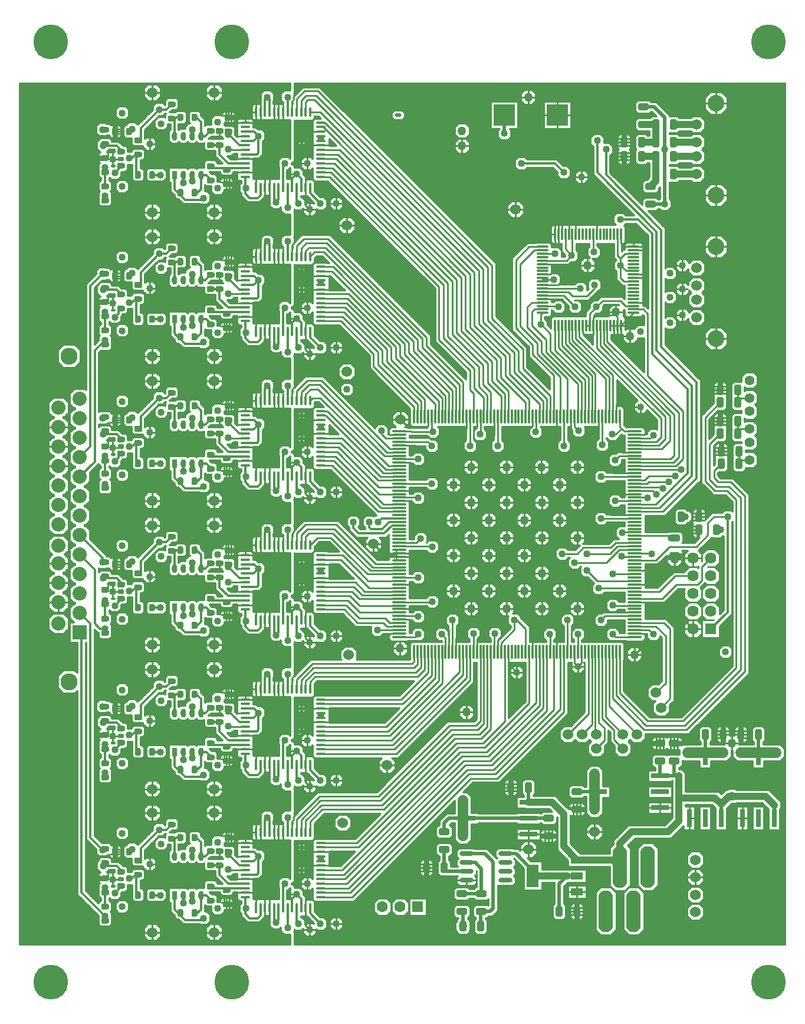
<source format=gtl>
%FSLAX24Y24*%
%MOIN*%
%SFA1B1*%

%IPPOS*%
%ADD10O,0.030000X0.050000*%
%ADD11R,0.030000X0.050000*%
%ADD12O,0.040000X0.012000*%
%ADD13O,0.012000X0.032000*%
%ADD14O,0.012000X0.040000*%
%ADD15O,0.032000X0.012000*%
%ADD16O,0.060000X0.020000*%
%ADD17O,0.020000X0.040000*%
%ADD18O,0.040000X0.020000*%
%ADD19O,0.020000X0.060000*%
%ADD20O,0.059100X0.011800*%
%ADD21O,0.011800X0.059100*%
%ADD22R,0.011800X0.059100*%
%ADD23O,0.011800X0.082700*%
%ADD24O,0.082700X0.011800*%
%ADD25O,0.080000X0.024000*%
%ADD26R,0.070000X0.040000*%
%ADD27R,0.070000X0.130000*%
%ADD28O,0.082700X0.236200*%
%ADD29R,0.030000X0.100000*%
%ADD30O,0.082700X0.236200*%
%ADD31R,0.100000X0.030000*%
%ADD32O,0.070900X0.011800*%
%ADD33O,0.011800X0.070900*%
%ADD34R,0.120000X0.120000*%
%ADD35C,0.010000*%
%ADD36C,0.020000*%
%ADD37C,0.040000*%
%ADD38C,0.012000*%
%ADD39C,0.060000*%
%ADD40R,0.080000X0.080000*%
%ADD41C,0.080000*%
%ADD42C,0.096000*%
%ADD43R,0.063000X0.063000*%
%ADD44C,0.063000*%
%ADD45C,0.064000*%
%ADD46R,0.064000X0.064000*%
%ADD47C,0.056000*%
%ADD48C,0.060000*%
%ADD49C,0.094000*%
%ADD50C,0.196900*%
%ADD51C,0.040000*%
%ADD52C,0.050000*%
%LN020351-1*%
%LPD*%
G54D10*
X33219Y27491D03*
X33719D03*
X34218D03*
Y29691D03*
X33719D03*
X33219D03*
X32719D03*
X34218Y35591D03*
Y37791D03*
X33719D03*
X33219D03*
X32719D03*
X33219Y35591D03*
X33719D03*
X34218Y43741D03*
Y45941D03*
X33719D03*
X33219D03*
X32719D03*
X33219Y43741D03*
X33719D03*
X34218Y51891D03*
Y54091D03*
X33719D03*
X33219D03*
X32719D03*
X33219Y51891D03*
X33719D03*
X34218Y60041D03*
X33719D03*
X33219D03*
X34218Y62241D03*
X33719D03*
X33219D03*
X32719D03*
X34218Y68191D03*
Y70391D03*
X33719D03*
X33219D03*
X32719D03*
X33219Y68191D03*
X33719D03*
G54D11*
X32719Y27491D03*
Y35591D03*
Y43741D03*
Y51891D03*
Y60041D03*
Y68191D03*
G54D12*
X28800Y25950D03*
Y26050D03*
Y26150D03*
Y26750D03*
Y26850D03*
Y26950D03*
Y27550D03*
Y27650D03*
Y27750D03*
X29700Y27900D03*
Y28000D03*
Y28100D03*
Y28700D03*
Y28800D03*
Y28900D03*
X30668Y28741D03*
Y28641D03*
Y28541D03*
Y29341D03*
Y29441D03*
Y29541D03*
X28800Y29400D03*
Y30000D03*
Y30100D03*
Y30200D03*
Y29300D03*
Y29200D03*
Y28550D03*
Y28450D03*
Y28350D03*
X32569Y30591D03*
Y30691D03*
Y30791D03*
X34769Y29291D03*
Y29191D03*
Y29091D03*
X35268D03*
Y29191D03*
Y29291D03*
X34769Y28091D03*
Y27991D03*
Y27891D03*
Y27291D03*
Y27191D03*
Y27091D03*
X35668D03*
Y26991D03*
Y26891D03*
Y27691D03*
Y27791D03*
Y27891D03*
X35768Y29841D03*
Y29941D03*
Y30041D03*
Y30641D03*
Y30741D03*
Y30841D03*
X35268Y30091D03*
Y29991D03*
Y29891D03*
X34769D03*
Y29991D03*
Y30091D03*
X32569Y31391D03*
Y31491D03*
Y31591D03*
X35668Y34991D03*
Y35091D03*
Y35191D03*
Y35791D03*
Y35891D03*
Y35991D03*
X35768Y37941D03*
Y38041D03*
Y38141D03*
Y38741D03*
Y38841D03*
Y38941D03*
X35268Y38191D03*
Y38091D03*
Y37991D03*
X34769D03*
Y38091D03*
Y38191D03*
Y37391D03*
Y37291D03*
Y37191D03*
X35268D03*
Y37291D03*
Y37391D03*
X34769Y36191D03*
Y36091D03*
Y35991D03*
Y35391D03*
Y35291D03*
Y35191D03*
X32569Y38691D03*
Y38791D03*
Y38891D03*
Y39491D03*
Y39591D03*
Y39691D03*
X35668Y43141D03*
Y43241D03*
Y43341D03*
Y43941D03*
Y44041D03*
Y44141D03*
X35768Y46091D03*
Y46191D03*
Y46291D03*
Y46891D03*
Y46991D03*
Y47091D03*
X35268Y46341D03*
Y46241D03*
Y46141D03*
X34769D03*
Y46241D03*
Y46341D03*
Y45541D03*
Y45441D03*
Y45341D03*
X35268D03*
Y45441D03*
Y45541D03*
X34769Y44341D03*
Y44241D03*
Y44141D03*
Y43541D03*
Y43441D03*
Y43341D03*
X32569Y46841D03*
Y46941D03*
Y47041D03*
Y47641D03*
Y47741D03*
Y47841D03*
X30668Y45791D03*
Y45691D03*
Y45591D03*
Y44991D03*
Y44891D03*
X29700Y44950D03*
Y45050D03*
Y45150D03*
Y44350D03*
Y44250D03*
Y44150D03*
X30668Y44791D03*
X28800Y45400D03*
Y45500D03*
Y45600D03*
Y46200D03*
Y46300D03*
Y46400D03*
Y44850D03*
Y44750D03*
Y44650D03*
Y44050D03*
Y43950D03*
Y43850D03*
Y43200D03*
Y43100D03*
Y43000D03*
Y42400D03*
Y42300D03*
Y42200D03*
Y38250D03*
Y38150D03*
Y38050D03*
Y37450D03*
Y37350D03*
Y37250D03*
Y36650D03*
Y36550D03*
Y36450D03*
Y35850D03*
Y35750D03*
Y35650D03*
Y35050D03*
Y34950D03*
Y34850D03*
Y34250D03*
Y34150D03*
Y34050D03*
X29700Y36000D03*
Y36100D03*
Y36200D03*
Y36800D03*
Y36900D03*
Y37000D03*
X30668Y36841D03*
Y36741D03*
Y36641D03*
Y37441D03*
Y37541D03*
Y37641D03*
X28800Y50400D03*
Y50500D03*
Y50600D03*
X29700Y52350D03*
Y52450D03*
Y52550D03*
Y53150D03*
Y53250D03*
Y53350D03*
X30668Y53141D03*
Y53041D03*
Y52941D03*
Y53741D03*
Y53841D03*
Y53941D03*
X28800Y54400D03*
Y54500D03*
Y54600D03*
Y53800D03*
Y53700D03*
Y53600D03*
Y52950D03*
Y52850D03*
Y52750D03*
Y52150D03*
Y52050D03*
Y51950D03*
Y51400D03*
Y51300D03*
Y51200D03*
X32569Y54991D03*
Y55091D03*
Y55191D03*
X34769Y53691D03*
Y53591D03*
Y53491D03*
X35268D03*
Y53591D03*
Y53691D03*
X34769Y52491D03*
Y52391D03*
Y52291D03*
Y51691D03*
Y51591D03*
Y51491D03*
X35668D03*
Y51391D03*
Y51291D03*
Y52091D03*
Y52191D03*
Y52291D03*
X35768Y54241D03*
Y54341D03*
Y54441D03*
Y55041D03*
Y55141D03*
Y55241D03*
X35268Y54491D03*
Y54391D03*
Y54291D03*
X34769D03*
Y54391D03*
Y54491D03*
X32569Y55791D03*
Y55891D03*
Y55991D03*
X35668Y59441D03*
Y59541D03*
Y59641D03*
Y60241D03*
Y60341D03*
Y60441D03*
X35768Y62391D03*
Y62491D03*
Y62591D03*
Y63191D03*
Y63291D03*
Y63391D03*
X35268Y62641D03*
Y62541D03*
Y62441D03*
X34769D03*
Y62541D03*
Y62641D03*
Y61841D03*
Y61741D03*
Y61641D03*
X35268D03*
Y61741D03*
Y61841D03*
X34769Y60641D03*
Y60541D03*
Y60441D03*
Y59841D03*
Y59741D03*
Y59641D03*
X32569Y63141D03*
Y63241D03*
Y63341D03*
Y63941D03*
Y64041D03*
Y64141D03*
X35668Y67591D03*
Y67691D03*
Y67791D03*
Y68391D03*
Y68491D03*
Y68591D03*
X35768Y70541D03*
Y70641D03*
Y70741D03*
Y71341D03*
Y71441D03*
Y71541D03*
X35268Y70791D03*
Y70691D03*
Y70591D03*
X34769D03*
Y70691D03*
Y70791D03*
Y69991D03*
Y69891D03*
Y69791D03*
X35268D03*
Y69891D03*
Y69991D03*
X34769Y68791D03*
Y68691D03*
Y68591D03*
Y67991D03*
Y67891D03*
Y67791D03*
X32569Y71291D03*
Y71391D03*
Y71491D03*
Y72091D03*
Y72191D03*
Y72291D03*
X30668Y70241D03*
Y70141D03*
Y70041D03*
Y69441D03*
Y69341D03*
Y69241D03*
X29700Y69400D03*
Y69500D03*
Y69600D03*
Y68800D03*
Y68700D03*
Y68600D03*
X28800Y69850D03*
Y69950D03*
Y70050D03*
Y70650D03*
Y70750D03*
Y70850D03*
Y69250D03*
Y69150D03*
Y69050D03*
Y68450D03*
Y68350D03*
Y68250D03*
Y67650D03*
Y67550D03*
Y67450D03*
Y66850D03*
Y66750D03*
Y66650D03*
Y62700D03*
Y62600D03*
Y62500D03*
Y61900D03*
Y61800D03*
Y61700D03*
Y61100D03*
Y61000D03*
Y60900D03*
Y60300D03*
Y60200D03*
Y60100D03*
Y59500D03*
Y59400D03*
Y59300D03*
Y58700D03*
Y58600D03*
Y58500D03*
X29700Y60550D03*
Y60650D03*
Y60750D03*
Y61350D03*
Y61450D03*
Y61550D03*
X30668Y61291D03*
Y61191D03*
Y61091D03*
Y61891D03*
Y61991D03*
Y62091D03*
G54D13*
X28660Y26050D03*
X28940D03*
Y26850D03*
X28660D03*
Y27650D03*
X28940D03*
X29560Y28000D03*
X29840D03*
Y28800D03*
X29560D03*
X30529Y28641D03*
X30808D03*
X32429Y30691D03*
X32708D03*
X34629Y29191D03*
X34908D03*
X35129D03*
X35408D03*
X34908Y27991D03*
X34629D03*
Y27191D03*
X34908D03*
X35529Y26991D03*
Y27791D03*
X35808D03*
Y26991D03*
X35909Y29941D03*
X35628D03*
Y30741D03*
X35909D03*
X35408Y29991D03*
X35129D03*
X34908D03*
X34629D03*
X32708Y31491D03*
X32429D03*
X30808Y29441D03*
X30529D03*
X28940Y30100D03*
X28660D03*
Y29300D03*
X28940D03*
Y28450D03*
X28660D03*
X34629Y35291D03*
X34908D03*
X35529Y35091D03*
X35808D03*
Y35891D03*
X35909Y38041D03*
X35628D03*
Y38841D03*
X35909D03*
X35408Y38091D03*
X35129D03*
X34908D03*
X34629D03*
Y37291D03*
X34908D03*
X35129D03*
X35408D03*
X35529Y35891D03*
X34908Y36091D03*
X34629D03*
X32708Y38791D03*
Y39591D03*
X32429D03*
Y38791D03*
X30808Y37541D03*
X30529D03*
Y36741D03*
X30808D03*
X29840Y36900D03*
X29560D03*
Y36100D03*
X29840D03*
X28940Y37350D03*
X28660D03*
Y38150D03*
X28940D03*
Y36550D03*
X28660D03*
Y35750D03*
X28940D03*
Y34950D03*
X28660D03*
Y34150D03*
X28940D03*
X35808Y43241D03*
Y44041D03*
X35909Y46191D03*
X35628D03*
Y46991D03*
X35909D03*
X35408Y46241D03*
X35129D03*
X34908D03*
X34629D03*
Y45441D03*
X34908D03*
X35129D03*
X35408D03*
X35529Y44041D03*
X34908Y44241D03*
X34629D03*
Y43441D03*
X34908D03*
X35529Y43241D03*
X32708Y46941D03*
Y47741D03*
X32429D03*
Y46941D03*
X30808Y45691D03*
X30529D03*
Y44891D03*
X30808D03*
X29840Y45050D03*
X29560D03*
Y44250D03*
X29840D03*
X28940Y45500D03*
X28660D03*
Y46300D03*
X28940D03*
Y44750D03*
X28660D03*
Y43950D03*
X28940D03*
Y43100D03*
X28660D03*
Y42300D03*
X28940D03*
Y50500D03*
X28660D03*
X29560Y52450D03*
X29840D03*
Y53250D03*
X29560D03*
X30529Y53041D03*
X30808D03*
Y53841D03*
X30529D03*
X32429Y55091D03*
X32708D03*
X34629Y53591D03*
X34908D03*
X35129D03*
X35408D03*
X35529Y52191D03*
Y51391D03*
X34908Y51591D03*
X34629D03*
Y52391D03*
X34908D03*
X35808Y52191D03*
Y51391D03*
X35909Y54341D03*
X35628D03*
Y55141D03*
X35909D03*
X35408Y54391D03*
X35129D03*
X34908D03*
X34629D03*
X32708Y55891D03*
X32429D03*
X34629Y59741D03*
X34908D03*
X35529Y59541D03*
X35808D03*
Y60341D03*
X35909Y62491D03*
X35628D03*
Y63291D03*
X35909D03*
X35408Y62541D03*
X35129D03*
X34908D03*
X34629D03*
Y61741D03*
X34908D03*
X35129D03*
X35408D03*
X35529Y60341D03*
X34908Y60541D03*
X34629D03*
X32708Y63241D03*
Y64041D03*
X32429D03*
Y63241D03*
X30808Y61991D03*
X30529D03*
Y61191D03*
X30808D03*
X29840Y61450D03*
X29560D03*
Y60650D03*
X29840D03*
X28940Y62600D03*
X28660D03*
Y61800D03*
X28940D03*
Y61000D03*
X28660D03*
Y60200D03*
X28940D03*
Y59400D03*
X28660D03*
Y58600D03*
X28940D03*
Y54500D03*
X28660D03*
Y53700D03*
X28940D03*
Y52850D03*
X28660D03*
Y52050D03*
X28940D03*
Y51300D03*
X28660D03*
X35808Y67691D03*
Y68491D03*
X35909Y70641D03*
X35628D03*
Y71441D03*
X35909D03*
X35408Y70691D03*
X35129D03*
X34908D03*
X34629D03*
Y69891D03*
X34908D03*
X35129D03*
X35408D03*
X35529Y68491D03*
X34908Y68691D03*
X34629D03*
Y67891D03*
X34908D03*
X35529Y67691D03*
X32708Y71391D03*
Y72191D03*
X32429D03*
Y71391D03*
X30808Y70141D03*
X30529D03*
Y69341D03*
X30808D03*
X29840Y69500D03*
X29560D03*
Y68700D03*
X29840D03*
X28940Y69950D03*
X28660D03*
Y70750D03*
X28940D03*
Y69150D03*
X28660D03*
Y68350D03*
X28940D03*
Y67550D03*
X28660D03*
Y66750D03*
X28940D03*
G54D14*
X30568Y27491D03*
X30668D03*
X30768D03*
X31369D03*
X31469D03*
X31569D03*
X32968Y26491D03*
X33068D03*
X33168D03*
X33768D03*
X33869D03*
X33969D03*
Y30741D03*
X33869D03*
X33768D03*
X33168D03*
X33068D03*
X32968D03*
X30268Y29941D03*
X30168D03*
X30069D03*
X29469D03*
X29369D03*
X29269D03*
X32968Y34591D03*
X33068D03*
X33168D03*
X33768D03*
X33869D03*
X33969D03*
X31569Y35591D03*
X31469D03*
X31369D03*
X30268Y38041D03*
X30168D03*
X30069D03*
X29469D03*
X30568Y35591D03*
X30668D03*
X30768D03*
X29369Y38041D03*
X29269D03*
X32968Y38841D03*
X33068D03*
X33168D03*
X33768D03*
X33869D03*
X33969D03*
Y42741D03*
X33869D03*
X33768D03*
X33168D03*
X33068D03*
X32968D03*
X31569Y43741D03*
X31469D03*
X31369D03*
X30268Y46191D03*
X30168D03*
X30069D03*
X29469D03*
X30568Y43741D03*
X30668D03*
X30768D03*
X29369Y46191D03*
X29269D03*
X32968Y46991D03*
X33068D03*
X33168D03*
X33768D03*
X33869D03*
X33969D03*
Y50891D03*
X33869D03*
X33768D03*
X33168D03*
X33068D03*
X32968D03*
X31569Y51891D03*
X31469D03*
X31369D03*
X30768D03*
X30668D03*
X30568D03*
X32968Y55141D03*
X33068D03*
X33168D03*
X33768D03*
X33869D03*
X33969D03*
X30268Y54341D03*
X30168D03*
X30069D03*
X29469D03*
X29369D03*
X29269D03*
X32968Y59041D03*
X33068D03*
X33168D03*
X33768D03*
X33869D03*
X33969D03*
X31569Y60041D03*
X31469D03*
X31369D03*
X30768D03*
X30668D03*
X30568D03*
X32968Y63291D03*
X33068D03*
X33168D03*
X33768D03*
X33869D03*
X33969D03*
X30268Y62491D03*
X30168D03*
X30069D03*
X29469D03*
X29369D03*
X29269D03*
X32968Y67191D03*
X33068D03*
X33168D03*
X33768D03*
X33869D03*
X33969D03*
X31569Y68191D03*
X31469D03*
X31369D03*
X30268Y70641D03*
X30168D03*
X30069D03*
X29469D03*
X30568Y68191D03*
X30668D03*
X30768D03*
X29369Y70641D03*
X29269D03*
X32968Y71441D03*
X33068D03*
X33168D03*
X33768D03*
X33869D03*
X33969D03*
G54D15*
X30668Y27351D03*
Y27631D03*
X31469D03*
Y27351D03*
X33068Y26631D03*
Y26351D03*
X33869D03*
Y26631D03*
Y30601D03*
Y30881D03*
X33068D03*
Y30601D03*
X30168Y30081D03*
Y29801D03*
X29369D03*
Y30081D03*
X33068Y34451D03*
Y34731D03*
X33869D03*
Y34451D03*
X31469Y35731D03*
Y35451D03*
X30668Y35731D03*
Y35451D03*
X30168Y37901D03*
Y38181D03*
X29369D03*
Y37901D03*
X33068Y38701D03*
Y38981D03*
X33869D03*
Y38701D03*
Y42601D03*
Y42881D03*
X33068D03*
Y42601D03*
X31469Y43601D03*
Y43881D03*
X30168Y46051D03*
Y46331D03*
X30668Y43881D03*
Y43601D03*
X29369Y46051D03*
Y46331D03*
X33068Y46851D03*
Y47131D03*
X33869D03*
Y46851D03*
Y50751D03*
Y51031D03*
X33068D03*
Y50751D03*
X31469Y51751D03*
Y52031D03*
X30668D03*
Y51751D03*
X33068Y55001D03*
Y55281D03*
X33869D03*
Y55001D03*
X30168Y54481D03*
Y54201D03*
X29369D03*
Y54481D03*
X33068Y58901D03*
Y59181D03*
X33869D03*
Y58901D03*
X31469Y59901D03*
Y60181D03*
X30668D03*
Y59901D03*
X33068Y63151D03*
X33869D03*
Y63431D03*
X33068D03*
Y67051D03*
Y67331D03*
X33869D03*
Y67051D03*
X31469Y68331D03*
Y68051D03*
X30668Y68331D03*
Y68051D03*
X30168Y70501D03*
Y70781D03*
X29369D03*
Y70501D03*
X33068Y71301D03*
Y71581D03*
X33869D03*
Y71301D03*
X29369Y62631D03*
Y62351D03*
X30168D03*
Y62631D03*
G54D16*
X48969Y26491D03*
Y26591D03*
Y26691D03*
Y27491D03*
Y27591D03*
Y27691D03*
X50068D03*
Y27591D03*
Y27491D03*
Y26691D03*
Y26591D03*
Y26491D03*
X53868Y30741D03*
Y30841D03*
X55469Y32241D03*
Y32341D03*
Y32441D03*
Y33241D03*
Y33341D03*
Y33441D03*
X53868Y31941D03*
Y31841D03*
Y31741D03*
Y30941D03*
X47969Y30991D03*
Y31091D03*
Y31191D03*
Y30191D03*
Y30091D03*
Y29991D03*
X60168Y34991D03*
Y35091D03*
Y35191D03*
X60968D03*
Y35091D03*
Y34991D03*
Y35991D03*
Y36091D03*
Y36191D03*
X60168D03*
Y36091D03*
Y35991D03*
X60978Y46590D03*
Y46690D03*
Y46790D03*
Y47590D03*
Y47690D03*
Y47790D03*
X59619Y66451D03*
Y66551D03*
Y66651D03*
Y67451D03*
Y67551D03*
Y67651D03*
X59219Y70951D03*
Y71051D03*
Y71151D03*
Y71951D03*
Y72051D03*
Y72151D03*
G54D17*
X47769Y30091D03*
X48169D03*
Y31091D03*
X47769D03*
X48769Y27591D03*
X49169D03*
Y26591D03*
X48769D03*
X49868D03*
X50269D03*
Y27591D03*
X49868D03*
X53668Y30841D03*
X54068D03*
X55269Y32341D03*
X55669D03*
Y33341D03*
X55269D03*
X54068Y31841D03*
X53668D03*
X59969Y35091D03*
X60368D03*
X60768D03*
X61168D03*
Y36091D03*
X60768D03*
X60368D03*
X59969D03*
X60778Y46690D03*
X61178D03*
Y47690D03*
X60778D03*
X59819Y66551D03*
X59419D03*
Y67551D03*
X59819D03*
X59419Y71051D03*
X59019D03*
Y72051D03*
X59419D03*
G54D18*
X46968Y28841D03*
Y29241D03*
X47969D03*
Y28841D03*
X49019Y25941D03*
Y25541D03*
X50019D03*
Y25941D03*
X54468Y26391D03*
Y26791D03*
X55469D03*
Y26391D03*
X52719Y33391D03*
Y33791D03*
X51719D03*
Y33391D03*
X62719Y36391D03*
Y36791D03*
X63719D03*
Y36391D03*
X64718D03*
Y36791D03*
X65718D03*
Y36391D03*
X63369Y47941D03*
X62368D03*
Y48341D03*
Y48691D03*
Y49091D03*
X63369Y48341D03*
X61368Y48691D03*
Y49091D03*
X63618Y51691D03*
Y52091D03*
Y52391D03*
X64619D03*
Y52091D03*
Y51691D03*
Y52791D03*
X64569Y53391D03*
Y53791D03*
Y54091D03*
X63569D03*
Y53791D03*
Y53391D03*
X63618Y52791D03*
X63569Y54491D03*
Y55141D03*
Y55541D03*
X64569D03*
Y55141D03*
Y54491D03*
Y55841D03*
Y56241D03*
X63569D03*
Y55841D03*
X60918Y68051D03*
Y68451D03*
Y69051D03*
Y69451D03*
Y69851D03*
Y70251D03*
Y70851D03*
Y71251D03*
X59918D03*
Y70851D03*
Y70251D03*
Y69851D03*
X59118D03*
Y70251D03*
Y69451D03*
Y69051D03*
X59918D03*
Y69451D03*
Y68451D03*
Y68051D03*
X58119Y69051D03*
Y69451D03*
Y69851D03*
Y70251D03*
G54D19*
X46869Y29041D03*
X46968D03*
X47069D03*
X47868D03*
X47969D03*
X48068D03*
X48918Y25741D03*
X49019D03*
X49118D03*
X49918D03*
X50019D03*
X50118D03*
X54369Y26591D03*
X54468D03*
X54569D03*
X55368D03*
X55469D03*
X55568D03*
X52818Y33591D03*
X52719D03*
X52618D03*
X51818D03*
X51719D03*
X51618D03*
X62618Y36591D03*
X62719D03*
X62818D03*
X63618D03*
X63719D03*
X63818D03*
X64619D03*
X64718D03*
X64819D03*
X65619D03*
X65718D03*
X65819D03*
X63468Y48141D03*
X63369D03*
X63268D03*
X62469D03*
X62368D03*
X62269D03*
Y48891D03*
X62368D03*
X62469D03*
X61469D03*
X61368D03*
X61269D03*
X63519Y51891D03*
X63618D03*
X63719D03*
Y52591D03*
X63618D03*
X63519D03*
X64518D03*
X64619D03*
X64718D03*
Y51891D03*
X64619D03*
X64518D03*
X64468Y53591D03*
X64569D03*
X64668D03*
X63668D03*
X63569D03*
X63468D03*
Y54291D03*
X63569D03*
X63668D03*
X64468D03*
X64569D03*
X64668D03*
Y55341D03*
X64569D03*
X64468D03*
X63668D03*
X63569D03*
X63468D03*
Y56041D03*
X63569D03*
X63668D03*
X64468D03*
X64569D03*
X64668D03*
X61019Y68251D03*
X60918D03*
X60819D03*
Y69251D03*
X60918D03*
X61019D03*
Y70051D03*
X60918D03*
X60819D03*
Y71051D03*
X60918D03*
X61019D03*
X60019D03*
X59918D03*
X59819D03*
Y70051D03*
X59918D03*
X60019D03*
X59219D03*
X59118D03*
X59019D03*
Y69251D03*
X59118D03*
X59219D03*
X59819D03*
X59918D03*
X60019D03*
Y68251D03*
X59918D03*
X59819D03*
X58218Y70051D03*
X58119D03*
X58018D03*
Y69251D03*
X58119D03*
X58218D03*
G54D20*
X36728Y27381D03*
Y27637D03*
Y27893D03*
Y28149D03*
Y28405D03*
Y28661D03*
Y28917D03*
Y29172D03*
Y29428D03*
Y29684D03*
Y29940D03*
Y30196D03*
Y30452D03*
X40980Y27637D03*
Y27381D03*
Y27893D03*
Y28149D03*
Y28405D03*
Y28661D03*
Y28917D03*
Y29172D03*
Y29428D03*
Y29684D03*
Y29940D03*
Y30196D03*
Y30452D03*
Y35481D03*
Y35737D03*
Y35993D03*
Y36249D03*
Y36505D03*
Y36761D03*
Y37017D03*
Y37272D03*
Y37528D03*
Y37784D03*
Y38040D03*
Y38296D03*
Y38552D03*
X36728D03*
Y38296D03*
Y38040D03*
Y37784D03*
Y37528D03*
Y37272D03*
Y37017D03*
Y36761D03*
Y36505D03*
Y36249D03*
Y35993D03*
Y35737D03*
Y35481D03*
X40980Y43631D03*
Y43887D03*
Y44143D03*
Y44399D03*
Y44655D03*
Y44911D03*
Y45167D03*
Y45422D03*
Y45678D03*
Y45934D03*
Y46190D03*
Y46446D03*
Y46702D03*
Y51781D03*
Y52037D03*
Y52293D03*
Y52549D03*
Y52805D03*
Y53061D03*
Y53317D03*
Y53572D03*
Y53828D03*
Y54084D03*
Y54340D03*
Y54596D03*
Y54852D03*
Y59931D03*
Y60187D03*
Y60443D03*
Y60699D03*
Y60955D03*
Y61211D03*
Y61467D03*
Y61722D03*
Y61978D03*
Y62234D03*
Y62490D03*
Y62746D03*
Y63002D03*
X36728D03*
Y62746D03*
Y62490D03*
Y62234D03*
Y61978D03*
Y61722D03*
Y61467D03*
Y61211D03*
Y60955D03*
Y60699D03*
Y60443D03*
Y60187D03*
Y59931D03*
Y54852D03*
Y54596D03*
Y54340D03*
Y54084D03*
Y53828D03*
Y53572D03*
Y53317D03*
Y53061D03*
Y52805D03*
Y52549D03*
Y52293D03*
Y52037D03*
Y51781D03*
Y46702D03*
Y46446D03*
Y46190D03*
Y45934D03*
Y45678D03*
Y45422D03*
Y45167D03*
Y44911D03*
Y44655D03*
Y44399D03*
Y44143D03*
Y43887D03*
Y43631D03*
X40980Y68081D03*
Y68337D03*
Y68593D03*
Y68849D03*
Y69105D03*
Y69361D03*
Y69617D03*
Y69872D03*
Y70128D03*
Y70384D03*
Y70640D03*
Y70896D03*
Y71152D03*
X36728D03*
Y70896D03*
Y70640D03*
Y70384D03*
Y70128D03*
Y69872D03*
Y69617D03*
Y69361D03*
Y69105D03*
Y68849D03*
Y68593D03*
Y68337D03*
Y68081D03*
G54D21*
X37574Y26791D03*
X37830D03*
X38086D03*
X38342D03*
X38598D03*
X38854D03*
X39110D03*
X39366D03*
X39622D03*
X39878D03*
X40133D03*
X40389D03*
Y31043D03*
X40133D03*
X39878D03*
X39622D03*
X39366D03*
X39110D03*
X38854D03*
X38598D03*
X38342D03*
X38086D03*
X37830D03*
X37574D03*
X37318D03*
X40389Y34891D03*
X40133D03*
X39878D03*
X39622D03*
X39366D03*
X39110D03*
X38854D03*
X38598D03*
X38342D03*
X38086D03*
X37830D03*
X37574D03*
X40389Y39143D03*
X40133D03*
X39878D03*
X39622D03*
X39366D03*
X39110D03*
X38854D03*
X38598D03*
X38342D03*
X38086D03*
X37830D03*
X37574D03*
X37318D03*
X40389Y43041D03*
X40133D03*
X39878D03*
X39622D03*
X39366D03*
X39110D03*
X38854D03*
X38598D03*
X38342D03*
X38086D03*
X37830D03*
X37574D03*
X40389Y47293D03*
X40133D03*
X39878D03*
X39622D03*
X39366D03*
X39110D03*
X38854D03*
X38598D03*
X38342D03*
X38086D03*
X37830D03*
X37574D03*
X37318D03*
X40389Y51191D03*
X40133D03*
X39878D03*
X39622D03*
X39366D03*
X39110D03*
X38854D03*
X38598D03*
X38342D03*
X38086D03*
X37830D03*
X37574D03*
X40389Y55443D03*
X40133D03*
X39878D03*
X39622D03*
X39366D03*
X39110D03*
X38854D03*
X38598D03*
X38342D03*
X38086D03*
X37830D03*
X37574D03*
X37318D03*
X40389Y59341D03*
X40133D03*
X39878D03*
X39622D03*
X39366D03*
X39110D03*
X38854D03*
X38598D03*
X38342D03*
X38086D03*
X37830D03*
X37574D03*
X40389Y63593D03*
X40133D03*
X39878D03*
X39622D03*
X39366D03*
X39110D03*
X38854D03*
X38598D03*
X38342D03*
X38086D03*
X37830D03*
X37574D03*
X37318D03*
X40389Y67491D03*
X40133D03*
X39878D03*
X39622D03*
X39366D03*
X39110D03*
X38854D03*
X38598D03*
X38342D03*
X38086D03*
X37830D03*
X37574D03*
X40389Y71743D03*
X40133D03*
X39878D03*
X39622D03*
X39366D03*
X39110D03*
X38854D03*
X38598D03*
X38342D03*
X38086D03*
X37830D03*
X37574D03*
X37318D03*
G54D22*
X37318Y26791D03*
Y34891D03*
Y43041D03*
Y51191D03*
Y59341D03*
Y67491D03*
G54D23*
X46267Y41244D03*
X46464D03*
X46661D03*
X46858D03*
X47055D03*
X47252D03*
X47448D03*
X47645D03*
X47842D03*
X48039D03*
X48236D03*
X48433D03*
X48630D03*
X48826D03*
X49023D03*
X49220D03*
X49417D03*
X49614D03*
X49811D03*
X50007D03*
X50204D03*
X50401D03*
X50598D03*
X50795D03*
X50992D03*
X51189D03*
X51385D03*
X51582D03*
X51779D03*
X51976D03*
X52173D03*
X52370D03*
X52567D03*
X52763D03*
X52960D03*
X53157D03*
X53354D03*
X53551D03*
X53748D03*
X53944D03*
X54141D03*
X54338D03*
X54535D03*
X54732D03*
X54929D03*
X55126D03*
X55322D03*
X55519D03*
X55716D03*
X55913D03*
X56110D03*
X56307D03*
X56504D03*
X56700D03*
X56897D03*
X57094D03*
X57291D03*
X57488D03*
X57685D03*
X57881D03*
Y54551D03*
X57685D03*
X57488D03*
X57291D03*
X57094D03*
X56897D03*
X56700D03*
X56504D03*
X56307D03*
X56110D03*
X55913D03*
X55716D03*
X55519D03*
X55322D03*
X55126D03*
X54929D03*
X54732D03*
X54535D03*
X54338D03*
X54141D03*
X53944D03*
X53748D03*
X53551D03*
X53354D03*
X53157D03*
X52960D03*
X52763D03*
X52567D03*
X52370D03*
X52173D03*
X51976D03*
X51779D03*
X51582D03*
X51385D03*
X51189D03*
X50992D03*
X50795D03*
X50598D03*
X50401D03*
X50204D03*
X50007D03*
X49811D03*
X49614D03*
X49417D03*
X49220D03*
X49023D03*
X48826D03*
X48630D03*
X48433D03*
X48236D03*
X48039D03*
X47842D03*
X47645D03*
X47448D03*
X47252D03*
X47055D03*
X46858D03*
X46661D03*
X46464D03*
X46267D03*
G54D24*
X45421Y42090D03*
Y42287D03*
Y42484D03*
Y42681D03*
Y42877D03*
Y43074D03*
Y43271D03*
Y43468D03*
Y43665D03*
Y43862D03*
Y44059D03*
Y44255D03*
Y44452D03*
Y44649D03*
Y44846D03*
Y45043D03*
Y45240D03*
Y45437D03*
Y45633D03*
Y45830D03*
Y46027D03*
Y46224D03*
Y46421D03*
Y46618D03*
Y46814D03*
Y47011D03*
Y47208D03*
Y47405D03*
Y47602D03*
Y47799D03*
Y47996D03*
Y48192D03*
Y48389D03*
Y48586D03*
Y48783D03*
Y48980D03*
Y49177D03*
Y49374D03*
Y49570D03*
Y49767D03*
Y49964D03*
Y50161D03*
Y50358D03*
Y50555D03*
Y50751D03*
Y50948D03*
Y51145D03*
Y51342D03*
Y51539D03*
Y51736D03*
Y51933D03*
Y52129D03*
Y52326D03*
Y52523D03*
Y52720D03*
Y52917D03*
Y53114D03*
Y53311D03*
Y53507D03*
Y53704D03*
X58728Y43271D03*
Y43074D03*
Y42877D03*
Y42681D03*
Y42484D03*
Y42287D03*
Y42090D03*
Y43468D03*
Y43665D03*
Y43862D03*
Y44059D03*
Y44255D03*
Y44452D03*
Y44649D03*
Y44846D03*
Y45043D03*
Y45240D03*
Y45437D03*
Y45633D03*
Y45830D03*
Y46027D03*
Y46224D03*
Y46421D03*
Y46618D03*
Y46814D03*
Y47011D03*
Y47208D03*
Y47405D03*
Y47602D03*
Y47799D03*
Y47996D03*
Y48192D03*
Y48389D03*
Y48586D03*
Y48783D03*
Y48980D03*
Y49177D03*
Y49374D03*
Y49570D03*
Y49767D03*
Y49964D03*
Y50161D03*
Y50358D03*
Y50555D03*
Y50751D03*
Y50948D03*
Y51145D03*
Y51342D03*
Y51539D03*
Y51736D03*
Y51933D03*
Y52129D03*
Y52326D03*
Y52523D03*
Y52720D03*
Y52917D03*
Y53114D03*
Y53311D03*
Y53507D03*
Y53704D03*
G54D25*
X49219Y28341D03*
Y28841D03*
Y29341D03*
Y29841D03*
X51418Y29341D03*
Y28841D03*
Y28341D03*
Y29841D03*
G54D26*
X55469Y27691D03*
Y28591D03*
Y29491D03*
G54D27*
X52969Y28591D03*
G54D28*
X58668Y26591D03*
X59468Y29091D03*
X57894D03*
G54D29*
X61818Y31841D03*
X62719D03*
X63618D03*
X64819D03*
X65718D03*
X66618D03*
X65718Y35341D03*
X62719D03*
G54D30*
X57094Y26591D03*
G54D31*
X49219Y31841D03*
X52719D03*
Y30941D03*
Y32741D03*
X56669Y33341D03*
X60168Y32441D03*
Y33341D03*
Y34241D03*
G54D32*
X58668Y60400D03*
Y60597D03*
Y60794D03*
Y60991D03*
Y61188D03*
Y61385D03*
Y61582D03*
Y61778D03*
Y61975D03*
Y62172D03*
Y62369D03*
Y62566D03*
Y62763D03*
Y62959D03*
Y63156D03*
Y63353D03*
Y63550D03*
Y63747D03*
Y63944D03*
Y64141D03*
X53511D03*
Y63944D03*
Y63747D03*
Y63550D03*
Y63353D03*
Y63156D03*
Y62959D03*
Y62763D03*
Y62566D03*
Y62369D03*
Y62172D03*
Y61975D03*
Y61778D03*
Y61582D03*
Y61385D03*
Y61188D03*
Y60991D03*
Y60794D03*
Y60597D03*
Y60400D03*
G54D33*
X57369Y59692D03*
X57566D03*
X57763D03*
X57960D03*
X57172D03*
X56976D03*
X56779D03*
X56582D03*
X56385D03*
X56188D03*
X55991D03*
X55794D03*
X55598D03*
X55401D03*
X55204D03*
X55007D03*
X54810D03*
X54613D03*
X54417D03*
X54220D03*
X57369Y64849D03*
X57566D03*
X57763D03*
X57960D03*
X57172D03*
X56976D03*
X56779D03*
X56582D03*
X56385D03*
X56188D03*
X55991D03*
X55794D03*
X55598D03*
X55401D03*
X55204D03*
X55007D03*
X54810D03*
X54613D03*
X54417D03*
X54220D03*
G54D34*
X54369Y71591D03*
X51368D03*
G54D35*
X28480Y28350D02*
X28800D01*
Y28450D02*
X28480D01*
X28660*
X28800Y28550D02*
X28480D01*
X28940Y28450D02*
Y28730D01*
X29218Y28711D02*
Y28391D01*
X29539*
X31319Y28921D02*
Y29241D01*
Y29561*
Y29241D02*
X31639D01*
X29469Y29621D02*
Y29941D01*
Y30261*
Y29941D02*
X29648D01*
Y29801D02*
X29369D01*
X29088*
X29369D02*
Y29621D01*
Y29941*
Y30261*
Y30081*
X29648*
X31049Y32141D02*
X31469D01*
Y32561*
Y33071D02*
Y33491D01*
Y33911*
Y33491D02*
X31888D01*
X31469D02*
X31049D01*
X31469Y32141D02*
X31888D01*
X31469D02*
Y31721D01*
X35449Y30841D02*
X35768D01*
Y31021*
X35628D02*
Y30741D01*
Y30461*
X35768D02*
Y30641D01*
X36089*
Y30741D02*
X35768D01*
Y30841D02*
X36089D01*
Y30741D02*
X35909D01*
Y31021*
Y30741D02*
Y30461D01*
X36313Y30452D02*
X36728D01*
X37143*
X37318Y30627D02*
Y31043D01*
Y31458*
X37574D02*
Y31043D01*
Y30627*
X38342D02*
Y31043D01*
Y31458*
X38598D02*
Y31043D01*
Y30627*
X37143Y28405D02*
X36728D01*
X36313*
X36728Y28917D02*
X35834D01*
X35808Y27271D02*
Y26991D01*
X35989*
X35668*
Y27091D02*
Y27271D01*
Y27091D02*
X35989D01*
Y26891D02*
X35668D01*
Y26711*
X35808D02*
Y26991D01*
X35668Y27091D02*
X35348D01*
X35529Y26991D02*
Y27271D01*
X34969Y25811D02*
Y25391D01*
X35389*
X34969D02*
X34548D01*
X34969D02*
Y24971D01*
X36313Y27637D02*
X36728D01*
X37143*
X37318Y27206D02*
Y26791D01*
X37830D02*
Y27206D01*
X38086D02*
Y26791D01*
Y26375*
X37830D02*
Y26791D01*
X39852Y26261D02*
Y26325D01*
X39992*
X40019D02*
X40189D01*
X40274Y26240*
X40599Y25916*
Y25866*
X40553Y25911*
X40184*
X40089Y25816*
Y26076*
X39904Y26261*
X39852*
X39920Y26244D02*
Y26325D01*
X39852Y26320D02*
X40194D01*
X40189Y26325D02*
X40274Y26240D01*
X39924D01*
X40004Y26160D02*
X40354D01*
X40320Y26194D02*
Y25911D01*
X40400D02*
Y26114D01*
X40434Y26080D02*
X40084D01*
X40080Y26084D02*
Y26325D01*
X40160D02*
Y25887D01*
X40089Y25920D02*
X40594D01*
X40560Y25904D02*
Y25954D01*
X40514Y26000D02*
X40089D01*
X40133Y25776D02*
X40368Y25541D01*
X40689*
X40739Y25520D02*
X48609D01*
X48598Y25531D02*
X48649Y25481D01*
Y25406*
Y25481*
X48640Y25489D02*
Y24711D01*
X48560D02*
Y26294D01*
X48614Y26240D02*
X42074D01*
X42080Y26234D02*
Y27161D01*
X42160D02*
Y26154D01*
X42154Y26160D02*
X48733D01*
X48720Y26147D02*
Y26221D01*
X48748D02*
Y26176D01*
X48649Y26076*
X48748Y26176*
Y26221D02*
X48633D01*
X48748*
X48640D02*
Y25992D01*
X48648Y26000D02*
X42238D01*
Y26076D02*
Y25706D01*
X42053Y25521*
X41684*
X41498Y25706*
Y26076*
X41684Y26261*
X42053*
X42238Y26076*
X42234Y26080D02*
X48653D01*
X48649Y26076D02*
Y26001D01*
Y26076*
Y26001D02*
X48598Y25951D01*
Y25531*
Y25600D02*
X42133D01*
X42160Y25627D02*
Y24711D01*
X42240D02*
Y27161D01*
X42320D02*
Y24711D01*
X42400D02*
Y27161D01*
X42480D02*
Y24711D01*
X42560D02*
Y27161D01*
X42640D02*
Y24711D01*
X42720D02*
Y27161D01*
X42649D02*
X42869D01*
X42979Y27271*
X48548Y32841*
Y32161*
Y32111*
Y32161*
Y32160D02*
X47868D01*
X47840Y32132D02*
Y31867D01*
X47833Y31861D02*
X47948Y31976D01*
X48084Y32111*
X48354*
X48548*
X48480D02*
Y32772D01*
X48508Y32800D02*
X48548D01*
Y32720D02*
X48428D01*
X48400Y32692D02*
Y32111D01*
X48354D02*
X48084D01*
X47948Y31976*
X47920Y31947D02*
Y32212D01*
X47948Y32240D02*
X48548D01*
Y32320D02*
X48028D01*
X48000Y32292D02*
Y32027D01*
X47973Y32000D02*
X47708D01*
X47680Y31972D02*
Y31461D01*
X47698D02*
Y31726D01*
X47833Y31861*
X47698Y31726*
Y31461*
X47634*
X47698*
Y31520D02*
X47228D01*
X47200Y31492D02*
Y29511D01*
X47203D02*
X47339Y29376D01*
X47203Y29511*
X47104*
X47203*
X47120D02*
Y31412D01*
X47148Y31440D02*
X47613D01*
X47600Y31427D02*
Y31892D01*
X47628Y31920D02*
X47893D01*
X47813Y31840D02*
X47548D01*
X47520Y31812D02*
Y31347D01*
X47533Y31360D02*
X47068D01*
X47040Y31332D02*
Y29511D01*
X47003D02*
X47104D01*
X47003*
X47104*
X47069Y29461D02*
Y29041D01*
X47288*
X47339Y29040D02*
X47599D01*
Y28976D02*
Y29106D01*
Y29376*
X47698Y29476*
Y29721*
X47634*
X47698*
X47680D02*
Y29457D01*
X47663Y29440D02*
X47274D01*
X47280Y29434D02*
Y31572D01*
X47308Y31600D02*
X47698D01*
Y31680D02*
X47388D01*
X47360Y31652D02*
Y24711D01*
X47440D02*
Y31732D01*
X47468Y31760D02*
X47733D01*
X47760Y31787D02*
Y32052D01*
X47788Y32080D02*
X48053D01*
X48080Y32107D02*
Y32372D01*
X48108Y32400D02*
X48548D01*
Y32480D02*
X48188D01*
X48160Y32452D02*
Y32111D01*
X48240D02*
Y32532D01*
X48268Y32560D02*
X48548D01*
Y32640D02*
X48348D01*
X48320Y32612D02*
Y32111D01*
X48354Y31571D02*
X48548D01*
Y31521*
Y31571*
Y31521D02*
Y30606D01*
X48783Y30371*
X49254*
X49489Y30606*
Y31521*
X49889*
Y31571*
X52049*
Y31521*
X53389*
Y31571*
X53433*
X53534Y31471*
X53804*
X53934*
X54204*
X54338Y31606*
Y31706*
Y31806*
Y31876*
Y31916*
Y31876*
Y31916*
X54349Y31906D02*
Y30426D01*
Y30056*
X54534Y29871*
X54949Y29456*
Y29121*
X55283*
X55654*
X55988*
X57309*
X57310Y29119D02*
Y28031D01*
X57602Y27739*
X58175*
X58377Y27942*
X58388D02*
X58477Y28031D01*
Y30150*
X58330Y30297*
X58753Y30721D01*
X60434*
X60803*
X60988Y30906*
X61403Y31321*
X61498Y31416*
X61403Y31321*
X61440Y31357D02*
Y24711D01*
X61360D02*
Y31277D01*
X61363Y31280D02*
X61498D01*
Y31360D02*
X61443D01*
X61498Y31416D02*
Y31171D01*
X62139*
Y32511*
X61589*
Y32621*
X63084*
X63249Y32456*
X63299Y32406*
X63249Y32456*
X63224Y32480D02*
X63039D01*
Y32400D02*
X63299D01*
Y32406D02*
Y31171D01*
X63938*
Y32406*
X63988Y32456*
X64204Y32671*
X64429*
X64479Y32721*
X65933*
X66298Y32356*
Y31171*
X66939*
Y32356*
X66989Y32406*
Y32776*
X66488Y33276*
X66304Y33461*
X66488Y33276*
X66484Y33280D02*
X67218D01*
Y33360D02*
X66404D01*
X66400Y33364D02*
Y35071D01*
X66480D02*
Y33284D01*
X66324Y33440D02*
X67218D01*
Y33520D02*
X61589D01*
Y33440D02*
X63863D01*
X63884Y33461D02*
X63959D01*
X64008Y33511*
X64429*
X64479Y33461*
X65933*
X66304*
X65933*
X65920D02*
Y34671D01*
X66000D02*
Y33461D01*
X66080D02*
Y35071D01*
X66038D02*
X66954D01*
X67189Y35306*
Y35776*
X66954Y36011*
X66038*
X65988*
Y36156*
X66089Y36256*
Y36526*
Y36656*
Y36926*
X65953Y37061*
X66089Y36926*
Y36656*
Y36640D02*
X67218D01*
Y36720D02*
X66089D01*
Y36800D02*
X67218D01*
Y36880D02*
X66089D01*
X66080Y36934D02*
Y73371D01*
X66000D02*
Y37014D01*
X65974Y37040D02*
X67218D01*
Y37120D02*
X62278D01*
X62240Y37082D02*
Y36011D01*
X62320D02*
Y37162D01*
X62358Y37200D02*
X67218D01*
Y37280D02*
X62438D01*
X62400Y37242D02*
Y36977D01*
X62383Y36960D02*
X62118D01*
X62080Y36922D02*
Y36011D01*
X62160D02*
Y37002D01*
X62198Y37040D02*
X62463D01*
X62480Y37057D02*
Y37322D01*
X62518Y37360D02*
X67218D01*
Y37440D02*
X62598D01*
X62560Y37402D02*
Y37061D01*
X62583D02*
X62684D01*
X62754*
X62853*
X62954*
X63088Y36926*
X62954Y37061*
X62853*
X62754*
X62853*
X62880D02*
Y37722D01*
X62918Y37760D02*
X67218D01*
Y37840D02*
X62998D01*
X62960Y37802D02*
Y37054D01*
X62974Y37040D02*
X63463D01*
X63484Y37061D02*
X63583D01*
X63684*
X63753*
X63854*
X63953*
X64089Y36926*
X63953Y37061*
X63854*
X63753*
X63854*
X63840D02*
Y38682D01*
X63878Y38720D02*
X67218D01*
Y38800D02*
X63958D01*
X63920Y38762D02*
Y37061D01*
X63974Y37040D02*
X64463D01*
X64480Y37057D02*
Y39322D01*
X64518Y39360D02*
X67218D01*
Y39280D02*
X64438D01*
X64400Y39242D02*
Y36977D01*
X64383Y36960D02*
X64054D01*
X64080Y36934D02*
Y38922D01*
X64118Y38960D02*
X67218D01*
Y39040D02*
X64198D01*
X64160Y39002D02*
Y36511D01*
X64089D02*
X64349D01*
Y36526D02*
Y36656D01*
Y36926*
X64483Y37061*
X64584*
X64683*
X64753*
X64854*
X64953*
X65089Y36926*
X64953Y37061*
X64854*
X64753*
X64854*
X64880D02*
Y39722D01*
X64918Y39760D02*
X67218D01*
Y39840D02*
X64998D01*
X65040Y39882D02*
Y36974D01*
X65054Y36960D02*
X65383D01*
X65360Y36937D02*
Y51641D01*
X65440D02*
Y37017D01*
X65463Y37040D02*
X64974D01*
X65089Y36926D02*
Y36656D01*
Y36926*
Y36880D02*
X65349D01*
Y36926D02*
X65483Y37061D01*
X65584*
X65683*
X65753*
X65854*
X65953*
X65854*
X65753*
X65854*
X65840D02*
Y73371D01*
X65920D02*
Y37061D01*
X65760D02*
Y73371D01*
X65680D02*
Y37061D01*
X65683D02*
X65753D01*
X65683*
X65753*
X65683D02*
X65584D01*
X65683*
X65600D02*
Y51797D01*
X65563Y51760D02*
X67218D01*
Y51840D02*
X65643D01*
X65669Y51866D02*
Y52316D01*
X65444Y52541*
X64994*
X64988Y52536D02*
Y52646D01*
Y52640D02*
X67218D01*
Y52720D02*
X65523D01*
X65520Y52717D02*
Y52464D01*
X65504Y52480D02*
X67218D01*
Y52400D02*
X65584D01*
X65600Y52384D02*
Y52797D01*
X65603Y52800D02*
X67218D01*
Y52880D02*
X65669D01*
Y52866D02*
Y53316D01*
X65518Y53466*
X65669Y53616*
Y54066*
X65444Y54291*
X64994*
X64939Y54236*
Y54356*
Y54446*
X64994Y54391*
X65444*
X65669Y54616*
Y55066*
X65518Y55216*
X65669Y55366*
Y55816*
X65444Y56041*
X64994*
X64939Y55986*
Y56106*
Y56196*
X64994Y56141*
X65444*
X65669Y56366*
Y56816*
X65444Y57041*
X64994*
X64769Y56816*
Y56511*
X64703*
X64769*
X64720D02*
Y73371D01*
X64800D02*
Y56847D01*
X64833Y56880D02*
X62174D01*
X62160Y56894D02*
Y59671D01*
X62080D02*
Y56974D01*
X62094Y56960D02*
X64913D01*
X64880Y56927D02*
Y73371D01*
X64960D02*
Y57007D01*
X64769Y56800D02*
X62254D01*
X62240Y56814D02*
Y59671D01*
X62320D02*
Y56734D01*
X62333Y56721D02*
X62449Y56606D01*
Y56376*
Y56606*
X62333Y56721*
X60448Y58606*
Y59556*
X60533Y59471*
X60904*
X61089Y59656*
Y60026*
X60904Y60211*
X60533*
X60448Y60126*
Y61006*
X60533Y60921*
X60904*
X61089Y61106*
Y61476*
X60904Y61661*
X60533*
X60448Y61576*
Y62356*
X60533Y62271*
X60904*
X61089Y62456*
Y62826*
X60904Y63011*
X60533*
X60448Y62926*
Y64976*
Y65206*
Y64976*
Y65040D02*
X67218D01*
Y65120D02*
X60448D01*
Y65200D02*
X67218D01*
Y65280D02*
X60374D01*
X60400Y65254D02*
Y66181D01*
X60480D02*
Y62957D01*
X60483Y62960D02*
X60448D01*
Y63040D02*
X61048D01*
Y63120D02*
X60448D01*
Y63200D02*
X61048D01*
Y63276D02*
X61234Y63461D01*
X61603*
X61789Y63276*
Y63216*
X61983Y63411*
X62453*
X62688Y63176*
Y62706*
X62453Y62471*
X61983*
X61748Y62706*
Y62866*
X61603Y62721*
X61234*
X61048Y62906*
Y63276*
X61053Y63280D02*
X60448D01*
Y63360D02*
X61133D01*
X61120Y63347D02*
Y67781D01*
X61153D02*
X61253Y67881D01*
X61884*
X61983Y67781*
X62453*
X62688Y68016*
Y68486*
X62453Y68721*
X61983*
X61884Y68621*
X61253*
X61153Y68721*
X61253Y68621*
X61280D02*
Y68881D01*
X61253D02*
X61884D01*
X61983Y68781*
X62453*
X62688Y69016*
Y69486*
X62523Y69651*
X62688Y69816*
Y70286*
X62453Y70521*
X61983*
X61884Y70421*
X61253*
X61153Y70521*
X61253Y70421*
X61280D02*
Y70681D01*
X61253D02*
X61884D01*
X61983Y70581*
X62453*
X62688Y70816*
Y71286*
X62453Y71521*
X61983*
X61884Y71421*
X61253*
X61153Y71521*
X61253Y71421*
X61280D02*
Y73371D01*
X61360D02*
Y71421D01*
X61440D02*
Y73371D01*
X61520D02*
Y71421D01*
X61600D02*
Y73371D01*
X61680D02*
Y71421D01*
X61760D02*
Y73371D01*
X61840D02*
Y71421D01*
X61234Y71440D02*
X61903D01*
X61920Y71457D02*
Y73371D01*
X62000D02*
Y71521D01*
X61983Y71520D02*
X61154D01*
X61153Y71521D02*
X61054D01*
X61153*
X61120D02*
Y73371D01*
X61200D02*
Y71474D01*
X61054Y71521D02*
X60953D01*
X61054*
X60953*
X60883*
X60953*
X60883*
X60953*
X60960D02*
Y73371D01*
X61040D02*
Y71521D01*
X60883D02*
X60784D01*
X60883*
X60784*
X60689*
X60784*
X60800D02*
Y73371D01*
X60880D02*
Y71521D01*
X60720D02*
Y73371D01*
X60640D02*
Y71634D01*
X60674Y71600D02*
X67218D01*
Y71680D02*
X63708D01*
X63680Y71652D02*
Y67649D01*
X63649Y67680D02*
X67218D01*
Y67600D02*
X63729D01*
X63760Y67569D02*
Y71732D01*
X63788Y71760D02*
X67218D01*
Y71840D02*
X63868D01*
X63840Y71812D02*
Y67489D01*
X63809Y67520D02*
X67218D01*
Y67440D02*
X63889D01*
X63920Y67409D02*
Y71892D01*
X63948Y71920D02*
X67218D01*
Y72000D02*
X63959D01*
Y71931D02*
Y72571D01*
X63639Y72891*
X62998*
X62678Y72571*
Y71931*
X62998Y71611*
X63639*
X63959Y71931*
Y72080D02*
X67218D01*
Y72160D02*
X63959D01*
Y72240D02*
X67218D01*
Y72320D02*
X63959D01*
Y72400D02*
X67218D01*
Y72480D02*
X63959D01*
Y72560D02*
X67218D01*
Y72640D02*
X63889D01*
X63920Y72609D02*
Y73371D01*
X63840D02*
Y72689D01*
X63909Y72251D02*
X63319D01*
Y72841*
X63280Y72891D02*
Y73371D01*
X63200D02*
Y72891D01*
X63120D02*
Y73371D01*
X63040D02*
Y72891D01*
X62988Y72880D02*
X53059D01*
X53040Y72899D02*
Y73371D01*
X53120D02*
Y72819D01*
X53138Y72801D02*
Y72381D01*
X52929Y72171*
X52509*
X52298Y72381*
Y72801*
X52509Y73011*
X52929*
X53138Y72801*
Y72800D02*
X62908D01*
X62880Y72772D02*
Y73371D01*
X62960D02*
Y72852D01*
X62828Y72720D02*
X53138D01*
X52979Y72960D02*
X67218D01*
Y72880D02*
X63649D01*
X63600Y72891D02*
Y73371D01*
X63680D02*
Y72849D01*
X63729Y72800D02*
X67218D01*
Y72720D02*
X63809D01*
X63760Y72769D02*
Y73371D01*
X63520D02*
Y72891D01*
X63440D02*
Y73371D01*
X64000D02*
Y51061D01*
X64058D02*
X64278D01*
X64388Y50951*
X65079Y50261*
X65188Y50151*
Y49931*
Y50151*
X65079Y50261*
X65099Y50240D02*
X67218D01*
Y50160D02*
X65179D01*
X65188Y50080D02*
X67218D01*
Y50000D02*
X65188D01*
Y49931D02*
Y40251D01*
Y40031*
Y40251*
Y40240D02*
X67218D01*
Y40320D02*
X65188D01*
Y40400D02*
X67218D01*
Y40480D02*
X65188D01*
Y40560D02*
X67218D01*
Y40640D02*
X65188D01*
Y40720D02*
X67218D01*
Y40800D02*
X65188D01*
Y40880D02*
X67218D01*
Y40960D02*
X65188D01*
Y41040D02*
X67218D01*
Y41120D02*
X65188D01*
Y41200D02*
X67218D01*
Y41280D02*
X65188D01*
Y41360D02*
X67218D01*
Y41440D02*
X65188D01*
Y41520D02*
X67218D01*
Y41600D02*
X65188D01*
Y41680D02*
X67218D01*
Y41760D02*
X65188D01*
Y40160D02*
X67218D01*
Y40080D02*
X65188D01*
Y40031D02*
X65079Y39921D01*
X65188Y40031*
X65158Y40000D02*
X67218D01*
Y39920D02*
X65078D01*
X65079Y39921D02*
X61888Y36731D01*
X61778Y36621*
X61888Y36731*
X61920Y36762D02*
Y36011D01*
X61884D02*
X62354D01*
X62399*
X62449*
Y36156*
X62348Y36256*
X62449Y36156*
X62444Y36160D02*
X61438D01*
Y36126D02*
Y36226D01*
Y36326*
Y36226*
Y36126*
Y36226*
Y36240D02*
X62364D01*
X62348Y36256D02*
Y36526D01*
Y36656*
Y36926*
X62484Y37061*
X62583*
X62684*
X62754*
X62684*
X62754*
X62720D02*
Y37562D01*
X62758Y37600D02*
X67218D01*
Y37680D02*
X62838D01*
X62800Y37642D02*
Y37061D01*
X62684D02*
X62583D01*
X62484*
X62348Y36926*
Y36656*
Y36640D02*
X61798D01*
X61778Y36621D02*
X61558D01*
X61778*
X61760D02*
Y36011D01*
X61840D02*
Y36682D01*
X61878Y36720D02*
X62348D01*
Y36800D02*
X61958D01*
X62000Y36842D02*
Y36011D01*
X61884D02*
X62354D01*
X62399D02*
X62449D01*
X62400D02*
Y36204D01*
X62348Y36256D02*
Y36526D01*
Y36560D02*
X59338D01*
Y36621D02*
X59378D01*
X61558*
X61520D02*
Y36011D01*
X61483D02*
X61884D01*
X62449Y36080D02*
X61438D01*
Y36056D02*
Y36126D01*
Y36056*
Y36126*
Y36056*
Y35966*
X61483Y36011*
X61473Y36000D02*
X61438D01*
X61440Y35967D02*
Y36621D01*
X61360D02*
Y36404D01*
X61364Y36400D02*
X62348D01*
Y36480D02*
X59338D01*
Y36400D02*
X59773D01*
X59760Y36387D02*
Y36621D01*
X59840D02*
Y36461D01*
X59833D02*
X60104D01*
X60233*
X60504*
X60568Y36396*
X60634Y36461*
X60904*
X61034*
X61304*
X61438Y36326*
X61304Y36461*
X61034*
X61040D02*
Y36621D01*
X61120D02*
Y36461D01*
X61200D02*
Y36621D01*
X61280D02*
Y36461D01*
X61168Y36411D02*
Y36091D01*
X61389*
X60968*
Y36191D02*
Y36411D01*
X60960Y36461D02*
Y36621D01*
X60880D02*
Y36461D01*
X60904D02*
X60634D01*
X60568Y36396*
X60504Y36461*
X60233*
X60240D02*
Y36621D01*
X60320D02*
Y36461D01*
X60160D02*
Y36621D01*
X60080D02*
Y36461D01*
X60104D02*
X59833D01*
X59699Y36326*
X59833Y36461*
X59920D02*
Y36621D01*
X60000D02*
Y36461D01*
X59969Y36411D02*
Y36091D01*
Y35771*
X60000Y35721D02*
Y35461D01*
X59920D02*
Y35721D01*
X59840D02*
Y35461D01*
X59833D02*
X60104D01*
X60233*
X60504*
X60568Y35396*
X60634Y35461*
X60904*
X61034*
X61248*
Y35721*
X61034*
X61248*
Y35680D02*
X58538D01*
Y35600D02*
X61248D01*
X61200Y35721D02*
Y35461D01*
X61248D02*
X61034D01*
X61040D02*
Y35721D01*
X61034D02*
X60904D01*
X60634*
X60904*
X60880D02*
Y35461D01*
X60904D02*
X60634D01*
X60568Y35396*
X60504Y35461*
X60233*
X60240D02*
Y35721D01*
X60233D02*
X60504D01*
X60568Y35786*
X60634Y35721*
X60568Y35786*
X60504Y35721*
X60233*
X60104*
X59833*
X60104*
X60080D02*
Y35461D01*
X60104D02*
X59833D01*
X59699Y35326*
X59833Y35461*
X59813Y35440D02*
X58423D01*
X58400Y35417D02*
Y31461D01*
X58383D02*
X58753D01*
X60434*
X60848Y31876*
Y32806*
Y33176*
Y33971*
X60838D02*
Y33921D01*
X59499*
Y34561*
X59899*
Y34721*
X59833*
X59899*
Y34720D02*
X56794D01*
X56800Y34714D02*
Y35321D01*
X56803D02*
X57038Y35556D01*
Y35931*
X57129Y36021*
X57238Y36131*
Y36351*
Y36811*
X57348Y36701*
Y36401*
Y36181*
Y36401*
Y36400D02*
X57238D01*
Y36351D02*
Y36131D01*
X57129Y36021*
X57120Y36012D02*
Y33661D01*
X57200D02*
Y36092D01*
X57188Y36080D02*
X57449D01*
X57440Y36089D02*
Y30280D01*
X57400Y30240D02*
X55274D01*
X55280Y30234D02*
Y31971D01*
X55269Y32021D02*
Y32341D01*
Y32661*
X55280Y32711D02*
Y32971D01*
X55360D02*
Y32711D01*
X55403D02*
X55533D01*
X55803*
X55939Y32576*
Y32476*
Y32576*
X55803Y32711*
X55533*
X55520D02*
Y32971D01*
X55533D02*
X55803D01*
X55904Y33071*
X55999*
Y33021*
Y33071*
Y33040D02*
X55873D01*
X55904Y33071D02*
X55803Y32971D01*
X55533*
X55403*
X55134*
X55403*
X55440D02*
Y32711D01*
X55403D02*
X55134D01*
X55403*
X55469Y32661D02*
Y32441D01*
X55889*
X55939Y32476D02*
Y32376D01*
Y32476*
Y32376*
Y32306*
Y32376*
Y32306*
Y32376*
Y32400D02*
X55999D01*
Y32480D02*
X55939D01*
Y32320D02*
X55999D01*
X55939Y32306D02*
Y32206D01*
Y32306*
Y32206*
Y32106*
Y32206*
Y32240D02*
X55999D01*
Y32160D02*
X55939D01*
Y32106D02*
X55803Y31971D01*
X55939Y32106*
X55920Y32087D02*
Y29861D01*
X55988D02*
X57309D01*
X57310D02*
Y30150D01*
X57524Y30363*
Y30601*
X57709Y30786*
X58198Y31276*
X58383Y31461*
X58753*
X58720D02*
Y36121D01*
X58640D02*
Y31461D01*
X58560D02*
Y36194D01*
X58594Y36160D02*
X58404D01*
X58400Y36164D02*
Y36217D01*
X58423Y36240D02*
X58514D01*
X58480Y36274D02*
Y36084D01*
X58484Y36080D02*
X59699D01*
Y36056D02*
Y36126D01*
Y36226*
Y36326*
Y36226*
Y36126*
Y36226*
Y36240D02*
X59223D01*
X59200Y36217D02*
Y31461D01*
X59280D02*
Y36297D01*
X59303Y36320D02*
X59699D01*
Y36160D02*
X59143D01*
X59120Y36137D02*
Y31461D01*
X59040D02*
Y36121D01*
X59103D02*
X59338Y36356D01*
Y36621*
X59378*
X59360D02*
Y31461D01*
X59440D02*
Y36621D01*
X59520D02*
Y34561D01*
X59499Y34560D02*
X56939D01*
Y34576D02*
Y33661D01*
X57339*
Y33021*
X56939*
Y32106*
X56704Y31871*
X56234*
X55999Y32106*
Y33021*
Y32960D02*
X54404D01*
X54400Y32964D02*
Y37192D01*
X54408Y37200D02*
X55248D01*
X55280Y37232D02*
Y40098D01*
X55298Y40080D02*
X54952D01*
Y40000D02*
X55890D01*
Y40080D02*
X55733D01*
X55760Y40107D02*
Y37712D01*
X55728Y37680D02*
X54888D01*
X54880Y37672D02*
Y37061D01*
X54960D02*
Y40660D01*
X54952D02*
X55011D01*
X55043*
X55203*
X55145Y40603*
Y40233*
X55330Y40048*
X55700*
X55885Y40233*
Y40603*
X55828Y40660*
X55831D02*
X55890D01*
Y37842*
X55108Y37061*
X54734*
X54499Y36826*
Y36356*
X54734Y36121*
X55203*
X55368Y36286*
X55533Y36121*
X56003*
X56168Y36286*
X56263Y36191*
X56098Y36026*
Y35556*
X56333Y35321*
X56803*
X56843Y35360D02*
X57794D01*
X57760Y35394D02*
Y30837D01*
X57723Y30800D02*
X56883D01*
X56880Y30797D02*
Y29861D01*
X56960D02*
Y33021D01*
X57040D02*
Y29861D01*
X57120D02*
Y33021D01*
X57200D02*
Y29861D01*
X56800D02*
Y30717D01*
X56803Y30720D02*
X57643D01*
X57680Y30757D02*
Y35474D01*
X57714Y35440D02*
X56923D01*
X56960Y35477D02*
Y33661D01*
X56939Y33680D02*
X60848D01*
X60838Y33661D02*
X59499D01*
Y33021*
X60838*
Y33661*
X60800D02*
Y33921D01*
X60848Y33920D02*
X56939D01*
Y33840D02*
X60848D01*
Y33760D02*
X56939D01*
X57040Y33661D02*
Y35932D01*
X57038Y35920D02*
X57599D01*
Y35931D02*
X57459Y36071D01*
X57348Y36181*
X57459Y36071*
X57520Y36009D02*
Y30360D01*
X57524Y30363D02*
Y30601D01*
X57709Y30786*
X57803Y30880D02*
X56939D01*
Y30856D02*
Y31326D01*
X56704Y31561*
X56234*
X55999Y31326*
Y30856*
X56234Y30621*
X56704*
X56939Y30856*
X56723Y30640D02*
X57563D01*
X57600Y30677D02*
Y35554D01*
X57599Y35556D02*
Y35931D01*
Y35840D02*
X57038D01*
Y35760D02*
X57599D01*
Y35680D02*
X57038D01*
Y35600D02*
X57599D01*
X57529Y36000D02*
X57108D01*
X57018Y36241D02*
Y36931D01*
X56700Y37249*
Y41244*
X56897D02*
Y37482D01*
X57568Y36811*
Y36291*
X58068Y35791*
X58538Y35760D02*
X59794D01*
X59760Y35794D02*
Y35387D01*
X59733Y35360D02*
X58343D01*
X58320Y35337D02*
Y31397D01*
X58283Y31360D02*
X56904D01*
X56880Y31384D02*
Y32047D01*
X56913Y32080D02*
X60848D01*
X60838Y32121D02*
Y32761D01*
X59499*
Y32121*
X60838*
X60800D02*
Y31827D01*
X60813Y31840D02*
X55089D01*
Y31906D02*
Y32016D01*
X55134Y31971*
X55403*
X55533*
X55803*
X55533*
X55520D02*
Y29994D01*
X55514Y30000D02*
X57310D01*
Y29920D02*
X55594D01*
X55600Y29914D02*
Y31971D01*
X55680D02*
Y29861D01*
X55654D02*
X55988D01*
X55654*
X55089Y30426*
Y31906*
Y32016*
X55134Y31971*
X55403*
X55440D02*
Y30074D01*
X55434Y30080D02*
X57310D01*
X57320Y30160D02*
X55354D01*
X55360Y30154D02*
Y31971D01*
X55469Y32021D02*
Y32241D01*
X55889*
Y32341D02*
X55669D01*
Y32661*
X55680Y32711D02*
Y32971D01*
X55600D02*
Y32711D01*
X55200D02*
Y32971D01*
X55134D02*
X54998Y33106D01*
Y33206*
Y33306*
Y33376*
Y33476*
Y33576*
X55134Y33711*
X55403*
X55533*
X55803*
X55904Y33611*
X55999*
Y33661*
Y34576*
X56234Y34811*
X56704*
X56939Y34576*
Y34480D02*
X59499D01*
Y34400D02*
X56939D01*
Y34320D02*
X59499D01*
Y34240D02*
X56939D01*
Y34160D02*
X59499D01*
Y34080D02*
X56939D01*
X56880Y34634D02*
Y35397D01*
X56720Y35321D02*
Y34794D01*
X56714Y34800D02*
X59754D01*
X59760Y34794D02*
Y34561D01*
X59680D02*
Y36621D01*
X59600D02*
Y34561D01*
X59840D02*
Y34721D01*
X59833D02*
X59699Y34856D01*
Y34956*
Y35056*
Y35126*
Y35226*
Y35326*
Y35226*
Y35126*
Y35226*
Y35200D02*
X52408D01*
X52400Y35192D02*
Y33977D01*
X52423Y34000D02*
X52014D01*
X52000Y34014D02*
Y34792D01*
X52008Y34800D02*
X56223D01*
X56240Y34811D02*
Y35414D01*
X56214Y35440D02*
X52648D01*
X52640Y35432D02*
Y34061D01*
X52684D02*
X52754D01*
X52853*
X52954*
X53088Y33926*
X52954Y34061*
X52853*
X52754*
X52853*
X52880D02*
Y35672D01*
X52888Y35680D02*
X56098D01*
Y35760D02*
X52968D01*
X52960Y35752D02*
Y34054D01*
X52800Y34061D02*
Y35592D01*
X52808Y35600D02*
X56098D01*
Y35840D02*
X53048D01*
X53040Y35832D02*
Y33974D01*
X53014Y34000D02*
X55999D01*
Y33920D02*
X53088D01*
Y33926D02*
Y33656D01*
Y33926*
Y33840D02*
X55999D01*
Y33760D02*
X53088D01*
Y33680D02*
X55103D01*
X55120Y33697D02*
Y36121D01*
X55200D02*
Y33711D01*
X55134D02*
X55403D01*
X55440D02*
Y36214D01*
X55414Y36240D02*
X55323D01*
X55360Y36277D02*
Y33711D01*
X55280D02*
Y36197D01*
X55243Y36160D02*
X55494D01*
X55520Y36134D02*
Y33711D01*
X55533D02*
X55803D01*
X55904Y33611*
X55920D02*
Y36121D01*
X56000D02*
Y34577D01*
X55999Y34560D02*
X51768D01*
X51760Y34552D02*
Y34061D01*
X51754D02*
X51853D01*
X51954*
X52088Y33926*
X51954Y34061*
X51853*
X51754*
X51853*
X51840D02*
Y34632D01*
X51848Y34640D02*
X56063D01*
X56080Y34657D02*
Y36197D01*
X56043Y36160D02*
X56233D01*
X56240Y36167D02*
Y36214D01*
X56214Y36240D02*
X56123D01*
X56160Y36277D02*
Y36087D01*
X56153Y36080D02*
X53288D01*
X53280Y36072D02*
Y33111D01*
X53360D02*
Y36152D01*
X53368Y36160D02*
X54694D01*
X54720Y36134D02*
Y32644D01*
X54724Y32640D02*
X55063D01*
X55040Y32617D02*
Y33064D01*
X55064Y33040D02*
X54324D01*
X54320Y33044D02*
Y37112D01*
X54328Y37120D02*
X55168D01*
X55120Y37072D02*
Y40660D01*
X55043D02*
X55011D01*
X55040D02*
Y37061D01*
X54800D02*
Y37592D01*
X54808Y37600D02*
X55648D01*
X55680Y37632D02*
Y40048D01*
X55600D02*
Y37552D01*
X55568Y37520D02*
X54728D01*
X54720Y37512D02*
Y37047D01*
X54713Y37040D02*
X54248D01*
X54240Y37032D02*
Y33111D01*
X54254D02*
X54439Y32926D01*
X54903Y32461*
X54998Y32366*
X54903Y32461*
X54884Y32480D02*
X54998D01*
Y32476D02*
Y32576D01*
X55134Y32711*
X54998Y32576*
Y32476*
Y32376*
Y32476*
Y32376*
Y32400D02*
X54964D01*
X54960Y32404D02*
Y36121D01*
X55040D02*
Y33617D01*
X55023Y33600D02*
X53088D01*
Y33656D02*
Y33526D01*
Y33256*
Y33526*
Y33520D02*
X54998D01*
Y33476D02*
Y33576D01*
X55134Y33711*
X54998Y33476D02*
Y33376D01*
Y33476*
Y33440D02*
X53088D01*
Y33360D02*
X54998D01*
Y33376D02*
Y33306D01*
Y33376*
Y33306*
Y33206*
Y33306*
Y33280D02*
X53088D01*
Y33256D02*
X52989Y33156D01*
X53088Y33256*
X53040Y33207D02*
Y33111D01*
X52989D02*
Y33156D01*
Y33120D02*
X54998D01*
Y33106D02*
X55134Y32971D01*
X55120Y32984D02*
Y32697D01*
X54998Y32560D02*
X54804D01*
X54800Y32564D02*
Y36121D01*
X54880D02*
Y32484D01*
X55048Y32441D02*
X55469D01*
Y32341D02*
X55889D01*
X55913Y32080D02*
X56024D01*
X56000Y32104D02*
Y31327D01*
X55999Y31280D02*
X55089D01*
Y31200D02*
X55999D01*
Y31120D02*
X55089D01*
Y31040D02*
X55999D01*
Y30960D02*
X55089D01*
Y31360D02*
X56033D01*
X56080Y31407D02*
Y32024D01*
X56104Y32000D02*
X55833D01*
X55840Y32007D02*
Y29861D01*
X55760D02*
Y31971D01*
X56160Y31944D02*
Y31487D01*
X56193Y31520D02*
X55089D01*
Y31600D02*
X60573D01*
X60560Y31587D02*
Y32121D01*
X60640D02*
Y31667D01*
X60653Y31680D02*
X55089D01*
Y31760D02*
X60733D01*
X60720Y31747D02*
Y32121D01*
X60480D02*
Y31507D01*
X60493Y31520D02*
X56744D01*
X56720Y31544D02*
Y31887D01*
X56753Y31920D02*
X60848D01*
Y32000D02*
X56833D01*
X56800Y31967D02*
Y31464D01*
X56824Y31440D02*
X58363D01*
X58383Y31461D02*
X58198Y31276D01*
X58203Y31280D02*
X56939D01*
Y31200D02*
X58123D01*
X58160Y31237D02*
Y35321D01*
X58240D02*
Y31317D01*
X58080Y31157D02*
Y35321D01*
X58000D02*
Y31077D01*
X57963Y31040D02*
X56939D01*
Y30960D02*
X57883D01*
X57920Y30997D02*
Y35321D01*
X57840D02*
Y30917D01*
X57524Y30560D02*
X55089D01*
Y30480D02*
X57524D01*
Y30400D02*
X55114D01*
X55120Y30394D02*
Y31984D01*
X55200Y31971D02*
Y30314D01*
X55194Y30320D02*
X57480D01*
X57360Y30200D02*
Y36169D01*
X57369Y36160D02*
X57238D01*
Y36240D02*
X57348D01*
Y36320D02*
X57238D01*
Y36480D02*
X57348D01*
Y36560D02*
X57238D01*
Y36640D02*
X57348D01*
X57329Y36720D02*
X57238D01*
X57280Y36769D02*
Y33661D01*
X57339Y33600D02*
X59499D01*
Y33520D02*
X57339D01*
Y33440D02*
X59499D01*
Y33360D02*
X57339D01*
Y33280D02*
X59499D01*
Y33200D02*
X57339D01*
Y33120D02*
X59499D01*
Y33040D02*
X57339D01*
X57280Y33021D02*
Y29861D01*
X58477Y29840D02*
X58885D01*
Y29920D02*
X58477D01*
Y30000D02*
X58885D01*
Y30080D02*
X58477D01*
X58467Y30160D02*
X58895D01*
X58885Y30150D02*
X59177Y30442D01*
X59760*
X60052Y30150*
Y28031*
X59760Y27739*
X59177*
X58885Y28031*
Y30150*
X58960Y30225D02*
Y30721D01*
X59040D02*
Y30305D01*
X59055Y30320D02*
X58353D01*
X58400Y30367D02*
Y30227D01*
X58387Y30240D02*
X58975D01*
X59120Y30385D02*
Y30721D01*
X59200D02*
Y30442D01*
X59280D02*
Y30721D01*
X59360D02*
Y30442D01*
X59440D02*
Y30721D01*
X59520D02*
Y30442D01*
X59600D02*
Y30721D01*
X59680D02*
Y30442D01*
X59760D02*
Y30721D01*
X59840D02*
Y30362D01*
X59802Y30400D02*
X67218D01*
Y30320D02*
X59882D01*
X59920Y30282D02*
Y30721D01*
X60000D02*
Y30202D01*
X59962Y30240D02*
X67218D01*
Y30160D02*
X60042D01*
X60052Y30080D02*
X67218D01*
Y30000D02*
X60052D01*
Y29920D02*
X61890D01*
X61920Y29950D02*
Y31171D01*
X62000D02*
Y29963D01*
X61933D02*
X62403D01*
X62639Y29728*
Y29258*
X62403Y29023*
X61933*
X61698Y29258*
Y29728*
X61933Y29963*
X62080D02*
Y31171D01*
X62139Y31200D02*
X62399D01*
Y31171D02*
Y32511D01*
X63039*
Y31171*
X62399*
X62400D02*
Y29963D01*
X62320D02*
Y32621D01*
X62400D02*
Y32511D01*
X62480D02*
Y32621D01*
X62560D02*
Y32511D01*
X62640D02*
Y32621D01*
X62720D02*
Y32511D01*
X62800D02*
Y32621D01*
X62880D02*
Y32511D01*
X62960D02*
Y32621D01*
X63040D02*
Y24711D01*
X63120D02*
Y32584D01*
X63144Y32560D02*
X61589D01*
X61600Y32511D02*
Y32621D01*
X61680D02*
Y32511D01*
X61760D02*
Y32621D01*
X61840D02*
Y32511D01*
Y33361D02*
Y35071D01*
X61760D02*
Y33361D01*
X61680D02*
Y35071D01*
X61600D02*
Y33361D01*
X61589D02*
X63084D01*
X63453*
X63618Y33196*
X63699Y33276*
X63884Y33461*
X63959*
X63920D02*
Y35071D01*
X63953D02*
X64188Y35306D01*
Y35671*
X64248*
Y35306*
X64483Y35071*
X65399*
Y34671*
X66038*
Y35071*
Y35040D02*
X67218D01*
Y35120D02*
X67003D01*
X67040Y35157D02*
Y24711D01*
X67120D02*
Y35237D01*
X67083Y35200D02*
X67218D01*
Y35280D02*
X67163D01*
X67218Y34960D02*
X66038D01*
Y34880D02*
X67218D01*
Y34800D02*
X66038D01*
Y34720D02*
X67218D01*
Y34640D02*
X61238D01*
Y34611D02*
X61403D01*
X61589Y34426*
Y33361*
Y33600D02*
X67218D01*
Y33680D02*
X61589D01*
Y33760D02*
X67218D01*
Y33840D02*
X61589D01*
Y33920D02*
X67218D01*
Y34000D02*
X61589D01*
X60720Y33921D02*
Y33661D01*
X60640D02*
Y33921D01*
X60560D02*
Y33661D01*
X60480D02*
Y33921D01*
X60400D02*
Y33661D01*
Y33021D02*
Y32761D01*
X60480D02*
Y33021D01*
X60560D02*
Y32761D01*
X60640D02*
Y33021D01*
X60720D02*
Y32761D01*
X60800D02*
Y33021D01*
X60848Y32960D02*
X56939D01*
Y32880D02*
X60848D01*
Y32806D02*
Y33176D01*
Y32806*
Y32800D02*
X56939D01*
Y32720D02*
X59499D01*
X59520Y32761D02*
Y33021D01*
X59600D02*
Y32761D01*
X59680D02*
Y33021D01*
X59760D02*
Y32761D01*
X59840D02*
Y33021D01*
X59920D02*
Y32761D01*
X60000D02*
Y33021D01*
X60080D02*
Y32761D01*
X60160D02*
Y33021D01*
X60240D02*
Y32761D01*
X60320D02*
Y33021D01*
X60168Y32711D02*
Y32441D01*
X60788*
X60400Y32121D02*
Y31461D01*
X61203Y31120D02*
X67218D01*
Y31200D02*
X66939D01*
Y31280D02*
X67218D01*
Y31360D02*
X66939D01*
Y31440D02*
X67218D01*
Y31520D02*
X66939D01*
Y31600D02*
X67218D01*
Y31680D02*
X66939D01*
Y31760D02*
X67218D01*
Y31840D02*
X66939D01*
Y31920D02*
X67218D01*
Y32000D02*
X66939D01*
Y32080D02*
X67218D01*
Y32160D02*
X66939D01*
Y32240D02*
X67218D01*
Y32320D02*
X66939D01*
X66960Y32377D02*
Y24711D01*
X66880D02*
Y31171D01*
X66800D02*
Y24711D01*
X66720D02*
Y31171D01*
X66640D02*
Y24711D01*
X66560D02*
Y31171D01*
X67218Y31040D02*
X61123D01*
X61120Y31037D02*
Y24711D01*
X61200D02*
Y31117D01*
X61280Y31197D02*
Y24711D01*
X61520D02*
Y31171D01*
X61498Y31200D02*
X61283D01*
X61600Y31171D02*
Y24711D01*
X61680D02*
Y31171D01*
X61760D02*
Y29790D01*
X61730Y29760D02*
X60052D01*
Y29840D02*
X61810D01*
X61840Y29870D02*
Y31171D01*
X61818Y31221D02*
Y31841D01*
X62088*
X62139Y31840D02*
X62399D01*
Y31760D02*
X62139D01*
Y31680D02*
X62399D01*
Y31600D02*
X62139D01*
Y31520D02*
X62399D01*
Y31440D02*
X62139D01*
Y31360D02*
X62399D01*
Y31280D02*
X62139D01*
X62480Y31171D02*
Y29887D01*
X62447Y29920D02*
X67218D01*
Y29840D02*
X62527D01*
X62560Y29807D02*
Y31171D01*
X62640D02*
Y24711D01*
X62720D02*
Y31171D01*
X62800D02*
Y24711D01*
X62880D02*
Y31171D01*
X62960D02*
Y24711D01*
X63200D02*
Y32504D01*
Y33361D02*
Y35071D01*
X63280D02*
Y33361D01*
X63360D02*
Y35071D01*
X63120D02*
Y33361D01*
X63084D02*
X63453D01*
X63618Y33196*
X63600Y33214D02*
Y35071D01*
X63520D02*
Y33294D01*
X63534Y33280D02*
X63703D01*
X63699Y33276D02*
X63884Y33461D01*
X63840Y33417D02*
Y35071D01*
X63760D02*
Y33337D01*
X63783Y33360D02*
X63454D01*
X63440Y33361D02*
Y35071D01*
X63680D02*
Y33257D01*
X64000Y33502D02*
Y35117D01*
X64003Y35120D02*
X64434D01*
X64400Y35154D02*
Y33511D01*
X64320D02*
Y35234D01*
X64354Y35200D02*
X64083D01*
X64080Y35197D02*
Y33511D01*
X64160D02*
Y35277D01*
X64163Y35280D02*
X64274D01*
X64248Y35360D02*
X64188D01*
Y35440D02*
X64248D01*
Y35520D02*
X64188D01*
X63953Y35071D02*
X63039D01*
Y34671*
X62399*
Y35071*
X62354*
X61884*
X62354*
X62320D02*
Y33361D01*
X62240D02*
Y35071D01*
X62160D02*
Y33361D01*
X62080D02*
Y35071D01*
X62000D02*
Y33361D01*
X61920D02*
Y35071D01*
X61884D02*
X61483D01*
X61438Y35116*
Y35056*
Y35116*
Y35056*
Y35116*
X61440Y35114D02*
Y34574D01*
X61454Y34560D02*
X67218D01*
Y34480D02*
X61534D01*
X61520Y34494D02*
Y35071D01*
X61438Y35056D02*
Y34956D01*
Y35056*
Y34956*
Y34856*
Y34956*
Y34960D02*
X62399D01*
Y35040D02*
X61438D01*
Y34880D02*
X62399D01*
Y34800D02*
X61383D01*
X61360Y34777D02*
Y34611D01*
X61280D02*
Y34721D01*
X61304D02*
X61438Y34856D01*
X61304Y34721*
X61238*
X61304*
X61238D02*
Y34611D01*
Y34720D02*
X62399D01*
X62400Y34671D02*
Y33361D01*
X62480D02*
Y34671D01*
X62560D02*
Y33361D01*
X62640D02*
Y34671D01*
X62720D02*
Y33361D01*
X62800D02*
Y34671D01*
X62880D02*
Y33361D01*
X62960D02*
Y34671D01*
X63039Y34720D02*
X65399D01*
Y34800D02*
X63039D01*
Y34880D02*
X65399D01*
Y34960D02*
X63039D01*
Y35040D02*
X65399D01*
X65360Y35071D02*
Y33461D01*
X65440D02*
Y34671D01*
X65520D02*
Y33461D01*
X65600D02*
Y34671D01*
X65680D02*
Y33461D01*
X65760D02*
Y34671D01*
X65840D02*
Y33461D01*
X66160D02*
Y35071D01*
X66240D02*
Y33461D01*
X66320Y33444D02*
Y35071D01*
X65280D02*
Y33461D01*
X65200D02*
Y35071D01*
X65120D02*
Y33461D01*
X65040D02*
Y35071D01*
Y32721D02*
Y32511D01*
X65120D02*
Y32721D01*
X65200D02*
Y24711D01*
X65280D02*
Y32721D01*
X65360D02*
Y24711D01*
X65440D02*
Y31171D01*
X65399D02*
Y32511D01*
X66038*
Y31171*
X65399*
Y31200D02*
X65139D01*
Y31171D02*
Y32511D01*
X64499*
Y31171*
X65139*
X65120D02*
Y24711D01*
X65040D02*
Y31171D01*
X65139Y31280D02*
X65399D01*
Y31360D02*
X65139D01*
Y31440D02*
X65399D01*
Y31520D02*
X65139D01*
Y31600D02*
X65399D01*
Y31680D02*
X65139D01*
Y31760D02*
X65399D01*
Y31840D02*
X65139D01*
X65089Y31841D02*
X64819D01*
Y32461*
X64499Y32480D02*
X64013D01*
X64000Y32467D02*
Y24711D01*
X64080D02*
Y32547D01*
X64093Y32560D02*
X66094D01*
X66080Y32574D02*
Y24711D01*
X66160D02*
Y32494D01*
X66000Y32511D02*
Y32654D01*
X66014Y32640D02*
X64173D01*
X64160Y32627D02*
Y24711D01*
X64240D02*
Y32671D01*
X64320D02*
Y24711D01*
X64400D02*
Y32671D01*
X64478Y32720D02*
X65934D01*
X65920Y32721D02*
Y32511D01*
X65840D02*
Y32721D01*
X65760D02*
Y32511D01*
X65680D02*
Y32721D01*
X65600D02*
Y32511D01*
X65520D02*
Y32721D01*
X65440D02*
Y32511D01*
X65399Y32480D02*
X65139D01*
Y32400D02*
X65399D01*
Y32320D02*
X65139D01*
Y32240D02*
X65399D01*
Y32160D02*
X65139D01*
Y32080D02*
X65399D01*
Y32000D02*
X65139D01*
Y31920D02*
X65399D01*
X66038D02*
X66298D01*
Y32000D02*
X66038D01*
Y32080D02*
X66298D01*
Y32160D02*
X66038D01*
Y32240D02*
X66298D01*
Y32320D02*
X66038D01*
Y32400D02*
X66254D01*
X66240Y32414D02*
Y24711D01*
X66320D02*
Y31171D01*
X66298Y31200D02*
X66038D01*
X66000Y31171D02*
Y24711D01*
X65920D02*
Y31171D01*
X65840D02*
Y24711D01*
X65760D02*
Y31171D01*
X65680D02*
Y24711D01*
X65600D02*
Y31171D01*
X65520D02*
Y24711D01*
X66400D02*
Y31171D01*
X66480D02*
Y24711D01*
X67200D02*
Y73371D01*
X67218D02*
Y24711D01*
X39499*
Y24836*
Y25146*
Y25376*
X39453Y25421*
X39488Y25456*
Y25566*
X39534Y25521*
X39904*
X39999Y25616*
Y25356*
X40184Y25171*
X40553*
X40739Y25356*
Y25566*
X40784Y25521*
X41153*
X41339Y25706*
Y26076*
X41153Y26261*
X40943*
X40619Y26585*
Y26906*
X40618D02*
Y27141D01*
X40504Y27256*
X40275*
X40248D02*
X40108D01*
Y27403*
X39995Y27516*
X40108Y27403*
Y27256*
Y27280D02*
X40515D01*
Y27267D02*
X40629Y27152D01*
X41331*
X41340Y27161D02*
X42649D01*
X42869*
X42979Y27271*
X42988Y27280D02*
X44181D01*
X44160Y27259D02*
Y28452D01*
X44188Y28480D02*
X48649D01*
Y28486D02*
X48734Y28571D01*
X48204*
X48103*
X48204*
X48103*
X48004*
X48103*
X48004*
X48103*
X48080D02*
Y24711D01*
X48000D02*
Y28571D01*
X48004D02*
X47934D01*
X48004*
X47934*
X48004*
X47934*
X47833*
X47934*
X47833*
X47934*
X47920D02*
Y24711D01*
X47840D02*
Y28571D01*
X47833D02*
X47733D01*
X47833*
X47760D02*
Y24711D01*
X47680D02*
Y28624D01*
X47664Y28640D02*
X47273D01*
X47280Y28647D02*
Y24711D01*
X47200D02*
Y28571D01*
X47203D02*
X47339Y28706D01*
Y28976*
Y29106*
Y29376*
Y29106*
Y29120D02*
X47599D01*
Y29106D02*
Y29376D01*
X47698Y29476*
Y29520D02*
X45228D01*
X45200Y29492D02*
Y27299D01*
X45181Y27280D02*
X44756D01*
X44720Y27316D02*
Y29012D01*
X44748Y29040D02*
X46599D01*
X46649Y29041D02*
X46869D01*
Y29461*
X46880Y29511D02*
Y31172D01*
X46908Y31200D02*
X47498D01*
Y31226D02*
Y31326D01*
X47634Y31461*
X47498Y31326*
Y31226*
Y31126*
Y31226*
Y31126*
Y31056*
Y31126*
Y31056*
Y31126*
Y31120D02*
X46828D01*
X46800Y31092D02*
Y29511D01*
X46834D02*
X46933D01*
X47003*
X46933*
X47003*
X46933*
X46834*
X46933*
X46960D02*
Y31252D01*
X46988Y31280D02*
X47498D01*
Y31056D02*
Y30956D01*
Y31056*
Y30956*
Y30856*
X47634Y30721*
X47903*
X48033*
X48303*
X48439Y30856*
Y30956*
Y31056*
Y31126*
Y31226*
Y31326*
Y31226*
Y31126*
Y31226*
Y31200D02*
X48548D01*
Y31280D02*
X48439D01*
Y31326D02*
X48303Y31461D01*
X48439Y31326*
X48404Y31360D02*
X48548D01*
Y31440D02*
X48324D01*
X48320Y31444D02*
Y31537D01*
X48303Y31520D02*
X48548D01*
X48480Y31571D02*
Y29111D01*
X48560D02*
Y30594D01*
X48548Y30640D02*
X46348D01*
X46320Y30612D02*
Y27326D01*
X46400D02*
Y30692D01*
X46268Y30560D02*
X48594D01*
X48640Y30514D02*
Y29111D01*
X48649Y29196D02*
Y29486D01*
X48753Y29591*
X48649Y29696*
Y29986*
X48794Y30131*
X49644*
X49664Y30111D02*
X50134D01*
X50403*
X50539Y29976*
X50854Y29661*
X50939Y29576*
X50854Y29661*
X50848Y29696D02*
X50953Y29591D01*
X50848Y29696D02*
Y29986D01*
X50993Y30131*
X51844*
X51840D02*
Y31571D01*
X51920D02*
Y30111D01*
X51884D02*
X52154D01*
X52249Y30016*
Y30326*
X52484Y30561*
X52954*
X53189Y30326*
Y29856*
X52954Y29621*
X52643*
X52853Y29411*
X53488*
Y28961*
X55104*
X55988D01*
Y28221*
X54953*
X54738Y28006*
Y27026*
X54839Y26926*
X54738Y27026*
Y27040D02*
X55213D01*
X55200Y27027D02*
Y27321D01*
X55280D02*
Y27061D01*
X55233D02*
X55333D01*
X55434*
X55504*
X55603*
X55704*
X55838Y26926*
X55704Y27061*
X55603*
X55504*
X55603*
X55600D02*
Y27321D01*
X55680D02*
Y27061D01*
X55520D02*
Y27321D01*
X55440D02*
Y27061D01*
X55434D02*
X55504D01*
X55434*
X55504*
X55434D02*
X55333D01*
X55434*
X55360D02*
Y27321D01*
X55469Y27371D02*
Y27691D01*
X55939*
X55988Y27680D02*
X56540D01*
X56560Y27700D02*
Y29121D01*
X56480D02*
Y24711D01*
X56400D02*
Y29121D01*
X56320D02*
Y24711D01*
X56240D02*
Y29121D01*
X56160D02*
Y24711D01*
X56080D02*
Y29121D01*
X56000D02*
Y24711D01*
X55920D02*
Y27321D01*
X55988D02*
Y28061D01*
X54949*
Y27321*
X55988*
Y27360D02*
X56510D01*
Y27440D02*
X55988D01*
Y27520D02*
X56510D01*
Y27600D02*
X55988D01*
Y27760D02*
X56620D01*
X56640Y27780D02*
Y29121D01*
X56720D02*
Y27860D01*
X56780Y27920D02*
X55988D01*
Y28000D02*
X57341D01*
X57360Y27981D02*
Y27942D01*
X57385D02*
X57677Y27650D01*
Y25531*
X57385Y25239*
X56802*
X56510Y25531*
Y27650*
X56802Y27942*
X57385*
X57280D02*
Y29121D01*
X57310Y29040D02*
X53488D01*
X53520Y28961D02*
Y30484D01*
X53524Y30480D02*
X53034D01*
X53040Y30474D02*
Y30621D01*
X53120D02*
Y30394D01*
X53114Y30400D02*
X54349D01*
Y30426D02*
Y30056D01*
X54534Y29871*
X54560Y29844D02*
Y28961D01*
X54640D02*
Y29764D01*
X54644Y29760D02*
X53093D01*
X53120Y29787D02*
Y29411D01*
X53200D02*
Y30621D01*
X53280D02*
Y29411D01*
X53360D02*
Y30621D01*
X53389D02*
Y31261D01*
X52049*
Y30621*
X53389*
X53398Y30606D02*
Y30706D01*
Y30806*
Y30876*
Y30976*
Y31076*
X53534Y31211*
X53804*
X53934*
X54204*
X54338Y31076*
Y30976*
Y31076*
X54204Y31211*
X53934*
X53920D02*
Y31471D01*
X53934D02*
X54204D01*
X54338Y31606*
Y31706*
Y31806*
Y31876*
Y31806*
Y31876*
Y31806D02*
Y31706D01*
X54320Y31587D02*
Y31094D01*
X54294Y31120D02*
X54349D01*
Y31200D02*
X54214D01*
X54240Y31174D02*
Y31507D01*
X54253Y31520D02*
X54349D01*
Y31440D02*
X49489D01*
Y31360D02*
X54349D01*
Y31280D02*
X49489D01*
Y31200D02*
X52049D01*
Y31120D02*
X49489D01*
Y31040D02*
X52049D01*
Y30960D02*
X49489D01*
Y31520D02*
X53484D01*
X53520Y31484D02*
Y31197D01*
X53523Y31200D02*
X53389D01*
Y31120D02*
X53443D01*
X53440Y31117D02*
Y31564D01*
X53433Y31571D02*
X53534Y31471D01*
X53804*
X53840D02*
Y31211D01*
X53804D02*
X53534D01*
X53398Y31076*
Y30976*
Y30876*
Y30976*
X53449Y30941D02*
X53868D01*
Y31161*
X53760Y31211D02*
Y31471D01*
X53680D02*
Y31211D01*
X53668Y31161D02*
Y30841D01*
X53449*
X53868*
X54289*
X54068*
Y31161*
X54080Y31211D02*
Y31471D01*
X54000D02*
Y31211D01*
X53600D02*
Y31471D01*
X53360Y31521D02*
Y31261D01*
X53280D02*
Y31521D01*
X53200D02*
Y31261D01*
X53120D02*
Y31521D01*
X53040D02*
Y31261D01*
X52960D02*
Y31521D01*
X52880D02*
Y31261D01*
X52800D02*
Y31521D01*
X52720D02*
Y31261D01*
X52719Y31211D02*
Y30941D01*
X53338*
X53868D02*
X54289D01*
X54338Y30976D02*
Y30876D01*
Y30976*
Y30876*
Y30806*
Y30876*
Y30806*
Y30876*
Y30806D02*
Y30706D01*
Y30806*
Y30706*
Y30606*
Y30706*
X54289Y30741D02*
X53868D01*
X53449*
X53398Y30706D02*
Y30806D01*
Y30876*
Y30806*
Y30876*
Y30806D02*
Y30706D01*
Y30606*
X53534Y30471*
X53804*
X53934*
X54204*
X54338Y30606*
X54204Y30471*
X53934*
X53920D02*
Y28961D01*
X54000D02*
Y30471D01*
X54080D02*
Y28961D01*
X53840D02*
Y30471D01*
X53804D02*
X53534D01*
X53398Y30606*
X53440Y30564D02*
Y29411D01*
X53040D02*
Y29707D01*
X53013Y29680D02*
X54724D01*
X54720Y29684D02*
Y28961D01*
X54800D02*
Y29604D01*
X54804Y29600D02*
X52664D01*
X52720Y29621D02*
Y29544D01*
X52744Y29520D02*
X54884D01*
X54880Y29524D02*
Y28961D01*
X54949D02*
X55104D01*
X55120D02*
Y29121D01*
X55200D02*
Y28961D01*
X55280D02*
Y29121D01*
X55283D02*
X55654D01*
X55988*
X55920D02*
Y28961D01*
X55988Y28960D02*
X57310D01*
Y28880D02*
X55988D01*
Y28800D02*
X57310D01*
Y28720D02*
X55988D01*
Y28640D02*
X57310D01*
Y28560D02*
X55988D01*
Y28480D02*
X57310D01*
Y28400D02*
X55988D01*
Y28320D02*
X57310D01*
Y28240D02*
X55988D01*
X55920Y28221D02*
Y28061D01*
X55840D02*
Y28221D01*
X55760D02*
Y28061D01*
Y28961D02*
Y29121D01*
X55840D02*
Y28961D01*
X56800Y29121D02*
Y27940D01*
X56880Y27942D02*
Y29121D01*
X56960D02*
Y27942D01*
X57040D02*
Y29121D01*
X57120D02*
Y27942D01*
X57200D02*
Y29121D01*
X56700Y27840D02*
X55988D01*
X55840Y27321D02*
Y24711D01*
X55760D02*
Y26177D01*
X55743Y26160D02*
X56510D01*
Y26240D02*
X55823D01*
X55838Y26256D02*
Y26526D01*
Y26656*
Y26926*
Y26656*
Y26640D02*
X56510D01*
Y26560D02*
X55838D01*
Y26526D02*
Y26256D01*
X55704Y26121*
X55838Y26256*
X55704Y26121D02*
X55603D01*
X55704*
X56510Y26080D02*
X50384D01*
X50388Y26076D02*
X50289Y26176D01*
Y26221*
X50403*
X50504Y26321*
X50704*
X50838Y26456*
X50704Y26321*
X50504*
X50403Y26221*
X50289*
X50320D02*
Y26144D01*
X50304Y26160D02*
X54194D01*
X54160Y26194D02*
Y24711D01*
X54240D02*
Y26121D01*
X54233D02*
X54334D01*
X54433*
X54503*
X54604*
X54703*
X54839Y26256*
Y26526*
Y26656*
Y26926*
Y26656*
Y26640D02*
X55099D01*
Y26656D02*
Y26926D01*
X55233Y27061*
X55333*
X55368Y27011D02*
Y26591D01*
X55149*
X55099Y26560D02*
X54839D01*
Y26526D02*
Y26256D01*
X54703Y26121*
X54604*
X54503*
X54604*
X54640D02*
Y24711D01*
X54720D02*
Y26137D01*
X54743Y26160D02*
X55194D01*
X55200Y26154D02*
Y24711D01*
X55280D02*
Y26121D01*
X55233D02*
X55333D01*
X55434*
X55504*
X55603*
X55504*
X55603*
X55600D02*
Y24711D01*
X55680D02*
Y26121D01*
X55520D02*
Y24711D01*
X55440D02*
Y26121D01*
X55434D02*
X55504D01*
X55434*
X55504*
X55434D02*
X55333D01*
X55434*
X55360D02*
Y24711D01*
X55120D02*
Y26234D01*
X55114Y26240D02*
X54823D01*
X54800Y26217D02*
Y24711D01*
X54880D02*
Y28147D01*
X54893Y28160D02*
X57310D01*
Y28080D02*
X54813D01*
X54800Y28067D02*
Y26964D01*
X54804Y26960D02*
X55133D01*
X55120Y26947D02*
Y27321D01*
X55040D02*
Y24711D01*
X54960D02*
Y27321D01*
X54949Y27360D02*
X54738D01*
Y27280D02*
X56510D01*
Y27200D02*
X54738D01*
Y27120D02*
X56510D01*
Y27040D02*
X55724D01*
X55760Y27004D02*
Y27321D01*
X55804Y26960D02*
X56510D01*
Y26880D02*
X55838D01*
Y26800D02*
X56510D01*
Y26720D02*
X55838D01*
X55788Y26791D02*
X55469D01*
Y27011*
Y26591*
Y26171*
Y26391*
X55788*
X55838Y26400D02*
X56510D01*
Y26480D02*
X55838D01*
Y26320D02*
X56510D01*
X55788Y26591D02*
X55568D01*
Y27011*
X55469Y26791D02*
X55149D01*
X55099Y26800D02*
X54839D01*
Y26880D02*
X55099D01*
Y26926D02*
X55233Y27061D01*
X55099Y26926D02*
Y26656D01*
Y26526*
Y26256*
Y26526*
Y26480D02*
X54839D01*
Y26400D02*
X55099D01*
X55149Y26391D02*
X55469D01*
X55568Y26591D02*
Y26171D01*
X55368D02*
Y26591D01*
X55099Y26720D02*
X54839D01*
Y26320D02*
X55099D01*
X54949Y27440D02*
X54738D01*
Y27520D02*
X54949D01*
Y27600D02*
X54738D01*
Y27680D02*
X54949D01*
X54998Y27691D02*
X55469D01*
Y28011*
X55440Y28061D02*
Y28221D01*
X55520D02*
Y28061D01*
X55600D02*
Y28221D01*
X55680D02*
Y28061D01*
X55360D02*
Y28221D01*
X55280D02*
Y28061D01*
X55200D02*
Y28221D01*
X55120D02*
Y28061D01*
X55040D02*
Y28221D01*
X55104D02*
X54953D01*
X54960D02*
Y28061D01*
X54949Y28000D02*
X54738D01*
Y27920D02*
X54949D01*
X54198D02*
X53488D01*
Y28000D02*
X54198D01*
Y28006D02*
Y28221D01*
Y28006*
Y27026*
X54099Y26926*
X54198Y27026*
Y27040D02*
X50988D01*
Y27120D02*
X54198D01*
Y27200D02*
X50988D01*
Y27280D02*
X54198D01*
Y27360D02*
X50988D01*
Y27440D02*
X54198D01*
Y27520D02*
X50988D01*
Y27600D02*
X54198D01*
Y27680D02*
X50988D01*
Y27760D02*
X54198D01*
Y27840D02*
X53488D01*
Y27771D02*
Y28221D01*
X54198*
X54160D02*
Y26987D01*
X54738Y27760D02*
X54949D01*
Y27840D02*
X54738D01*
X54560Y26121D02*
Y24711D01*
X54480D02*
Y26121D01*
X54503D02*
X54433D01*
X54503*
X54433*
X54334*
X54433*
X54400D02*
Y24711D01*
X54320D02*
Y26121D01*
X54334D02*
X54233D01*
X54099Y26256*
Y26526*
Y26656*
Y26926*
Y26656*
Y26640D02*
X50988D01*
Y26606D02*
Y26876D01*
Y28056*
X50993Y28051D02*
X51844D01*
X51989Y28196*
Y28486*
X51884Y28591*
X51989Y28696*
Y28986*
X51884Y29091*
X51989Y29196*
Y29466*
X52449Y29006*
Y27771*
X53488*
X53440D02*
Y24711D01*
X53520D02*
Y28221D01*
X53600D02*
Y24711D01*
X53680D02*
Y28221D01*
X53760D02*
Y24711D01*
X53840D02*
Y28221D01*
X53920D02*
Y24711D01*
X54000D02*
Y28221D01*
X54080D02*
Y24711D01*
X53360D02*
Y27771D01*
X53280D02*
Y24711D01*
X53200D02*
Y27771D01*
X53120D02*
Y24711D01*
X53040D02*
Y27771D01*
X52960D02*
Y24711D01*
X52880D02*
Y27771D01*
X52800D02*
Y24711D01*
X52720D02*
Y27771D01*
X52640D02*
Y24711D01*
X54233Y26121D02*
X54099Y26256D01*
Y26526*
Y26560D02*
X50943D01*
X50960Y26577D02*
Y24711D01*
X51040D02*
Y28051D01*
X50988Y28000D02*
X52449D01*
Y28080D02*
X51873D01*
X51840Y28051D02*
Y24711D01*
X51920D02*
Y28127D01*
X51953Y28160D02*
X52449D01*
Y28240D02*
X51989D01*
Y28320D02*
X52449D01*
Y28400D02*
X51989D01*
Y28480D02*
X52449D01*
Y28560D02*
X51914D01*
X51920Y28554D02*
Y28627D01*
X51933Y28640D02*
X52449D01*
Y28720D02*
X51989D01*
Y28800D02*
X52449D01*
Y28880D02*
X51989D01*
Y28960D02*
X52449D01*
X52414Y29040D02*
X51934D01*
X51920Y29054D02*
Y29127D01*
X51913Y29120D02*
X52334D01*
X52320Y29134D02*
Y24711D01*
X52240D02*
Y29214D01*
X52254Y29200D02*
X51989D01*
Y29280D02*
X52174D01*
X52160Y29294D02*
Y24711D01*
X52080D02*
Y29374D01*
X52094Y29360D02*
X51989D01*
X52400Y29054D02*
Y24711D01*
X52480D02*
Y27771D01*
X52560D02*
Y24711D01*
X52000D02*
Y29454D01*
X51989Y29466D02*
X51884Y29571D01*
X51904D02*
X51989Y29486D01*
X52000Y30111D02*
Y31571D01*
X52080Y31521D02*
Y31261D01*
X52160D02*
Y31521D01*
X52240D02*
Y31261D01*
X52320D02*
Y31521D01*
X52400D02*
Y31261D01*
X52480D02*
Y31521D01*
X52560D02*
Y31261D01*
X52098Y30941D02*
X52719D01*
Y30671*
X52720Y30621D02*
Y30561D01*
X52719Y30511D02*
Y30091D01*
X53138*
X53189Y30080D02*
X54349D01*
Y30160D02*
X53189D01*
Y30240D02*
X54349D01*
Y30320D02*
X53189D01*
Y30000D02*
X54404D01*
X54400Y30004D02*
Y28961D01*
X54320D02*
Y30587D01*
X54293Y30560D02*
X54349D01*
Y30480D02*
X54213D01*
X54240Y30507D02*
Y28961D01*
X54160D02*
Y30471D01*
X54480Y29924D02*
Y28961D01*
X54960D02*
Y29121D01*
X55040D02*
Y28961D01*
X55360D02*
Y29121D01*
X55283D02*
X55654D01*
X55680D02*
Y28961D01*
X55600D02*
Y29121D01*
X55520D02*
Y28961D01*
X55440D02*
Y29121D01*
X54949Y29200D02*
X53488D01*
Y29280D02*
X54949D01*
Y29360D02*
X53488D01*
X53600Y28961D02*
Y30471D01*
X53680D02*
Y28961D01*
X53760D02*
Y30471D01*
X53668Y30521D02*
Y30841D01*
X53868Y30741D02*
Y30521D01*
X54068D02*
Y30841D01*
X53444Y30560D02*
X52954D01*
X52960Y30554D02*
Y30621D01*
X52880D02*
Y30561D01*
X52800D02*
Y30621D01*
X52640D02*
Y30561D01*
X52719Y30091D02*
X52298D01*
X52249Y30080D02*
X52184D01*
X52160Y30104D02*
Y30621D01*
X52240D02*
Y30024D01*
X52249Y30016D02*
X52154Y30111D01*
X51884*
X51760Y30131D02*
Y31571D01*
X51680D02*
Y30131D01*
X51600D02*
Y31571D01*
X51520D02*
Y30131D01*
X51440D02*
Y31571D01*
X51360D02*
Y30131D01*
X51280D02*
Y31571D01*
X51200D02*
Y30131D01*
X51120D02*
Y31571D01*
Y32111D02*
Y33912D01*
X51128Y33920D02*
X51349D01*
Y33926D02*
X51483Y34061D01*
X51583*
X51684*
X51754*
X51684*
X51754*
X51684*
X51583*
X51684*
X51680D02*
Y34472D01*
X51688Y34480D02*
X55999D01*
Y34400D02*
X51608D01*
X51600Y34392D02*
Y34061D01*
X51583D02*
X51483D01*
X51349Y33926*
Y33656*
Y33926*
X51360Y33937D02*
Y34152D01*
X51368Y34160D02*
X55999D01*
Y34240D02*
X51448D01*
X51440Y34232D02*
Y34017D01*
X51423Y34000D02*
X51208D01*
X51200Y33992D02*
Y32111D01*
X51280D02*
Y34072D01*
X51288Y34080D02*
X55999D01*
Y34320D02*
X51528D01*
X51520Y34312D02*
Y34061D01*
X51920D02*
Y34712D01*
X51928Y34720D02*
X56143D01*
X56160Y34737D02*
Y35494D01*
X56134Y35520D02*
X52728D01*
X52720Y35512D02*
Y34061D01*
X52754D02*
X52684D01*
X52754*
X52684*
X52583*
X52684*
X52583*
X52484*
X52583*
X52560D02*
Y35352D01*
X52568Y35360D02*
X56294D01*
X56320Y35334D02*
Y34811D01*
X56400D02*
Y35321D01*
X56480D02*
Y34811D01*
X56560D02*
Y35321D01*
X56640D02*
Y34811D01*
X56874Y34640D02*
X59899D01*
X59833Y34721D02*
X59699Y34856D01*
Y34956*
Y35056*
Y35126*
Y35056*
Y35126*
Y35120D02*
X52328D01*
X52320Y35112D02*
Y33061D01*
X52240D02*
Y35032D01*
X52248Y35040D02*
X59699D01*
Y35056D02*
Y34956D01*
Y34960D02*
X52168D01*
X52160Y34952D02*
Y33061D01*
X52080D02*
Y33247D01*
X52088Y33256D02*
Y33526D01*
Y33656*
Y33926*
Y33656*
Y33680D02*
X52348D01*
Y33656D02*
Y33926D01*
X52484Y34061*
X52348Y33926*
Y33656*
Y33526*
Y33256*
X52449Y33156*
X52348Y33256*
Y33526*
Y33520D02*
X52088D01*
Y33526D02*
Y33256D01*
X51954Y33121*
X52088Y33256*
Y33280D02*
X52348D01*
Y33360D02*
X52088D01*
Y33440D02*
X52348D01*
Y33600D02*
X52088D01*
X52038Y33591D02*
X51818D01*
Y34011*
X51719D02*
Y33791D01*
X52038*
X52088Y33760D02*
X52348D01*
Y33840D02*
X52088D01*
Y33920D02*
X52348D01*
X52080Y33934D02*
Y34872D01*
X52088Y34880D02*
X59699D01*
Y35280D02*
X52488D01*
X52480Y35272D02*
Y34057D01*
X51719Y34011D02*
Y33591D01*
Y33171*
Y33391*
X52038*
X52033Y33200D02*
X52404D01*
X52400Y33204D02*
Y33061D01*
X52449D02*
Y33156D01*
Y33120D02*
X49444D01*
X49440Y33124D02*
Y33732D01*
X49468Y33760D02*
X51349D01*
Y33840D02*
X49548D01*
X49520Y33812D02*
Y32161D01*
X49600D02*
Y33871D01*
X49578D02*
X50858D01*
X51079*
X51189Y33981*
X54842Y37634*
X54952Y37744*
Y37964*
Y40660*
Y40640D02*
X55183D01*
X55145Y40560D02*
X54952D01*
Y40480D02*
X55145D01*
Y40400D02*
X54952D01*
Y40320D02*
X55145D01*
Y40240D02*
X54952D01*
X55195Y40418D02*
X55515D01*
X55835*
X55848Y40640D02*
X55890D01*
X55715Y40618D02*
Y40708D01*
X55716Y41244*
X56110D02*
Y37732D01*
X54969Y36591*
X54499Y36560D02*
X53768D01*
X53760Y36552D02*
Y33111D01*
X53840D02*
Y36632D01*
X53848Y36640D02*
X54499D01*
Y36720D02*
X53928D01*
X53920Y36712D02*
Y33111D01*
X53884D02*
X54254D01*
X54439Y32926*
X54480Y32884D02*
Y37272D01*
X54488Y37280D02*
X55328D01*
X55360Y37312D02*
Y40048D01*
X55440D02*
Y37392D01*
X55408Y37360D02*
X54568D01*
X54560Y37352D02*
Y36887D01*
X54553Y36880D02*
X54088D01*
X54080Y36872D02*
Y33111D01*
X54000D02*
Y36792D01*
X54008Y36800D02*
X54499D01*
X54633Y36960D02*
X54168D01*
X54160Y36952D02*
Y33111D01*
X54254D02*
X53884D01*
X52989*
X53120D02*
Y35912D01*
X53128Y35920D02*
X56098D01*
Y36000D02*
X53208D01*
X53200Y35992D02*
Y33111D01*
X53440D02*
Y36232D01*
X53448Y36240D02*
X54614D01*
X54640Y36214D02*
Y32724D01*
X54644Y32720D02*
X55999D01*
Y32640D02*
X55874D01*
X55840Y32674D02*
Y33007D01*
X55760Y32971D02*
Y32711D01*
X55920Y32594D02*
Y33071D01*
X55999Y32880D02*
X54484D01*
X54560Y32804D02*
Y36294D01*
X54534Y36320D02*
X53528D01*
X53520Y36312D02*
Y33111D01*
X53600D02*
Y36392D01*
X53608Y36400D02*
X54499D01*
Y36480D02*
X53688D01*
X53680Y36472D02*
Y33111D01*
X53033Y33200D02*
X54998D01*
Y33206D02*
Y33106D01*
X54564Y32800D02*
X55999D01*
Y32560D02*
X55939D01*
X56939D02*
X59499D01*
Y32640D02*
X56939D01*
Y34000D02*
X59499D01*
X59520Y33921D02*
Y33661D01*
X59600D02*
Y33921D01*
X59680D02*
Y33661D01*
X59760D02*
Y33921D01*
X59840D02*
Y33661D01*
X59920D02*
Y33921D01*
X60000D02*
Y33661D01*
X60080D02*
Y33921D01*
X60160D02*
Y33661D01*
X60240D02*
Y33921D01*
X60320D02*
Y33661D01*
X60168Y32441D02*
Y32171D01*
X60160Y32121D02*
Y31461D01*
X60240D02*
Y32121D01*
X60320D02*
Y31461D01*
X60080D02*
Y32121D01*
X60000D02*
Y31461D01*
X59920D02*
Y32121D01*
X59840D02*
Y31461D01*
X59760D02*
Y32121D01*
X59680D02*
Y31461D01*
X59600D02*
Y32121D01*
X59520D02*
Y31461D01*
X58960D02*
Y36121D01*
X58880D02*
Y31461D01*
X58800D02*
Y36121D01*
X59103D02*
X58633D01*
X58468Y36286*
X58373Y36191*
X58538Y36026*
Y35556*
X58303Y35321*
X57833*
X57599Y35556*
X57634Y35520D02*
X57003D01*
X55999Y33680D02*
X55834D01*
X55840Y33674D02*
Y36121D01*
X55760D02*
Y33711D01*
X55999Y33661D02*
Y33611D01*
X56184Y31920D02*
X55089D01*
X55048Y32341D02*
X55469D01*
X55669D02*
Y32021D01*
X55269Y32341D02*
X55048D01*
X55089Y31440D02*
X56113D01*
X56240Y31561D02*
Y31871D01*
X56320D02*
Y31561D01*
X56400D02*
Y31871D01*
X56480D02*
Y31561D01*
X56469Y31511D02*
Y31091D01*
X56888*
X56939Y31120D02*
X58043D01*
X58480Y31461D02*
Y35497D01*
X58503Y35520D02*
X61248D01*
X61120Y35461D02*
Y35721D01*
X61168Y35771D02*
Y36091D01*
X60968Y35991D02*
X61389D01*
X61438Y35966D02*
Y36056D01*
Y35966*
X61600Y36011D02*
Y36621D01*
X61680D02*
Y36011D01*
X61389Y36191D02*
X60968D01*
Y35991D02*
Y35771D01*
X60960Y35721D02*
Y35461D01*
X60800D02*
Y35721D01*
X60720D02*
Y35461D01*
X60640D02*
Y35721D01*
X60594Y35760D02*
X60543D01*
X60560Y35777D02*
Y35404D01*
X60524Y35440D02*
X60613D01*
X60480Y35461D02*
Y35721D01*
X60400D02*
Y35461D01*
X61589Y34400D02*
X67218D01*
Y34320D02*
X61589D01*
Y34240D02*
X67218D01*
Y34160D02*
X61589D01*
Y34080D02*
X67218D01*
X66960Y35077D02*
Y32804D01*
X66964Y32800D02*
X67218D01*
Y32720D02*
X66989D01*
Y32640D02*
X67218D01*
Y32560D02*
X66989D01*
X66884Y32880D02*
X67218D01*
Y32960D02*
X66804D01*
X66800Y32964D02*
Y35071D01*
X66880D02*
Y32884D01*
X66724Y33040D02*
X67218D01*
Y33120D02*
X66644D01*
X66640Y33124D02*
Y35071D01*
X66720D02*
Y33044D01*
X66564Y33200D02*
X67218D01*
X66560Y33204D02*
Y35071D01*
Y36011D02*
Y73371D01*
X66640D02*
Y36011D01*
X66720D02*
Y73371D01*
X66800D02*
Y36011D01*
X66880D02*
Y73371D01*
X66960D02*
Y36004D01*
X66964Y36000D02*
X67218D01*
Y35920D02*
X67044D01*
X67040Y35924D02*
Y73371D01*
X67120D02*
Y35844D01*
X67124Y35840D02*
X67218D01*
Y36080D02*
X65988D01*
Y36011D02*
X66038D01*
X66000D02*
Y36167D01*
X65993Y36160D02*
X67218D01*
Y36240D02*
X66073D01*
X66080Y36247D02*
Y36011D01*
X66160D02*
Y73371D01*
X66240D02*
Y36011D01*
X66320D02*
Y73371D01*
X66400D02*
Y36011D01*
X66480D02*
Y73371D01*
X65600D02*
Y56884D01*
X65604Y56880D02*
X67218D01*
Y56800D02*
X65669D01*
Y56720D02*
X67218D01*
Y56640D02*
X65669D01*
Y56560D02*
X67218D01*
Y56480D02*
X65669D01*
Y56400D02*
X67218D01*
Y56320D02*
X65623D01*
X65600Y56297D02*
Y55884D01*
X65564Y55920D02*
X67218D01*
Y56000D02*
X65484D01*
X65520Y55964D02*
Y56217D01*
X65543Y56240D02*
X67218D01*
Y56160D02*
X65463D01*
X65440Y56141D02*
Y56041D01*
X65360D02*
Y56141D01*
X65280D02*
Y56041D01*
X65200D02*
Y56141D01*
X65120D02*
Y56041D01*
X65040D02*
Y56141D01*
X64974Y56160D02*
X64939D01*
X64960Y56174D02*
Y56007D01*
X64939Y56080D02*
X67218D01*
Y55840D02*
X65644D01*
X65669Y55760D02*
X67218D01*
Y56960D02*
X65524D01*
X65520Y56964D02*
Y73371D01*
X65440D02*
Y57041D01*
X65444Y57040D02*
X67218D01*
Y57120D02*
X61934D01*
X61920Y57134D02*
Y59734D01*
X61894Y59760D02*
X61089D01*
Y59680D02*
X61974D01*
X61983Y59671D02*
X62453D01*
X62688Y59906*
Y60376*
X62453Y60611*
X61983*
X61789Y60416*
Y60476*
X61603Y60661*
X61234*
X61048Y60476*
Y60106*
X61234Y59921*
X61603*
X61748Y60066*
Y59906*
X61983Y59671*
X62000D02*
Y57054D01*
X62014Y57040D02*
X64993D01*
X65040Y57041D02*
Y73371D01*
X65120D02*
Y57041D01*
X65200D02*
Y73371D01*
X65280D02*
Y57041D01*
X65360D02*
Y73371D01*
X67218Y71520D02*
X62454D01*
X62480Y71494D02*
Y73371D01*
X62560D02*
Y71414D01*
X62534Y71440D02*
X67218D01*
Y71360D02*
X62614D01*
X62640Y71334D02*
Y73371D01*
X62720D02*
Y72612D01*
X62748Y72640D02*
X53138D01*
Y72560D02*
X62678D01*
Y72480D02*
X53138D01*
Y72400D02*
X58863D01*
X58880Y72417D02*
Y73371D01*
X58960D02*
Y72421D01*
X58884D02*
X59153D01*
X59283*
X59553*
X59654Y72321*
X59683*
X59953*
X60089Y72186*
X60553Y71721*
X60689Y71586*
X60553Y71721*
X60560Y71714D02*
Y73371D01*
X60480D02*
Y71794D01*
X60514Y71760D02*
X62849D01*
X62880Y71729D02*
Y67572D01*
X62908Y67600D02*
X60689D01*
Y67520D02*
X62828D01*
X62800Y67492D02*
Y71809D01*
X62769Y71840D02*
X60434D01*
X60400Y71874D02*
Y73371D01*
X60354Y71920D02*
X62689D01*
X62720Y71889D02*
Y67412D01*
X62748Y67440D02*
X60689D01*
Y67360D02*
X62678D01*
Y67371D02*
X62998Y67691D01*
X63639*
X63959Y67371*
Y66731*
X63639Y66411*
X62998*
X62678Y66731*
Y67371*
Y67280D02*
X60689D01*
Y67200D02*
X62678D01*
Y67120D02*
X60689D01*
Y67040D02*
X62678D01*
X62729Y67051D02*
X63319D01*
X63909*
X63959Y67040D02*
X67218D01*
Y67120D02*
X63959D01*
Y67200D02*
X67218D01*
Y67280D02*
X63959D01*
Y67360D02*
X67218D01*
Y66960D02*
X63959D01*
Y66880D02*
X67218D01*
Y66800D02*
X63959D01*
X63948Y66720D02*
X67218D01*
Y66640D02*
X63868D01*
X63840Y66612D02*
Y64579D01*
X63859Y64560D02*
X67218D01*
Y64480D02*
X63939D01*
X63920Y64499D02*
Y66692D01*
X63788Y66560D02*
X67218D01*
Y67760D02*
X60689D01*
Y67781D02*
X60784D01*
X60883*
X60953*
X61054*
X61153*
X61253Y67881*
X61280D02*
Y63461D01*
X61360D02*
Y67881D01*
X61440D02*
Y63461D01*
X61520D02*
Y67881D01*
X61600D02*
Y63461D01*
X61624Y63440D02*
X67218D01*
Y63520D02*
X63658D01*
X63639Y63501D02*
X63959Y63821D01*
Y64461*
X63639Y64781*
X62998*
X62678Y64461*
Y63821*
X62998Y63501*
X63639*
X63600D02*
Y59581D01*
X63639D02*
X63959Y59261D01*
Y58621*
X63639Y58301*
X62998*
X62678Y58621*
Y59261*
X62998Y59581*
X63639*
X63680Y59539D02*
Y63542D01*
X63738Y63600D02*
X67218D01*
Y63680D02*
X63818D01*
X63840Y63702D02*
Y59379D01*
X63859Y59360D02*
X67218D01*
Y59440D02*
X63779D01*
X63760Y59459D02*
Y63622D01*
X63898Y63760D02*
X67218D01*
Y63840D02*
X63959D01*
Y63920D02*
X67218D01*
Y64000D02*
X63959D01*
Y64080D02*
X67218D01*
Y64160D02*
X63959D01*
X63909Y64141D02*
X63319D01*
Y64731*
X63280Y64781D02*
Y66411D01*
X63360D02*
Y64781D01*
X63200D02*
Y66411D01*
X63120D02*
Y64781D01*
X63040D02*
Y66411D01*
X62960Y66449D02*
Y64742D01*
X62938Y64720D02*
X60448D01*
Y64800D02*
X67218D01*
Y64720D02*
X63699D01*
X63680Y64739D02*
Y66452D01*
X63708Y66480D02*
X67218D01*
Y66400D02*
X60788D01*
Y66366D02*
Y66736D01*
X60689Y66836*
Y67781*
X60784*
X60883*
X60953*
X61054*
X61153*
X61200Y67827D02*
Y63427D01*
X61213Y63440D02*
X60448D01*
Y63520D02*
X62979D01*
X62960Y63539D02*
Y59542D01*
X62938Y59520D02*
X60953D01*
X60960Y59527D02*
Y58094D01*
X60974Y58080D02*
X67218D01*
Y58160D02*
X60894D01*
X60880Y58174D02*
Y59471D01*
X60800D02*
Y58254D01*
X60814Y58240D02*
X67218D01*
Y58320D02*
X63658D01*
X63680Y58342D02*
Y56511D01*
X63703D02*
X63804D01*
X63938Y56376*
Y56106*
Y56376*
X63804Y56511*
X63703*
X63604*
X63703*
X63604*
X63534*
X63604*
X63534*
X63604*
X63600D02*
Y58301D01*
X63520D02*
Y56511D01*
X63534D02*
X63433D01*
X63534*
X63433*
X63334*
X63433*
X63440D02*
Y58301D01*
X63738Y58400D02*
X67218D01*
Y58480D02*
X63818D01*
X63840Y58502D02*
Y56474D01*
X63834Y56480D02*
X64303D01*
X64320Y56497D02*
Y73371D01*
X64240D02*
Y56417D01*
X64223Y56400D02*
X63914D01*
X63920Y56394D02*
Y58582D01*
X63898Y58560D02*
X67218D01*
Y58640D02*
X63959D01*
Y58720D02*
X67218D01*
Y58000D02*
X61054D01*
X61040Y58014D02*
Y59607D01*
X61033Y59600D02*
X67218D01*
Y59520D02*
X63699D01*
X63520Y59581D02*
Y63501D01*
X63440D02*
Y59581D01*
X63920Y59299D02*
Y63782D01*
X63959Y64240D02*
X67218D01*
Y64320D02*
X63959D01*
Y64400D02*
X67218D01*
Y64640D02*
X63779D01*
X63760Y64659D02*
Y66532D01*
X63600Y67691D02*
Y71611D01*
X63520D02*
Y67691D01*
X63440D02*
Y71611D01*
X64080Y73371D02*
Y51061D01*
X64058D02*
X64278D01*
X64388Y50951*
X64379Y50960D02*
X67218D01*
Y50880D02*
X64459D01*
X64480Y50859D02*
Y51421D01*
X64483D02*
X64584D01*
X64654*
X64753*
X64854*
X64988Y51556*
Y51646*
Y51556*
X64854Y51421*
X64753*
X64654*
X64753*
X64720D02*
Y50619D01*
X64699Y50640D02*
X67218D01*
Y50560D02*
X64779D01*
X64800Y50539D02*
Y51421D01*
X64873Y51440D02*
X67218D01*
Y51520D02*
X64953D01*
X64960Y51527D02*
Y50379D01*
X64939Y50400D02*
X67218D01*
Y50320D02*
X65019D01*
X65040Y50299D02*
Y51641D01*
X64994D02*
X65444D01*
X65669Y51866*
Y51920D02*
X67218D01*
Y52000D02*
X65669D01*
Y52080D02*
X67218D01*
Y52160D02*
X65669D01*
Y52240D02*
X67218D01*
Y52320D02*
X65664D01*
X65440Y52541D02*
Y52641D01*
X65444D02*
X65669Y52866D01*
Y52960D02*
X67218D01*
Y53040D02*
X65669D01*
Y53120D02*
X67218D01*
Y53200D02*
X65669D01*
Y53280D02*
X67218D01*
Y53360D02*
X65624D01*
X65600Y53384D02*
Y53547D01*
X65573Y53520D02*
X67218D01*
Y53600D02*
X65653D01*
X65669Y53680D02*
X67218D01*
Y53760D02*
X65669D01*
Y53840D02*
X67218D01*
Y53920D02*
X65669D01*
Y54000D02*
X67218D01*
Y54080D02*
X65654D01*
X65600Y54134D02*
Y54547D01*
X65613Y54560D02*
X67218D01*
Y54640D02*
X65669D01*
Y54720D02*
X67218D01*
Y54800D02*
X65669D01*
Y54880D02*
X67218D01*
Y54960D02*
X65669D01*
Y55040D02*
X67218D01*
Y55120D02*
X65614D01*
X65600Y55134D02*
Y55297D01*
X65583Y55280D02*
X67218D01*
Y55200D02*
X65534D01*
X65663Y55360D02*
X67218D01*
Y55440D02*
X65669D01*
Y55520D02*
X67218D01*
Y55600D02*
X65669D01*
Y55680D02*
X67218D01*
Y54480D02*
X65533D01*
X65520Y54467D02*
Y54214D01*
X65494Y54240D02*
X67218D01*
Y54160D02*
X65574D01*
X65440Y54291D02*
Y54391D01*
X65453Y54400D02*
X67218D01*
Y54320D02*
X64939D01*
Y54356D02*
Y54446D01*
X64960Y54424D02*
Y54257D01*
X64939Y54400D02*
X64984D01*
X65040Y54391D02*
Y54291D01*
X65120D02*
Y54391D01*
X65200D02*
Y54291D01*
X65280D02*
Y54391D01*
X65360D02*
Y54291D01*
X65219Y55591D02*
X64619D01*
X64569D02*
Y55891D01*
X64198Y55920D02*
X63938D01*
Y55976D02*
Y56106D01*
Y56080D02*
X64198D01*
Y56106D02*
Y56376D01*
X64334Y56511*
X64433*
X64534*
X64604*
X64703*
X64604*
X64703*
X64640D02*
Y73371D01*
X64560D02*
Y56511D01*
X64534D02*
X64604D01*
X64534*
X64604*
X64534D02*
X64433D01*
X64534*
X64480D02*
Y73371D01*
X64400D02*
Y56511D01*
X64433D02*
X64334D01*
X64198Y56376*
Y56106*
Y55976*
Y55706*
Y55976*
Y56000D02*
X63938D01*
Y55976D02*
Y55706D01*
Y55976*
X63889Y56041D02*
X63668D01*
Y56461*
X63569D02*
Y56041D01*
X63468D02*
Y56461D01*
X63569D02*
Y56241D01*
X63889*
X63938Y56240D02*
X64198D01*
Y56160D02*
X63938D01*
Y56320D02*
X64198D01*
Y55840D02*
X63938D01*
X63889Y55841D02*
X63569D01*
X63249*
X63198Y55840D02*
X62449D01*
Y55920D02*
X63198D01*
Y55976D02*
Y56106D01*
Y56376*
X63334Y56511*
X63198Y56376*
Y56106*
Y56080D02*
X62449D01*
Y56160D02*
X63198D01*
Y56240D02*
X62449D01*
Y56320D02*
X63198D01*
X63200Y56377D02*
Y58301D01*
X63280D02*
Y56457D01*
X63303Y56480D02*
X62449D01*
Y56560D02*
X64769D01*
Y56640D02*
X62414D01*
X62400Y56654D02*
Y59671D01*
X62463Y59680D02*
X67218D01*
Y59760D02*
X62543D01*
X62560Y59777D02*
Y54662D01*
X62538Y54640D02*
X62449D01*
Y54560D02*
X62498D01*
Y54601D02*
X62608Y54711D01*
X63198Y55301*
Y55406*
Y55676*
Y55406*
Y55440D02*
X62449D01*
Y55360D02*
X63198D01*
X63178Y55280D02*
X62449D01*
Y55200D02*
X63098D01*
X63120Y55222D02*
Y58301D01*
X63040D02*
Y55142D01*
X63018Y55120D02*
X62449D01*
Y55040D02*
X62938D01*
X62960Y55062D02*
Y58339D01*
X62979Y58320D02*
X60734D01*
X60720Y58334D02*
Y59471D01*
X60640D02*
Y58414D01*
X60654Y58400D02*
X62899D01*
X62880Y58419D02*
Y54982D01*
X62858Y54960D02*
X62449D01*
Y54880D02*
X62778D01*
X62800Y54902D02*
Y58499D01*
X62819Y58480D02*
X60574D01*
X60560Y58494D02*
Y59471D01*
X60484Y59520D02*
X60448D01*
X60480Y59524D02*
Y58574D01*
X60494Y58560D02*
X62739D01*
X62720Y58579D02*
Y54822D01*
X62698Y54800D02*
X62449D01*
Y54720D02*
X62618D01*
X62608Y54711D02*
X62498Y54601D01*
Y54381*
Y54601*
Y54480D02*
X62449D01*
Y54400D02*
X62498D01*
Y54381D02*
Y51001D01*
Y50781*
X62608Y50671*
X63049Y50231*
X63158Y50121*
X63379*
X63858*
X64248Y49731*
Y49175*
X64163Y49260*
X63793*
X63643Y49110*
X63328*
X63108*
X63328*
X63360D02*
Y50121D01*
X63379D02*
X63158D01*
X63049Y50231*
X63040Y50239D02*
Y49042D01*
X63038Y49040D02*
X62738D01*
Y48960D02*
X62958D01*
X62960Y48962D02*
Y50319D01*
X62959Y50320D02*
X61843D01*
X61840Y50317D02*
Y49183D01*
X61823Y49200D02*
X61999D01*
Y49226D02*
X62133Y49361D01*
X62234*
X62333*
X62403*
X62503*
X62604*
X62738Y49226*
X62604Y49361*
X62503*
X62403*
X62503*
X62480D02*
Y59697D01*
X62623Y59840D02*
X67218D01*
Y59920D02*
X62688D01*
Y60000D02*
X67218D01*
Y60080D02*
X62688D01*
Y60160D02*
X67218D01*
Y60240D02*
X62688D01*
Y60320D02*
X67218D01*
Y59280D02*
X63939D01*
X63959Y59200D02*
X67218D01*
Y59120D02*
X63959D01*
Y59040D02*
X67218D01*
Y58960D02*
X63959D01*
X63909Y58941D02*
X63319D01*
Y59531*
X63280Y59581D02*
Y63501D01*
X63360D02*
Y59581D01*
X63200D02*
Y63501D01*
X63120D02*
Y59581D01*
X63040D02*
Y63501D01*
X62899Y63600D02*
X60448D01*
Y63680D02*
X62819D01*
X62800Y63699D02*
Y59382D01*
X62778Y59360D02*
X60448D01*
Y59440D02*
X62858D01*
X62880Y59462D02*
Y63619D01*
X62739Y63760D02*
X60448D01*
Y63840D02*
X62678D01*
Y63920D02*
X60448D01*
Y64000D02*
X62678D01*
Y64080D02*
X60448D01*
Y64160D02*
X62678D01*
X62729Y64141D02*
X63319D01*
Y63551*
X62720Y63779D02*
Y59302D01*
X62698Y59280D02*
X60448D01*
Y59200D02*
X62678D01*
Y59120D02*
X60448D01*
Y59040D02*
X62678D01*
Y58960D02*
X60448D01*
Y58880D02*
X62678D01*
Y58800D02*
X60448D01*
Y60160D02*
X60483D01*
X60480Y60157D02*
Y60974D01*
X60494Y60960D02*
X60448D01*
Y60880D02*
X61774D01*
X61760Y60894D02*
Y60504D01*
X61784Y60480D02*
X61853D01*
X61840Y60467D02*
Y60814D01*
X61854Y60800D02*
X60448D01*
Y60720D02*
X61934D01*
X61920Y60734D02*
Y60547D01*
X61933Y60560D02*
X61704D01*
X61680Y60584D02*
Y61447D01*
X61673Y61440D02*
X61813D01*
X61840Y61467D02*
Y61614D01*
X61854Y61600D02*
X61789D01*
Y61556D02*
Y61666D01*
X61913Y61541*
X61748Y61376*
Y60906*
X61983Y60671*
X62453*
X62688Y60906*
Y61376*
X62523Y61541*
X62688Y61706*
Y62176*
X62453Y62411*
X61983*
X61748Y62176*
Y61966*
X61603Y62111*
X61234*
X61048Y61926*
Y61556*
X61234Y61371*
X61603*
X61789Y61556*
X61760Y61527D02*
Y61387D01*
X61748Y61360D02*
X61089D01*
Y61280D02*
X61748D01*
Y61200D02*
X61089D01*
Y61120D02*
X61748D01*
Y61040D02*
X61023D01*
X61040Y61057D02*
Y60074D01*
X61034Y60080D02*
X61074D01*
X61120Y60034D02*
Y57934D01*
X61134Y57920D02*
X67218D01*
Y57840D02*
X61214D01*
X61200Y57854D02*
Y59954D01*
X61154Y60000D02*
X61089D01*
Y59920D02*
X61748D01*
X61760Y59894D02*
Y57294D01*
X61774Y57280D02*
X67218D01*
Y57360D02*
X61694D01*
X61680Y57374D02*
Y59997D01*
X61683Y60000D02*
X61748D01*
X61814Y59840D02*
X61089D01*
X61280Y59921D02*
Y57774D01*
X61294Y57760D02*
X67218D01*
Y57680D02*
X61374D01*
X61360Y57694D02*
Y59921D01*
X61440D02*
Y57614D01*
X61454Y57600D02*
X67218D01*
Y57520D02*
X61534D01*
X61520Y57534D02*
Y59921D01*
X61600D02*
Y57454D01*
X61614Y57440D02*
X67218D01*
Y57200D02*
X61854D01*
X61840Y57214D02*
Y59814D01*
X61418Y59971D02*
Y60291D01*
Y60611*
X61440Y60661D02*
Y61371D01*
X61418Y61421D02*
Y61741D01*
Y62061*
X61440Y62111D02*
Y62721D01*
X61418Y62771D02*
Y63091D01*
Y63411*
X61680Y63384D02*
Y67881D01*
X61760D02*
Y63304D01*
X61784Y63280D02*
X61853D01*
X61840Y63267D02*
Y67881D01*
X61213Y67840D02*
X61924D01*
X61920Y67844D02*
Y63347D01*
X61933Y63360D02*
X61704D01*
X61418Y63091D02*
X61098D01*
X61048Y62960D02*
X60954D01*
X60960Y62954D02*
Y67781D01*
X60953D02*
X61054D01*
X61040D02*
Y62874D01*
X61034Y62880D02*
X61074D01*
X61120Y62834D02*
Y61997D01*
X61123Y62000D02*
X60448D01*
Y62080D02*
X61203D01*
X61200Y62077D02*
Y62754D01*
X61154Y62800D02*
X61089D01*
Y62720D02*
X61748D01*
X61760Y62694D02*
Y62187D01*
X61748Y62160D02*
X60448D01*
Y62240D02*
X61813D01*
X61840Y62267D02*
Y62614D01*
X61814Y62640D02*
X61089D01*
Y62560D02*
X61894D01*
X61920Y62534D02*
Y62347D01*
X61893Y62320D02*
X60953D01*
X60960Y62327D02*
Y61604D01*
X60964Y61600D02*
X61048D01*
Y61680D02*
X60448D01*
Y61760D02*
X61048D01*
X61098Y61741D02*
X61418D01*
X61739*
X61753Y61520D02*
X61893D01*
X62544D02*
X67218D01*
Y61600D02*
X62583D01*
X62560Y61577D02*
Y61504D01*
X62624Y61440D02*
X67218D01*
Y61360D02*
X62688D01*
Y61280D02*
X67218D01*
Y61200D02*
X62688D01*
Y61120D02*
X67218D01*
Y61040D02*
X62688D01*
Y60960D02*
X67218D01*
Y60880D02*
X62663D01*
X62640Y60857D02*
Y60424D01*
X62664Y60400D02*
X67218D01*
Y60480D02*
X62584D01*
X62560Y60504D02*
Y60777D01*
X62583Y60800D02*
X67218D01*
Y60720D02*
X62503D01*
X62480Y60697D02*
Y60584D01*
X62504Y60560D02*
X67218D01*
Y60640D02*
X61624D01*
X61600Y60661D02*
Y61371D01*
X61520D02*
Y60661D01*
X61360D02*
Y61371D01*
X61280D02*
Y60661D01*
X61213Y60640D02*
X60448D01*
Y60560D02*
X61133D01*
X61120Y60547D02*
Y61484D01*
X61084Y61520D02*
X61044D01*
X61040Y61524D02*
Y62407D01*
X61033Y62400D02*
X61973D01*
X62000Y62411D02*
Y62471D01*
X61974Y62480D02*
X61089D01*
X60880Y62271D02*
Y61661D01*
X60800D02*
Y62271D01*
X60720D02*
Y61661D01*
X60640D02*
Y62271D01*
X60560D02*
Y61661D01*
X60480Y61607D02*
Y62324D01*
X60484Y62320D02*
X60448D01*
Y61920D02*
X61048D01*
X61280Y62111D02*
Y62721D01*
X61360D02*
Y62111D01*
X61520D02*
Y62721D01*
X61600D02*
Y62111D01*
X61634Y62080D02*
X61748D01*
Y62000D02*
X61714D01*
X61680Y62034D02*
Y62797D01*
X61683Y62800D02*
X61748D01*
X60880Y63011D02*
Y67781D01*
X60883D02*
X60953D01*
X60883*
X60784*
X60800D02*
Y63011D01*
X60720D02*
Y66297D01*
X60743Y66320D02*
X67218D01*
Y66240D02*
X60663D01*
X60640Y66217D02*
Y63011D01*
X60560D02*
Y66181D01*
X60603D02*
X60788Y66366D01*
Y66480D02*
X62929D01*
X63319Y66461D02*
Y67051D01*
Y67641*
X63280Y67691D02*
Y71611D01*
X63360D02*
Y67691D01*
X63200D02*
Y71611D01*
X63120D02*
Y67691D01*
X63040D02*
Y71611D01*
X62960Y71649D02*
Y67652D01*
X62988Y67680D02*
X60689D01*
X60720Y67781D02*
Y66804D01*
X60724Y66800D02*
X62678D01*
Y66880D02*
X60689D01*
Y66960D02*
X62678D01*
X62689Y66720D02*
X60788D01*
Y66640D02*
X62769D01*
X62800Y66609D02*
Y64582D01*
X62778Y64560D02*
X60448D01*
Y64640D02*
X62858D01*
X62880Y64662D02*
Y66529D01*
X62849Y66560D02*
X60788D01*
X60603Y66181D02*
X60233D01*
X60134Y66281*
X60054*
X59953Y66181*
X60054Y66281*
X60080D02*
Y65574D01*
X60054Y65600D02*
X67218D01*
Y65680D02*
X59974D01*
X60000Y65654D02*
Y66227D01*
X60013Y66240D02*
X60174D01*
X60160Y66254D02*
Y65494D01*
X60134Y65520D02*
X67218D01*
Y65440D02*
X60214D01*
X60240Y65414D02*
Y66181D01*
X60320D02*
Y65334D01*
X60294Y65360D02*
X67218D01*
Y65760D02*
X59894D01*
X59920Y65734D02*
Y66181D01*
X59953D02*
X59683D01*
X59953*
X59840D02*
Y65814D01*
X59814Y65840D02*
X67218D01*
Y65920D02*
X59734D01*
X59760Y65894D02*
Y66181D01*
X59683D02*
X59553D01*
X59474*
X60333Y65321*
X60448Y65206*
X60333Y65321*
X60448Y64960D02*
X67218D01*
Y64880D02*
X60448D01*
Y64480D02*
X62698D01*
X62720Y64502D02*
Y66689D01*
X62673Y68000D02*
X67218D01*
Y67920D02*
X62593D01*
X62560Y67887D02*
Y63304D01*
X62584Y63280D02*
X67218D01*
Y63200D02*
X62664D01*
X62640Y63224D02*
Y67967D01*
X62513Y67840D02*
X67218D01*
Y66160D02*
X59494D01*
X59474Y66181D02*
X59553D01*
X59520D02*
Y66134D01*
X59574Y66080D02*
X67218D01*
Y66000D02*
X59654D01*
X59680Y65974D02*
Y66181D01*
X59600D02*
Y66054D01*
X59149Y66506D02*
X57339Y68316D01*
Y69316*
X57478Y69456*
Y69826*
X57294Y70011*
X56979*
Y70326*
X56793Y70511*
X56424*
X56238Y70326*
Y69956*
X56378Y69816*
Y68466*
Y68236*
X56494Y68121*
X58693Y65921*
X58233*
X58094Y66061*
X57723*
X57538Y65876*
Y65506*
X57671Y65374*
X57648D02*
X57484D01*
X57452*
X57484*
X57452D02*
X57287D01*
X57255*
X57287*
X57280D02*
Y67334D01*
X57254Y67360D02*
X46729D01*
X46720Y67369D02*
Y73371D01*
X46640D02*
Y67449D01*
X46649Y67440D02*
X57174D01*
X57200Y67414D02*
Y65374D01*
X57120D02*
Y67494D01*
X57094Y67520D02*
X46569D01*
X46560Y67529D02*
Y73371D01*
X46480D02*
Y67609D01*
X46489Y67600D02*
X57014D01*
X57040Y67574D02*
Y65374D01*
X57058D02*
X57090D01*
X57255*
X57360D02*
Y67254D01*
X57334Y67280D02*
X46809D01*
X46800Y67289D02*
Y73371D01*
X46880D02*
Y67209D01*
X46889Y67200D02*
X57414D01*
X57440Y67174D02*
Y65374D01*
X57520D02*
Y67094D01*
X57494Y67120D02*
X46969D01*
X46960Y67129D02*
Y73371D01*
X47040D02*
Y67049D01*
X47049Y67040D02*
X57574D01*
X57600Y67014D02*
Y65937D01*
X57583Y65920D02*
X52375D01*
X52400Y65945D02*
Y64110D01*
X52370Y64080D02*
X50009D01*
X50000Y64089D02*
Y73371D01*
X50080D02*
Y64009D01*
X50089Y64000D02*
X52290D01*
X52320Y64030D02*
Y65865D01*
X52295Y65840D02*
X57538D01*
Y65760D02*
X48329D01*
X48320Y65769D02*
Y73371D01*
X48400D02*
Y65689D01*
X48409Y65680D02*
X57538D01*
Y65600D02*
X48489D01*
X48480Y65609D02*
Y73371D01*
X48560D02*
Y70912D01*
X48548Y70901D02*
X48759Y71111D01*
X49179*
X49388Y70901*
Y70481*
X49179Y70271*
X48759*
X48548Y70481*
Y70901*
Y70880D02*
X43209D01*
X43200Y70889D02*
Y73371D01*
X43280D02*
Y70809D01*
X43289Y70800D02*
X48548D01*
Y70720D02*
X43369D01*
X43360Y70729D02*
Y73371D01*
X43440D02*
Y70649D01*
X43449Y70640D02*
X48548D01*
Y70560D02*
X43529D01*
X43520Y70569D02*
Y73371D01*
X43600D02*
Y70489D01*
X43609Y70480D02*
X48549D01*
X48560Y70469D02*
Y70062D01*
X48548Y70051D02*
X48759Y70261D01*
X49179*
X49388Y70051*
Y69631*
X49179Y69421*
X48759*
X48548Y69631*
Y70051*
Y70000D02*
X44089D01*
X44080Y70009D02*
Y73371D01*
X44160D02*
Y69929D01*
X44169Y69920D02*
X48548D01*
Y69840D02*
X44249D01*
X44240Y69849D02*
Y73371D01*
X44320D02*
Y69769D01*
X44329Y69760D02*
X48548D01*
Y69680D02*
X44409D01*
X44400Y69689D02*
Y73371D01*
X44480D02*
Y69609D01*
X44489Y69600D02*
X48579D01*
X48640Y69539D02*
Y65449D01*
X48649Y65440D02*
X57604D01*
X57600Y65444D02*
Y65374D01*
X57538Y65520D02*
X48569D01*
X48560Y65529D02*
Y69619D01*
X48598Y69841D02*
X48969D01*
X49338*
X49388Y69840D02*
X56354D01*
X56320Y69874D02*
Y65374D01*
X56303D02*
X56467D01*
X56500*
X56664*
X56696*
X56861*
X56893*
X57058*
X57090*
X56960D02*
Y67654D01*
X56934Y67680D02*
X46409D01*
X46400Y67689D02*
Y73371D01*
X46320D02*
Y67769D01*
X46329Y67760D02*
X55494D01*
X55520Y67734D02*
Y65374D01*
X55515D02*
X55680D01*
X55712*
X55877*
X55909*
X56074*
X56106*
X56271*
X56303*
X56271*
X56240D02*
Y69954D01*
X56238Y70000D02*
X49388D01*
Y69920D02*
X56274D01*
X56238Y70080D02*
X49359D01*
X49360Y70079D02*
Y70452D01*
X49388Y70480D02*
X50999D01*
Y70560D02*
X49388D01*
Y70640D02*
X50999D01*
Y70720D02*
X49388D01*
Y70800D02*
X51073D01*
X51094Y70821D02*
X50999Y70726D01*
Y70356*
X51184Y70171*
X51554*
X51739Y70356*
Y70726*
X51644Y70821*
X52139*
Y72361*
X50599*
Y70821*
X51094*
X51680D02*
Y70784D01*
X51664Y70800D02*
X58764D01*
X58748Y70816D02*
X58884Y70681D01*
X59033*
X59153*
X59233*
X59283*
X59549*
X59283*
X59549*
X59283*
X59233*
X59283*
X59280D02*
Y70521D01*
X59254D02*
X59353D01*
X59454Y70421*
X59549*
Y70436D02*
Y70666D01*
Y70640D02*
X51739D01*
Y70560D02*
X59549D01*
Y70480D02*
X59394D01*
X59360Y70514D02*
Y70681D01*
X59440D02*
Y70434D01*
X59454Y70421D02*
X59353Y70521D01*
X59254*
X59153*
X59254*
X59153*
X59083*
X59153*
X59083*
X59153*
X59120D02*
Y70681D01*
X59153D02*
X59233D01*
X59200D02*
Y70521D01*
X59083D02*
X58983D01*
X59083*
X58983*
X58884*
X58983*
X58960D02*
Y70681D01*
X59033D02*
X59153D01*
X59033*
X58884*
X58748Y70816*
Y70916*
Y71016*
Y71086*
Y71186*
Y71286*
X58884Y71421*
X59033*
X59153*
X59233*
X59283*
X59553*
X59283*
X59553*
X59283*
X59233*
X59283*
X59280D02*
Y71681D01*
X59283D02*
X59553D01*
X59654Y71781*
X59683*
X59943Y71521*
X59883*
X59943*
X59883*
X59943*
X59883D02*
X59784D01*
X59883*
X59784*
X59683*
X59784*
X59760D02*
Y71704D01*
X59784Y71680D02*
X55139D01*
Y71600D02*
X59864D01*
X59840Y71624D02*
Y71521D01*
X59683D02*
X59584Y71421D01*
X59683Y71521*
Y71520D02*
X55139D01*
Y71440D02*
X59603D01*
X59600Y71437D02*
Y71727D01*
X59633Y71760D02*
X59704D01*
X59680Y71781D02*
Y71517D01*
X59520Y71421D02*
Y71681D01*
X59553D02*
X59654Y71781D01*
X59553Y71681D02*
X59283D01*
X59153*
X58884*
X59153*
X59120D02*
Y71421D01*
X59153D02*
X59233D01*
X59200D02*
Y71681D01*
X59360D02*
Y71421D01*
X59440D02*
Y71681D01*
X59040D02*
Y71421D01*
X59033D02*
X59153D01*
X59033*
X58884*
X58748Y71286*
Y71186*
Y71086*
Y71186*
Y71200D02*
X55139D01*
Y71280D02*
X58748D01*
Y71816D02*
X58884Y71681D01*
X58748Y71816*
Y71916*
Y72016*
Y72086*
Y72186*
Y72286*
X58884Y72421*
X59153*
X59120D02*
Y73371D01*
X59040D02*
Y72421D01*
X58884D02*
X58748Y72286D01*
Y72186*
Y72086*
Y72186*
Y72160D02*
X55139D01*
Y72080D02*
X58748D01*
Y72086D02*
Y72016D01*
Y72086*
Y72016*
Y71916*
Y72016*
Y72000D02*
X55139D01*
Y71920D02*
X58748D01*
Y71916D02*
Y71816D01*
Y71840D02*
X55139D01*
Y71760D02*
X58804D01*
X58800Y71764D02*
Y71337D01*
X58823Y71360D02*
X55139D01*
X55089Y71591D02*
X54369D01*
Y72311*
X54400Y72361D02*
Y73371D01*
X54480D02*
Y72361D01*
X54560D02*
Y73371D01*
X54640D02*
Y72361D01*
X54720D02*
Y73371D01*
X54800D02*
Y72361D01*
X54880D02*
Y73371D01*
X54960D02*
Y72361D01*
X55040D02*
Y73371D01*
X55120D02*
Y72361D01*
X55139D02*
Y70821D01*
X53598*
Y72361*
X55139*
Y72320D02*
X58783D01*
X58748Y72240D02*
X55139D01*
X54320Y72361D02*
Y73371D01*
X54240D02*
Y72361D01*
X54160D02*
Y73371D01*
X55200D02*
Y65374D01*
X55122D02*
X55286D01*
X55318*
X55483*
X55515*
X55483*
X55440D02*
Y67814D01*
X55414Y67840D02*
X46249D01*
X46240Y67849D02*
Y73371D01*
X46160D02*
Y67929D01*
X46169Y67920D02*
X55349D01*
Y67906D02*
Y68276D01*
X55533Y68461*
X55904*
X56089Y68276*
Y67906*
X55904Y67721*
X55533*
X55349Y67906*
X55360Y67894D02*
Y65374D01*
X55318D02*
X55286D01*
X55280D02*
Y73371D01*
X55360D02*
Y68287D01*
X55349Y68240D02*
X55089D01*
Y68320D02*
X55393D01*
X55440Y68367D02*
Y73371D01*
X55520D02*
Y68447D01*
X55600Y68461D02*
Y73371D01*
X55680D02*
Y68461D01*
X55473Y68400D02*
X55089D01*
Y68480D02*
X56378D01*
Y68466D02*
Y68236D01*
X56494Y68121*
X56480Y68134D02*
Y65374D01*
X56467D02*
X56500D01*
X56560D02*
Y68054D01*
X56614Y68000D02*
X56089D01*
Y67920D02*
X56694D01*
X56720Y67894D02*
Y65374D01*
X56696D02*
X56664D01*
X56640D02*
Y67974D01*
X56774Y67840D02*
X56023D01*
X56000Y67817D02*
Y65374D01*
X56074D02*
X56106D01*
X56080D02*
Y67897D01*
X55943Y67760D02*
X56854D01*
X56880Y67734D02*
Y65374D01*
X56893D02*
X56861D01*
X56800D02*
Y67814D01*
X55920Y67737D02*
Y65374D01*
X55909D02*
X55877D01*
X55840D02*
Y67721D01*
X55760D02*
Y65374D01*
X55712D02*
X55680D01*
Y67721D01*
X55600D02*
Y65374D01*
X55401Y65385D02*
Y64849D01*
X55204D02*
Y63673D01*
X55171Y63641*
X55168*
X55171D02*
X54884Y63353D01*
X53511*
Y63156D02*
X54047D01*
X54035Y63133D02*
X54774D01*
X54994*
X55104Y63243*
X55131Y63271*
X55353*
X55539Y63456*
Y63826*
X55424Y63940*
Y64325*
X55483*
X55515*
X55680*
X55712*
X55877*
X55909*
X56074*
X56106*
X56165*
Y64142*
X56048Y64026*
Y63656*
X56193Y63511*
X55858*
X55648Y63301*
Y62881*
X55858Y62671*
X56279*
X56488Y62881*
Y63301*
X56318Y63471*
X56603*
X56789Y63656*
Y64026*
X56605Y64209*
Y64325*
X56664*
X56696*
X56861*
X56893*
X57058*
X57090*
X57255*
X57287*
X57452*
X57484*
X57543*
Y63756*
Y63536*
Y63756*
Y63760D02*
X56789D01*
Y63840D02*
X57543D01*
Y63920D02*
X56789D01*
Y64000D02*
X57543D01*
Y64080D02*
X56734D01*
X56720Y64094D02*
Y64325D01*
X56696D02*
X56664D01*
X56640D02*
Y64174D01*
X56654Y64160D02*
X57543D01*
Y64240D02*
X56605D01*
Y64320D02*
X57543D01*
X57520Y64325D02*
Y61311D01*
X57440D02*
Y64325D01*
X57452D02*
X57484D01*
X57360D02*
Y61311D01*
X57280D02*
Y64325D01*
X57287D02*
X57255D01*
X57960Y64313D02*
Y64849D01*
X57763D02*
Y63646D01*
X57919Y63491*
X58175Y63747*
X58668*
Y63944D02*
X59205D01*
X59193Y63920D02*
X59489D01*
Y63840D02*
X59193D01*
Y63829D02*
Y63861D01*
Y64026*
Y64058*
Y64255*
X59078Y64370*
X58259*
X58144Y64255*
Y64058*
Y64026*
Y64058*
Y64080D02*
X57983D01*
Y64160D02*
X58144D01*
X58194Y64141D02*
X58668D01*
Y64320*
X58640Y64370D02*
Y65461D01*
X58720D02*
Y64370D01*
X58560D02*
Y65461D01*
X58480D02*
Y64370D01*
X58400D02*
Y65461D01*
X58320D02*
Y64370D01*
X58240Y64351D02*
Y65461D01*
X58233D02*
X58804D01*
X59489Y64776*
Y60651*
X59432Y60707*
X59322Y60817*
X59432Y60707*
X59440Y60699D02*
Y64824D01*
X59464Y64800D02*
X58189D01*
Y64720D02*
X59489D01*
Y64640D02*
X58189D01*
Y64560D02*
X59489D01*
Y64480D02*
X58189D01*
Y64439D02*
Y65259D01*
X58110Y65337*
X58233Y65461D01*
X58213Y65440D02*
X58824D01*
X58800Y65461D02*
Y64370D01*
X58880D02*
Y65384D01*
X58904Y65360D02*
X58133D01*
X58160Y65387D02*
Y65288D01*
X58168Y65280D02*
X58984D01*
X58960Y65304D02*
Y64370D01*
X59040D02*
Y65224D01*
X59064Y65200D02*
X58189D01*
Y65120D02*
X59144D01*
X59120Y65144D02*
Y64328D01*
X59128Y64320D02*
X59489D01*
Y64240D02*
X59193D01*
Y64160D02*
X59489D01*
Y64080D02*
X59193D01*
Y64058D02*
Y64026D01*
Y64000D02*
X59489D01*
Y63760D02*
X59193D01*
Y63829D02*
Y63861D01*
Y63829D02*
Y63665D01*
Y63632*
Y63665*
Y63680D02*
X59489D01*
Y63600D02*
X59193D01*
Y63632D02*
Y63468D01*
Y63435*
Y63468*
Y63440D02*
X59489D01*
Y63520D02*
X59193D01*
Y63435D02*
Y63271D01*
Y63239*
Y63271*
Y63280D02*
X59489D01*
Y63200D02*
X59193D01*
Y63239D02*
Y63074D01*
Y63042*
Y63074*
Y63042D02*
Y62877D01*
Y62845*
Y62877*
Y62880D02*
X59489D01*
Y62960D02*
X59193D01*
Y63040D02*
X59489D01*
Y63120D02*
X59193D01*
Y63360D02*
X59489D01*
Y62800D02*
X59193D01*
Y62845D02*
Y62680D01*
Y62648*
Y62680*
Y62648D02*
Y62483D01*
Y62451*
Y62483*
Y62480D02*
X59489D01*
Y62400D02*
X59193D01*
X59205Y62369D02*
X58668D01*
Y62566D02*
X59205D01*
X59193Y62560D02*
X59489D01*
Y62640D02*
X59193D01*
Y62720D02*
X59489D01*
Y62320D02*
X59193D01*
Y62287D02*
Y62451D01*
Y62287D02*
Y62254D01*
Y62287*
Y62254D02*
Y62090D01*
Y62058*
Y62090*
Y62080D02*
X59489D01*
Y62000D02*
X59193D01*
Y62058D02*
Y61893D01*
Y61861*
Y61893*
Y61920D02*
X59489D01*
Y62160D02*
X59193D01*
Y62240D02*
X59489D01*
Y61840D02*
X59193D01*
Y61861D02*
Y61696D01*
Y61664*
Y61696*
Y61680D02*
X59489D01*
Y61600D02*
X59193D01*
Y61664D02*
Y61499D01*
Y61467*
Y61499*
Y61520D02*
X59489D01*
Y61440D02*
X59193D01*
Y61467D02*
Y61302D01*
Y61270*
Y61302*
Y61280D02*
X59489D01*
Y61360D02*
X59193D01*
Y61270D02*
Y61105D01*
Y61073*
Y61105*
Y61120D02*
X59489D01*
Y61040D02*
X59193D01*
Y61073D02*
Y60909D01*
Y60876*
Y60909*
Y60880D02*
X59489D01*
Y60960D02*
X59193D01*
X59205Y60991D02*
X58668D01*
Y60794D02*
X58215D01*
X57919Y61091*
X56919*
X56568Y60741*
X56188Y60360*
Y59692*
X55991*
X55794D02*
Y59266D01*
X56040Y59020*
X56240*
X56385Y59166*
Y59692*
Y60116*
X56540Y60270*
X57640*
X57763Y60147*
Y59692*
X57960*
X58139*
X58189Y59680D02*
X58853D01*
X58880Y59707D02*
Y60171D01*
X58960D02*
Y59711D01*
X58884D02*
X59248D01*
Y60231*
X59193Y60286*
X59078Y60171D01*
X58259*
X58144Y60286*
Y60483*
Y60515*
Y60574*
X58105*
X58144*
Y60560D02*
X58088D01*
Y60591D02*
Y60231D01*
Y60240D02*
X58190D01*
X58160Y60270D02*
Y60130D01*
X58189Y60102D02*
X58074Y60216D01*
X58130Y60160D02*
X59248D01*
Y60080D02*
X58189D01*
Y60102D02*
Y59441D01*
X58259Y59511*
X58678*
X58699Y59520D02*
X58189D01*
X58240Y59492D02*
Y60190D01*
X58320Y60171D02*
Y59511D01*
X58400D02*
Y60171D01*
X58480D02*
Y59511D01*
X58468Y59461D02*
Y59091D01*
X58099*
X58049Y59120D02*
X57392D01*
Y59167D02*
X57452D01*
X57484*
X57648*
X57681*
X57845*
X57878*
X58049*
Y58881*
X58259Y58671*
X58678*
X58889Y58881*
Y58971*
X59248*
Y57041*
X57392Y58897*
Y59167*
X57440D02*
Y58849D01*
X57409Y58880D02*
X58049D01*
X58080Y58849D02*
Y58209D01*
X58049Y58240D02*
X59248D01*
Y58320D02*
X57969D01*
X58000Y58289D02*
Y59167D01*
X57920D02*
Y58369D01*
X57889Y58400D02*
X59248D01*
Y58480D02*
X57809D01*
X57840Y58449D02*
Y59167D01*
X57845D02*
X57878D01*
X57760D02*
Y58529D01*
X57729Y58560D02*
X59248D01*
Y58640D02*
X57649D01*
X57680Y58609D02*
Y59167D01*
X57681D02*
X57648D01*
X57600D02*
Y58689D01*
X57569Y58720D02*
X58209D01*
X58240Y58689D02*
Y58049D01*
X58209Y58080D02*
X59248D01*
Y58000D02*
X58289D01*
X58320Y57969D02*
Y58671D01*
X58400D02*
Y57889D01*
X58369Y57920D02*
X59248D01*
Y57840D02*
X58449D01*
X58480Y57809D02*
Y58671D01*
X58468Y58721D02*
Y59091D01*
X58049Y59040D02*
X57392D01*
Y58960D02*
X58049D01*
X58129Y58800D02*
X57489D01*
X57484Y59167D02*
X57452D01*
X57520D02*
Y58769D01*
X58160D02*
Y58129D01*
X58129Y58160D02*
X59248D01*
Y57760D02*
X58529D01*
X58560Y57729D02*
Y58671D01*
X58640D02*
Y57649D01*
X58609Y57680D02*
X59248D01*
Y57600D02*
X58689D01*
X58720Y57569D02*
Y58712D01*
X58728Y58720D02*
X59248D01*
Y57520D02*
X58769D01*
X57488Y56871D02*
X55401Y58958D01*
Y59692*
X55598D02*
Y59061D01*
X60219Y54441*
Y53391*
X59942Y53114*
X58728*
Y52917D02*
X60095D01*
X60469Y53291*
Y54541*
X56582Y58427*
Y59692*
X56779D02*
Y58530D01*
X60718Y54591*
Y53191*
X60248Y52720*
X58728*
X58145D02*
X57213D01*
X57200Y52707D02*
Y51365D01*
X57168D02*
X58145D01*
Y51424*
Y51457*
Y51621*
Y51653*
Y51818*
Y51850*
Y52015*
Y52047*
Y52106*
X57989*
Y51906*
X57804Y51721*
X57434*
X57249Y51906*
Y52276*
X57434Y52461*
X57659*
X57744Y52546*
X57964*
X58145*
Y52605*
Y52638*
Y52802*
Y52835*
Y52999*
Y53031*
Y53196*
Y53228*
Y53393*
Y53425*
Y53484*
X58032*
X58145*
Y53440D02*
X57898D01*
X57888Y53431D02*
X57987Y53529D01*
X58032Y53484*
X57987Y53529*
X58000Y53516D02*
Y52546D01*
X57964D02*
X57744D01*
X57659Y52461*
X57678Y52480D02*
X46693D01*
X46720Y52453D02*
Y52894D01*
X46640D02*
Y52510D01*
X46663D02*
X46848Y52325D01*
Y51955*
X46663Y51770*
X46293*
X46154Y51909*
X46004*
Y51850*
Y51818*
Y51850*
Y51840D02*
X46223D01*
X46240Y51823D02*
Y50971D01*
X46320D02*
Y51770D01*
X46400D02*
Y50971D01*
X46160D02*
Y51903D01*
X46080Y51909D02*
Y50971D01*
X46004D02*
X46933D01*
X47084Y51121*
X47453*
X47639Y50936*
Y50566*
X47453Y50381*
X47084*
X46933Y50531*
X46004*
Y50472*
Y50440*
Y50472*
Y50480D02*
X46985D01*
X46960Y50505D02*
Y47863D01*
X46983Y47840D02*
X49058D01*
Y47900D02*
X49268Y48110D01*
X49688*
X49898Y47900*
Y47480*
X49688Y47270*
X49268*
X49058Y47480*
Y47900*
X49078Y47920D02*
X46903D01*
X46880Y47943D02*
Y50531D01*
X46800D02*
Y50173D01*
X46813Y50160D02*
X57443D01*
X57813D01*
X57986Y49987*
X58145*
Y50046*
Y50079*
Y50243*
Y50275*
Y50440*
Y50472*
Y50637*
Y50669*
Y50834*
Y50866*
Y50925*
X57168*
X57018Y50775*
X56648*
X56463Y50960*
Y51330*
X56648Y51515*
X57018*
X57168Y51365*
X57120Y51413D02*
Y52627D01*
X57133Y52640D02*
X58145D01*
Y52638D02*
Y52605D01*
Y52800D02*
X57260D01*
Y52767D02*
Y53137D01*
X57117Y53279*
Y53337*
X57284Y53171*
X57653*
X57839Y53356*
X57818Y53360D02*
X58145D01*
Y53393D02*
Y53425D01*
X58080Y53484D02*
Y52546D01*
X58036Y52523D02*
X58728D01*
Y52129D02*
X60757D01*
X60971Y52343*
Y54638*
X56976Y58633*
Y59692*
X57172D02*
Y58787D01*
X61219Y54741*
Y52241*
X60911Y51933*
X58728*
Y51736D02*
X61064D01*
X61469Y52141*
Y54841*
X59468Y56841*
Y60341*
X59212Y60597*
X58668*
Y60400D02*
X57960Y59692D01*
Y59217*
X57763D02*
Y59692D01*
X57566*
Y59217*
Y59692D02*
X57369D01*
X57255Y60216D02*
X57090D01*
X57058*
X57090*
X57120D02*
Y60871D01*
X57200D02*
Y60216D01*
X57058D02*
X56893D01*
X56861*
X56893*
X56880D02*
Y60497D01*
X56863Y60480D02*
X57249D01*
Y60560D02*
X56939D01*
Y60556D02*
Y60781D01*
X57028Y60871*
X57808*
X57818Y60861D02*
X57459D01*
X57249Y60651*
Y60231*
Y60240D02*
X56408D01*
Y60250D02*
X56529Y60371D01*
X56754*
X56939Y60556*
Y60640D02*
X57249D01*
X57280Y60682D02*
Y60871D01*
X57360D02*
Y60762D01*
X57398Y60800D02*
X56958D01*
X56960Y60802D02*
Y60216D01*
X57040D02*
Y60871D01*
X56939Y60720D02*
X57318D01*
X57298Y60441D02*
X57668D01*
Y60811*
Y60441D02*
X58039D01*
X58088Y60480D02*
X58144D01*
Y60483D02*
Y60515D01*
Y60400D02*
X58088D01*
X57249D02*
X56783D01*
X56800Y60417D02*
Y60216D01*
X56861D02*
X56696D01*
X56664*
X56696*
X56720D02*
Y60371D01*
X56640D02*
Y60216D01*
X56664D02*
X56500D01*
X56467*
X56500*
X56480D02*
Y60322D01*
X56478Y60320D02*
X57249D01*
X58088D02*
X58144D01*
X58189Y60000D02*
X59248D01*
Y59920D02*
X58189D01*
Y59840D02*
X59248D01*
Y59760D02*
X58189D01*
Y59600D02*
X58773D01*
X58720Y59547D02*
Y60171D01*
X58640D02*
Y59511D01*
X58699Y59526D02*
X58884Y59711D01*
X59040D02*
Y60171D01*
X59120Y60213D02*
Y59711D01*
X59200D02*
Y60279D01*
X59239Y60240D02*
X59147D01*
X58800Y60171D02*
Y59627D01*
X58889Y58960D02*
X59248D01*
X59200Y58971D02*
Y57089D01*
X59169Y57120D02*
X59248D01*
Y57200D02*
X59089D01*
X59120Y57169D02*
Y58971D01*
X59040D02*
Y57249D01*
X59009Y57280D02*
X59248D01*
Y57360D02*
X58929D01*
X58960Y57329D02*
Y58971D01*
X58888Y58880D02*
X59248D01*
Y58800D02*
X58808D01*
X58800Y58792D02*
Y57489D01*
X58849Y57440D02*
X59248D01*
X58880Y57409D02*
Y58872D01*
X60448Y58720D02*
X62678D01*
Y58640D02*
X60448D01*
X62334Y56720D02*
X64769D01*
X64939Y56196D02*
Y56106D01*
X64198Y55760D02*
X63938D01*
X63468Y56041D02*
X63249D01*
X63198Y56000D02*
X62449D01*
Y55760D02*
X63198D01*
Y55706D02*
Y55976D01*
Y55706*
X63249Y56241D02*
X63569D01*
X63760Y56511D02*
Y58422D01*
X63959Y58800D02*
X67218D01*
Y58880D02*
X63959D01*
X62400Y60611D02*
Y60671D01*
X62320D02*
Y60611D01*
X62240D02*
Y60671D01*
X62160D02*
Y60611D01*
X62080D02*
Y60671D01*
X62000D02*
Y60611D01*
X62640Y61424D02*
Y61657D01*
X62663Y61680D02*
X67218D01*
Y61760D02*
X62688D01*
Y61840D02*
X67218D01*
Y61920D02*
X62688D01*
Y62000D02*
X67218D01*
Y62080D02*
X62688D01*
Y62160D02*
X67218D01*
Y62240D02*
X62624D01*
X62640Y62224D02*
Y62657D01*
X62623Y62640D02*
X67218D01*
Y62720D02*
X62688D01*
Y62800D02*
X67218D01*
Y62880D02*
X62688D01*
Y62960D02*
X67218D01*
Y63040D02*
X62688D01*
Y63120D02*
X67218D01*
Y63360D02*
X62504D01*
X62480Y63384D02*
Y67807D01*
X62400Y67781D02*
Y63411D01*
X62320D02*
Y67781D01*
X62240D02*
Y63411D01*
X62160D02*
Y67781D01*
X62080D02*
Y63411D01*
X62000D02*
Y67781D01*
X63440Y66411D02*
Y64781D01*
X63520D02*
Y66411D01*
X63600D02*
Y64781D01*
X62678Y64400D02*
X60448D01*
Y64320D02*
X62678D01*
Y64240D02*
X60448D01*
X62080Y62471D02*
Y62411D01*
X62160D02*
Y62471D01*
X62240D02*
Y62411D01*
X62320D02*
Y62471D01*
X62400D02*
Y62411D01*
X62464Y62400D02*
X67218D01*
Y62480D02*
X62463D01*
X62480Y62497D02*
Y62384D01*
X62544Y62320D02*
X67218D01*
Y62560D02*
X62543D01*
X62560Y62577D02*
Y62304D01*
X61048Y61840D02*
X60448D01*
X60560Y60921D02*
Y60211D01*
X60640D02*
Y60921D01*
X60720D02*
Y60211D01*
X60800D02*
Y60921D01*
X60880D02*
Y60211D01*
X60954Y60160D02*
X61048D01*
Y60240D02*
X60448D01*
Y60320D02*
X61048D01*
X61098Y60291D02*
X61418D01*
X60960Y60154D02*
Y60977D01*
X60943Y60960D02*
X61748D01*
X61200Y60627D02*
Y61404D01*
X61164Y61440D02*
X61089D01*
X61053Y60480D02*
X60448D01*
Y60400D02*
X61048D01*
X62640Y59857D02*
Y54742D01*
X62719Y54491D02*
X63569Y55341D01*
X63938Y55360D02*
X64198D01*
Y55406D02*
Y55676D01*
Y55406*
Y55276*
Y55006*
X64334Y54871*
X64433*
X64534*
X64604*
X64703*
X64769*
Y54761*
X64703*
X64769*
Y54800D02*
X63358D01*
X63360Y54802D02*
Y54761D01*
X63334D02*
X63433D01*
X63534*
X63604*
X63703*
X63804*
X63938Y54626*
Y54356*
Y54626*
X63804Y54761*
X63703*
X63604*
X63703*
X63680D02*
Y54871D01*
X63703D02*
X63804D01*
X63938Y55006*
Y55276*
Y55406*
Y55676*
Y55406*
Y55440D02*
X64198D01*
Y55520D02*
X63938D01*
Y55600D02*
X64198D01*
Y55280D02*
X63938D01*
Y55276D02*
Y55006D01*
X63804Y54871*
X63703*
X63604*
X63703*
X63604*
X63534*
X63604*
X63534*
X63604*
X63600D02*
Y54761D01*
X63604D02*
X63534D01*
X63604*
X63534*
X63433*
X63534*
X63520D02*
Y54871D01*
X63534D02*
X63433D01*
X63534*
X63433*
X63429D02*
X62938Y54381D01*
Y53291*
X63198Y53551*
Y53656*
Y53926*
Y53656*
Y53680D02*
X62938D01*
Y53760D02*
X63198D01*
Y53840D02*
X62938D01*
Y53920D02*
X63198D01*
Y53956D02*
Y54226D01*
Y54356*
Y54626*
X63334Y54761*
X63433*
X63440D02*
Y54871D01*
X63468Y54711D02*
Y54291D01*
X63249*
X63198Y54320D02*
X62938D01*
Y54240D02*
X63198D01*
Y54226D02*
Y53956D01*
Y54000D02*
X62938D01*
Y54080D02*
X63198D01*
X63249Y54091D02*
X63569D01*
X63889*
X63938Y54080D02*
X64198D01*
Y54000D02*
X63938D01*
Y53956D02*
Y54226D01*
Y54356*
Y54320D02*
X64198D01*
Y54356D02*
Y54626D01*
X64334Y54761*
X64433*
X64534*
X64604*
X64703*
X64604*
X64703*
X64720D02*
Y54871D01*
X64703D02*
X64769D01*
X64703D02*
X64604D01*
X64703*
X64640D02*
Y54761D01*
X64604D02*
X64534D01*
X64604*
X64534*
X64433*
X64534*
X64560D02*
Y54871D01*
X64534D02*
X64604D01*
X64534*
X64604*
X64534D02*
X64433D01*
X64534*
X64480D02*
Y54761D01*
X64433D02*
X64334D01*
X64198Y54626*
Y54356*
Y54226*
Y53956*
Y54226*
Y54240D02*
X63938D01*
Y54226D02*
Y53956D01*
Y53926D02*
Y53656D01*
Y53926*
Y53920D02*
X64198D01*
Y53926D02*
Y53656D01*
Y53926*
Y53840D02*
X63938D01*
Y53760D02*
X64198D01*
Y53680D02*
X63938D01*
Y53656D02*
Y53526D01*
Y53256*
Y53526*
Y53520D02*
X64198D01*
Y53526D02*
Y53656D01*
Y53600D02*
X63938D01*
Y53440D02*
X64198D01*
Y53360D02*
X63938D01*
Y53280D02*
X64198D01*
Y53256D02*
Y53526D01*
Y53256*
X64334Y53121*
X64433*
X64534*
X64604*
X64703*
X64769*
Y53061*
X64753D02*
X64654D01*
X64753*
X64654*
X64584*
X64654*
X64584*
X64654*
X64640D02*
Y53121D01*
X64604D02*
X64703D01*
X64769*
Y53120D02*
X63428D01*
X63429Y53121D02*
X63189Y52881D01*
Y51791*
X63249Y51851*
Y51956*
Y52226*
Y51956*
Y51920D02*
X63189D01*
Y52000D02*
X63249D01*
Y52080D02*
X63189D01*
Y52160D02*
X63249D01*
Y52256D02*
Y52526D01*
Y52656*
Y52926*
X63383Y53061*
X63484*
X63583*
X63653*
X63753*
X63854*
X63988Y52926*
X63854Y53061*
X63753*
X63653*
X63753*
X63760D02*
Y53121D01*
X63804D02*
X63938Y53256D01*
X63804Y53121*
X63703*
X63804*
X63840Y53157D02*
Y53061D01*
X63874Y53040D02*
X64363D01*
X64384Y53061D02*
X64483D01*
X64584*
X64483*
X64584*
X64560D02*
Y53121D01*
X64534D02*
X64604D01*
X64703*
X64720D02*
Y53061D01*
X64604Y53121D02*
X64534D01*
X64604*
X64534D02*
X64433D01*
X64534*
X64480D02*
Y53061D01*
X64483D02*
X64384D01*
X64248Y52926*
X64384Y53061*
X64400D02*
Y53121D01*
X64433D02*
X64334D01*
X64198Y53256*
X64240Y53214D02*
Y51061D01*
X64160D02*
Y73371D01*
X63360D02*
Y72891D01*
X62800Y73371D02*
Y72692D01*
X62678Y72400D02*
X59574D01*
X59553Y72421D02*
X59654Y72321D01*
X59680D02*
Y73371D01*
X59760D02*
Y72321D01*
X59683D02*
X59953D01*
X60089Y72186*
X60080Y72194D02*
Y73371D01*
X60160D02*
Y72114D01*
X60194Y72080D02*
X62678D01*
Y72160D02*
X60114D01*
X60034Y72240D02*
X62678D01*
X62729Y72251D02*
X63319D01*
Y71661*
X62929Y71680D02*
X60594D01*
X60689Y71586D02*
Y71521D01*
Y71586*
Y70581D02*
X60784D01*
X60883*
X60953*
X61054*
X61153*
X61253Y70681*
X61153Y70581*
X61054*
X60953*
X61054*
X61040D02*
Y70521D01*
X61054D02*
X61153D01*
X61054*
X60953*
X61054*
X60953*
X60883*
X60953*
X60883*
X60953*
X60960D02*
Y70581D01*
X60953D02*
X60883D01*
X60953*
X60883*
X60784*
X60883*
X60880D02*
Y70521D01*
X60883D02*
X60784D01*
X60883*
X60784*
X60689*
Y70581*
X60784*
X60800D02*
Y70521D01*
X60784D02*
X60689D01*
X60720D02*
Y70581D01*
X60689Y70560D02*
X67218D01*
Y70640D02*
X62513D01*
X62480Y70607D02*
Y70494D01*
X62494Y70480D02*
X67218D01*
Y70400D02*
X62574D01*
X62560Y70414D02*
Y70687D01*
X62593Y70720D02*
X67218D01*
Y70800D02*
X62673D01*
X62640Y70767D02*
Y70334D01*
X62654Y70320D02*
X67218D01*
Y70240D02*
X62688D01*
Y70160D02*
X67218D01*
Y70080D02*
X62688D01*
Y70000D02*
X67218D01*
Y69920D02*
X62688D01*
Y69840D02*
X67218D01*
Y69760D02*
X62633D01*
X62640Y69767D02*
Y69534D01*
X62654Y69520D02*
X67218D01*
Y69600D02*
X62574D01*
X62560Y69614D02*
Y69687D01*
X62553Y69680D02*
X67218D01*
Y70880D02*
X62688D01*
Y70960D02*
X67218D01*
Y71040D02*
X62688D01*
Y71120D02*
X67218D01*
Y69440D02*
X62688D01*
Y69360D02*
X67218D01*
Y69280D02*
X62688D01*
Y69200D02*
X67218D01*
Y69120D02*
X62688D01*
Y69040D02*
X67218D01*
Y68960D02*
X62633D01*
X62640Y68967D02*
Y68534D01*
X62614Y68560D02*
X67218D01*
Y68480D02*
X62688D01*
Y68400D02*
X67218D01*
Y68320D02*
X62688D01*
Y68240D02*
X67218D01*
Y68160D02*
X62688D01*
Y68080D02*
X67218D01*
Y68640D02*
X62534D01*
X62560Y68614D02*
Y68887D01*
X62553Y68880D02*
X67218D01*
Y68800D02*
X62473D01*
X62480Y68807D02*
Y68694D01*
X62454Y68720D02*
X67218D01*
Y71200D02*
X62688D01*
Y71280D02*
X67218D01*
Y73040D02*
X41049D01*
X41040Y73049D02*
Y73371D01*
X41120D02*
Y72969D01*
X41129Y72960D02*
X52458D01*
X52480Y72982D02*
Y73371D01*
X52560D02*
Y73011D01*
X52400Y72902D02*
Y73371D01*
X52320D02*
Y72822D01*
X52298Y72800D02*
X41289D01*
X41280Y72809D02*
Y73371D01*
X41360D02*
Y72729D01*
X41369Y72720D02*
X52298D01*
X52378Y72880D02*
X41209D01*
X41200Y72889D02*
Y73371D01*
X41440D02*
Y72649D01*
X41449Y72640D02*
X52298D01*
Y72560D02*
X41529D01*
X41520Y72569D02*
Y73371D01*
X41600D02*
Y72489D01*
X41609Y72480D02*
X52298D01*
Y72400D02*
X41689D01*
X41680Y72409D02*
Y73371D01*
X41760D02*
Y72329D01*
X40619Y72441D02*
X50168Y62891D01*
Y59891*
X51919Y58141*
Y57041*
X53551Y55408*
Y54551*
X53748D02*
Y55561D01*
X52168Y57141*
Y58241*
X50419Y59991*
Y62991*
X40718Y72691*
X40168*
X39878Y72400*
Y71743*
X39622D02*
Y72494D01*
X40068Y72941*
X40819*
X50669Y63091*
Y60091*
X52418Y58341*
Y57241*
X53944Y55715*
Y54551*
X54141D02*
Y56868D01*
X52969Y58041*
Y58582*
X52011Y59539*
Y63391*
X52761Y64141*
X53511*
Y63944D02*
X53064D01*
X52261Y63141*
Y59639*
X53218Y58682*
Y58091*
X54535Y56774*
Y54551*
X54732D02*
Y52894D01*
X55098Y52880D02*
X56520D01*
Y52960D02*
X55098D01*
Y53040D02*
X56520D01*
Y53120D02*
X55053D01*
X55040Y53133D02*
Y53967D01*
X55043D02*
X55102D01*
Y53876*
Y53967*
Y53920D02*
X54952D01*
Y53967D02*
X55011D01*
X55043*
X55011*
X54960D02*
Y53213D01*
X54952Y53221D02*
Y53967D01*
Y53840D02*
X55139D01*
X55120Y53859D02*
Y51962D01*
X55158Y52000D02*
X53789D01*
X53760Y52029D02*
Y53967D01*
X53830D02*
X53862D01*
X54027*
X54059*
X54224*
X54256*
X54421*
X54453*
X54512*
Y53229*
X54358Y53075*
Y52705*
X54543Y52520*
X54913*
X55098Y52705*
Y53075*
X54952Y53221*
X54973Y53200D02*
X56583D01*
X56560Y53177D02*
Y53967D01*
X56586D02*
X56618D01*
X56677*
Y53294*
X56520Y53137*
Y52767*
X56705Y52582*
X57075*
X57260Y52767*
Y52880D02*
X58145D01*
Y52835D02*
Y52802D01*
Y52960D02*
X57260D01*
Y53040D02*
X58145D01*
Y53031D02*
Y52999D01*
Y53120D02*
X57260D01*
X57280Y53174D02*
Y52307D01*
X57293Y52320D02*
X46848D01*
Y52240D02*
X57249D01*
Y52160D02*
X46848D01*
Y52080D02*
X49238D01*
X49268Y52110D02*
X49688D01*
X49898Y51900*
Y51480*
X49688Y51270*
X49268*
X49058Y51480*
Y51900*
X49268Y52110*
X49280D02*
Y52520D01*
X49243D02*
X49613D01*
X49798Y52705*
Y53075*
X49637Y53236*
Y53326*
X49800Y53163*
X50170*
X50355Y53348*
Y53718*
X50227Y53846*
Y53967*
X50287*
X50319*
X50483*
X50516*
X50680*
X50713*
X50772*
Y53239*
X50608Y53075*
Y52705*
X50793Y52520*
X51163*
X51348Y52705*
Y53075*
X51212Y53211*
Y53967*
X51271*
X51303*
X51468*
X51500*
X51665*
X51697*
X51861*
X51894*
X52058*
X52091*
X52255*
X52287*
X52452*
X52484*
X52649*
X52681*
X52846*
X52850D02*
X52758Y53875D01*
Y53505*
X52943Y53320*
X53313*
X53498Y53505*
Y53875*
X53406Y53967*
X53436*
X53468*
X53633*
X53665*
X53830*
X53862*
X53840D02*
Y51949D01*
X53869Y51920D02*
X55078D01*
X55058Y51900D02*
X55268Y52110D01*
X55688*
X55898Y51900*
Y51480*
X55688Y51270*
X55268*
X55058Y51480*
Y51900*
Y51840D02*
X53889D01*
Y51901D02*
X53678Y52111D01*
X53259*
X53049Y51901*
Y51481*
X53259Y51271*
X53678*
X53889Y51481*
Y51901*
Y51760D02*
X55058D01*
Y51680D02*
X53889D01*
X53839Y51691D02*
X53468D01*
Y52061*
X53440Y52111D02*
Y53447D01*
X53433Y53440D02*
X54512D01*
Y53520D02*
X53498D01*
Y53600D02*
X54512D01*
Y53680D02*
X53498D01*
Y53760D02*
X54512D01*
Y53840D02*
X53498D01*
X53453Y53920D02*
X54512D01*
X54480Y53967D02*
Y53197D01*
X54483Y53200D02*
X51223D01*
X51212Y53280D02*
X54512D01*
Y53360D02*
X53353D01*
X53360Y53367D02*
Y52111D01*
X53280D02*
Y53320D01*
X53200D02*
Y52052D01*
X53228Y52080D02*
X51718D01*
X51688Y52110D02*
X51898Y51900D01*
Y51480*
X51688Y51270*
X51268*
X51058Y51480*
Y51900*
X51268Y52110*
X51688*
X51680D02*
Y53967D01*
X51665D02*
X51697D01*
X51760D02*
Y52038D01*
X51798Y52000D02*
X53148D01*
X53120Y51972D02*
Y53320D01*
X53040D02*
Y41827D01*
X53043D02*
X53075D01*
X53239*
X53272*
X53436*
X53468*
X53633*
X53665*
X53724*
Y41889*
X53558Y42055*
Y42425*
X53743Y42610*
X54113*
X54298Y42425*
Y42055*
X54164Y41922*
Y41827*
X54224*
X54256*
X54421*
X54453*
X54617*
X54650*
X54709*
Y42704*
X54558Y42855*
Y43225*
X54743Y43410*
X55113*
X55298Y43225*
Y42855*
X55149Y42706*
Y41827*
X55208*
X55240*
X55299*
Y41914*
X55158Y42055*
Y42425*
X55343Y42610*
X55713*
X55898Y42425*
Y42055*
X55739Y41896*
Y41827*
X55798*
X55831*
X55995*
X56028*
X56192*
X56224*
X56389*
X56421*
X56586*
X56618*
X56783*
X56815*
X56980*
X57012*
X57176*
X57209*
X57373*
X57405*
X57570*
X57602*
X57767*
X57799*
X57996*
X58111Y41712*
Y40775*
X58102Y40766D02*
Y39038D01*
X59578Y37561*
X61358*
X64248Y40451*
Y48606*
X64208Y48565*
Y43605*
Y43375*
Y43605*
Y43600D02*
X64248D01*
Y43520D02*
X64208D01*
Y43440D02*
X64248D01*
Y43360D02*
X64193D01*
X64208Y43375D02*
X64093Y43260D01*
X64208Y43375*
X64160Y43327D02*
Y41504D01*
X64144Y41520D02*
X64248D01*
Y41600D02*
X64064D01*
X64054Y41611D02*
X64239Y41426D01*
Y41056*
X64054Y40871*
X63684*
X63499Y41056*
Y41426*
X63684Y41611*
X64054*
X64080Y41584D02*
Y43247D01*
X64093Y43260D02*
X63518Y42685D01*
Y42050*
X62538*
Y43030*
X63173*
X63193Y43050D02*
X62783D01*
X62538Y43295*
Y43785*
X62783Y44030*
X63273*
X63518Y43785*
Y43375*
X63748Y43605*
Y47770*
X63703*
X63738Y47806*
X63703Y47770*
X63604Y47671*
X63703Y47770*
X63693Y47760D02*
X63748D01*
Y47680D02*
X63613D01*
X63604Y47671D02*
X63503D01*
X63604*
X63600D02*
Y43457D01*
X63583Y43440D02*
X63518D01*
X63520Y43377D02*
Y47671D01*
X63503D02*
X63404D01*
X63503*
X63404*
X63334*
X63404*
X63334*
X63404*
X63360D02*
Y46943D01*
X63343Y46960D02*
X63748D01*
Y46880D02*
X63423D01*
X63280Y47023D02*
Y47671D01*
X63233D02*
X63334D01*
X63233*
X63334*
X63233D02*
X63134D01*
X63233*
X63200D02*
Y47030D01*
X63273D02*
X63518Y46785D01*
Y46295*
X63273Y46050*
X62868*
X62848Y46030D02*
X63273D01*
X63518Y45785*
Y45295*
X63273Y45050*
X62783*
X62700Y45133*
X62638Y45070*
X62700Y45133*
X62720Y45113D02*
Y44967D01*
X62713Y44960D02*
X62528D01*
X62498Y44930D02*
X62638Y45070D01*
X62640Y45072D02*
Y44887D01*
X62633Y44880D02*
X62448D01*
X62435Y44868D02*
X62498Y44930D01*
X62435Y44868*
X62518Y44785*
Y44295*
X62273Y44050*
X61783*
X61538Y44295*
Y44785*
X61573Y44820*
X61188*
X60513Y44145*
X60403Y44035*
X60513Y44145*
X60528Y44160D02*
X61673D01*
X61680Y44153D02*
Y43927D01*
X61673Y43920D02*
X59311D01*
Y43944D02*
Y43976D01*
Y44035*
X60183*
X60403*
X60183*
X60160D02*
Y43097D01*
X60240D02*
Y44035D01*
X60320D02*
Y43097D01*
X60281D02*
X60501D01*
X60611Y42987*
X60838Y42760*
X60948Y42650*
Y42430*
Y42650*
X60838Y42760*
X60800Y42798D02*
Y44432D01*
X60768Y44400D02*
X61538D01*
Y44480D02*
X60848D01*
X60880Y44512D02*
Y42718D01*
X60878Y42720D02*
X61538D01*
Y42785D02*
X61783Y43030D01*
X62273*
X62518Y42785*
Y42295*
X62273Y42050*
X61783*
X61538Y42295*
Y42785*
X61553Y42800D02*
X60798D01*
X60720Y42878D02*
Y44352D01*
X60688Y44320D02*
X61538D01*
X61593Y44240D02*
X60608D01*
X60640Y44272D02*
Y42958D01*
X60638Y42960D02*
X61713D01*
X61680Y42927D02*
Y43153D01*
X61713Y43120D02*
X59311D01*
Y43097D02*
X60281D01*
X60501*
X60611Y42987*
X60560Y43038D02*
Y44192D01*
X60480Y44112D02*
Y43097D01*
X60400D02*
Y44035D01*
X60448Y44080D02*
X61753D01*
X61760Y44073D02*
Y44007D01*
X61753Y44000D02*
X59311D01*
Y43976D02*
Y43944D01*
Y43779*
Y43747*
Y43779*
Y43760D02*
X61538D01*
Y43785D02*
X61783Y44030D01*
X62273*
X62518Y43785*
Y43295*
X62273Y43050*
X61783*
X61538Y43295*
Y43785*
Y43680D02*
X59311D01*
Y43747D02*
Y43583D01*
Y43550*
Y43583*
Y43600D02*
X61538D01*
Y43520D02*
X59311D01*
Y43550D02*
Y43386D01*
Y43353*
Y43386*
Y43360D02*
X61538D01*
Y43440D02*
X59311D01*
Y43353D02*
Y43189D01*
Y43157*
Y43189*
Y43200D02*
X61633D01*
X61600Y43233D02*
Y42847D01*
X61633Y42880D02*
X60718D01*
X60391Y42877D02*
X60728Y42540D01*
Y38600*
X60219Y38091*
X59749Y38080D02*
X59059D01*
X59040Y38099D02*
Y40782D01*
X59058Y40800D02*
X60258D01*
Y40880D02*
X59138D01*
Y40881D02*
Y41301D01*
X58928Y41511*
X58509*
X58299Y41301*
Y40881*
X58509Y40671*
X58928*
X59138Y40881*
X59120Y40862D02*
Y38019D01*
X59139Y38000D02*
X59749D01*
Y37920D02*
X59219D01*
X59200Y37939D02*
Y41864D01*
X59197Y41861D02*
X59311Y41976D01*
Y42172*
Y42205*
Y42264*
X59408*
Y42055*
X59593Y41870*
X59963*
X60148Y42055*
Y42140*
X60258Y42030*
Y39600*
X60068Y39410*
X59693*
X59458Y39175*
Y38705*
X59693Y38470*
X59893*
X59749Y38326*
Y37856*
X59984Y37621*
X60454*
X60689Y37856*
Y38231*
X60838Y38380*
X60948Y38490*
Y38710*
Y42430*
Y42400D02*
X61538D01*
Y42320D02*
X60948D01*
Y42240D02*
X61593D01*
X61600Y42233D02*
Y37802D01*
X61638Y37840D02*
X60673D01*
X60640Y37807D02*
Y37561D01*
X60720D02*
Y38262D01*
X60698Y38240D02*
X62038D01*
X62000Y38202D02*
Y42050D01*
X62028Y42100D02*
Y42540D01*
Y42980*
X62320Y42983D02*
Y43097D01*
X62343Y43120D02*
X62713D01*
X62720Y43113D02*
Y43030D01*
X62640D02*
Y43193D01*
X62633Y43200D02*
X62423D01*
X62400Y43177D02*
Y42903D01*
X62423Y42880D02*
X62538D01*
Y42800D02*
X62503D01*
X62480Y42823D02*
Y43257D01*
X62503Y43280D02*
X62553D01*
X62560Y43273D02*
Y43030D01*
X62538Y42960D02*
X62343D01*
X62468Y42540D02*
X62028D01*
X61588*
X61538Y42560D02*
X60948D01*
Y42640D02*
X61538D01*
Y42480D02*
X60948D01*
Y42160D02*
X61673D01*
X61680Y42153D02*
Y37882D01*
X61718Y37920D02*
X60689D01*
Y38000D02*
X61798D01*
X61760Y37962D02*
Y42073D01*
X61753Y42080D02*
X60948D01*
Y42000D02*
X64248D01*
Y42080D02*
X63518D01*
Y42160D02*
X64248D01*
Y42240D02*
X63518D01*
Y42320D02*
X64248D01*
Y42400D02*
X63518D01*
Y42480D02*
X64248D01*
Y42560D02*
X63518D01*
Y42640D02*
X64248D01*
Y42720D02*
X63553D01*
X63520Y42687D02*
Y41447D01*
X63513Y41440D02*
X60948D01*
Y41520D02*
X63593D01*
X63600Y41527D02*
Y42767D01*
X63633Y42800D02*
X64248D01*
Y42880D02*
X63713D01*
X63680Y42847D02*
Y41607D01*
X63673Y41600D02*
X60948D01*
Y41680D02*
X64248D01*
Y41760D02*
X60948D01*
Y41360D02*
X63499D01*
Y41280D02*
X60948D01*
Y41200D02*
X63499D01*
Y41120D02*
X60948D01*
Y41040D02*
X63514D01*
X63520Y41034D02*
Y39722D01*
X63558Y39760D02*
X60948D01*
Y39680D02*
X63478D01*
X63440Y39642D02*
Y42050D01*
X64248Y41920D02*
X60948D01*
Y41840D02*
X64248D01*
Y42960D02*
X63793D01*
X63760Y42927D02*
Y41611D01*
X63840D02*
Y43007D01*
X63873Y43040D02*
X64248D01*
Y43120D02*
X63953D01*
X63920Y43087D02*
Y41611D01*
X64000D02*
Y43167D01*
X64033Y43200D02*
X64248D01*
Y43280D02*
X64113D01*
X64143Y40960D02*
X64248D01*
Y40880D02*
X64063D01*
X64080Y40897D02*
Y40282D01*
X64118Y40320D02*
X60948D01*
Y40400D02*
X64198D01*
X64160Y40362D02*
Y40977D01*
X64248Y40800D02*
X60948D01*
Y40720D02*
X64248D01*
Y40640D02*
X60948D01*
Y40560D02*
X64248D01*
Y40480D02*
X60948D01*
Y40240D02*
X64038D01*
X64240Y40442D02*
Y48597D01*
X64248Y48560D02*
X64208D01*
Y48480D02*
X64248D01*
Y48400D02*
X64208D01*
Y48320D02*
X64248D01*
Y48240D02*
X64208D01*
Y48160D02*
X64248D01*
Y48080D02*
X64208D01*
Y48000D02*
X64248D01*
X63978Y48890D02*
X63218D01*
X62868Y48541*
Y47841*
X62218Y47190*
X60678*
X59909Y46421*
X58728*
Y46618D02*
X58000D01*
X57978Y46640*
X57849Y47011D02*
X58728D01*
Y47208D02*
X57746D01*
X57328Y46790*
X56028*
X55828Y47140D02*
X57378D01*
X57643Y47405*
X58728*
X57838Y47625D02*
X57753D01*
X57533*
X57753*
X57760D02*
Y47703D01*
X57783Y47680D02*
X55898D01*
X55848Y47690D02*
X55478D01*
Y48060*
X55440Y48110D02*
Y49270D01*
X55520D02*
Y48110D01*
X55600D02*
Y49270D01*
X55680D02*
Y48110D01*
X55688D02*
X55898Y47900D01*
Y47480*
X55778Y47360*
X55938*
X57268*
X57423Y47515*
X57533Y47625*
X57423Y47515*
X57428Y47520D02*
X55898D01*
Y47600D02*
X57508D01*
X57520Y47612D02*
Y48563D01*
X57600D02*
Y47625D01*
X57680D02*
Y47783D01*
X57658Y47805D02*
X57838Y47625D01*
X57703Y47760D02*
X55898D01*
Y47840D02*
X57658D01*
Y47805D02*
Y48175D01*
X57843Y48360*
X58145*
Y48472*
Y48504*
Y48563*
X57156*
X57013Y48420*
X56643*
X56458Y48605*
Y48975*
X56643Y49160*
X57013*
X57170Y49003*
X58145*
Y49062*
Y49094*
Y49259*
Y49291*
Y49456*
Y49488*
Y49547*
X57940*
X57813Y49420*
X57443*
X57258Y49605*
Y49975*
X57443Y50160*
X57440Y50157D02*
Y50925D01*
X57520D02*
Y50160D01*
X57600D02*
Y50925D01*
X57680D02*
Y50160D01*
X57760D02*
Y50925D01*
X57840D02*
Y50133D01*
X57813Y50160D02*
X58145D01*
Y50080D02*
X57893D01*
X57920Y50053D02*
Y50925D01*
X58000D02*
Y49987D01*
X57973Y50000D02*
X58145D01*
Y50046D02*
Y50079D01*
X58080Y49987D02*
Y50925D01*
X58145Y50880D02*
X57123D01*
X57120Y50877D02*
Y49053D01*
X57133Y49040D02*
X58145D01*
Y49062D02*
Y49094D01*
Y49120D02*
X57053D01*
X57040Y49133D02*
Y50797D01*
X57043Y50800D02*
X58145D01*
Y50834D02*
Y50866D01*
Y50720D02*
X54898D01*
X54848Y50690D02*
X54478D01*
Y51060*
X54480Y51110D02*
Y52583D01*
X54503Y52560D02*
X51203D01*
X51200Y52557D02*
Y52042D01*
X51238Y52080D02*
X49718D01*
X49680Y52110D02*
Y52587D01*
X49653Y52560D02*
X50753D01*
X50720Y52593D02*
Y51078D01*
X50688Y51110D02*
X50898Y50900D01*
Y50480*
X50688Y50270*
X50268*
X50058Y50480*
Y50900*
X50268Y51110*
X50688*
X50640D02*
Y52673D01*
X50673Y52640D02*
X49733D01*
X49760Y52667D02*
Y52038D01*
X49798Y52000D02*
X51158D01*
X51120Y51962D02*
Y52520D01*
X51280Y52110D02*
Y52637D01*
X51283Y52640D02*
X54423D01*
X54400Y52663D02*
Y51110D01*
X54320D02*
Y53967D01*
X54256D02*
X54224D01*
X54240D02*
Y51082D01*
X54268Y51110D02*
X54688D01*
X54898Y50900*
Y50480*
X54688Y50270*
X54268*
X54058Y50480*
Y50900*
X54268Y51110*
X54560D02*
Y52520D01*
X54640D02*
Y51110D01*
X54720Y51078D02*
Y52520D01*
X54800D02*
Y50998D01*
X54838Y50960D02*
X56463D01*
X56480Y50943D02*
Y48997D01*
X56458Y48960D02*
X54838D01*
X54800Y48998D02*
Y50382D01*
X54818Y50400D02*
X58145D01*
Y50440D02*
Y50472D01*
Y50480D02*
X54898D01*
X54880Y50462D02*
Y48918D01*
X54898Y48900D02*
X54688Y49110D01*
X54268*
X54058Y48900*
Y48480*
X54268Y48270*
X54688*
X54898Y48480*
Y48900*
Y48880D02*
X56458D01*
Y48800D02*
X54898D01*
Y48720D02*
X56458D01*
Y48640D02*
X54898D01*
Y48560D02*
X56503D01*
X56480Y48583D02*
Y47360D01*
X56400D02*
Y53967D01*
X56389D02*
X56421D01*
X56586*
X56618*
X56640D02*
Y53257D01*
X56663Y53280D02*
X54952D01*
Y53360D02*
X56677D01*
Y53440D02*
X55823D01*
X55840Y53457D02*
Y51958D01*
X55878Y51920D02*
X57249D01*
X57280Y51874D02*
Y51365D01*
X57360D02*
Y51794D01*
X57394Y51760D02*
X55898D01*
Y51840D02*
X57314D01*
X57249Y52000D02*
X55798D01*
X55760Y52038D02*
Y53377D01*
X55753Y53371D02*
X55939Y53556D01*
Y53926*
X55897Y53967*
X55995*
X56028*
X56192*
X56224*
X56389*
X56421*
X56480D02*
Y51347D01*
X56493Y51360D02*
X55778D01*
X55760Y51342D02*
Y50038D01*
X55798Y50000D02*
X57283D01*
X57280Y49997D02*
Y50925D01*
X57360D02*
Y50077D01*
X57363Y50080D02*
X55718D01*
X55840Y49958D02*
Y51422D01*
X55858Y51440D02*
X56573D01*
X56560Y51427D02*
Y52727D01*
X56567Y52720D02*
X55098D01*
Y52800D02*
X56520D01*
X56640Y52647D02*
Y51507D01*
X56720Y51515D02*
Y52582D01*
X56800D02*
Y51515D01*
X56880D02*
Y52582D01*
X56960D02*
Y51515D01*
X57040Y51493D02*
Y52582D01*
X57218Y51691D02*
X57567Y51342D01*
X58728*
Y51539D02*
X61367D01*
X61019Y51191D02*
X59518D01*
X59276Y50948*
X58728*
Y50751D02*
X59429D01*
X59518Y50841*
X60669*
X61523Y50000D02*
X63979D01*
X64000Y49979D02*
Y49260D01*
X64080D02*
Y49899D01*
X64059Y49920D02*
X61443D01*
X61440Y49917D02*
Y49361D01*
X61403D02*
X61504D01*
X61603*
X61704Y49260*
X61763*
X61948Y49075*
Y48705*
X61763Y48520*
X61703*
X61739Y48556*
X61703Y48520*
X61603Y48421*
X61703Y48520*
X61680Y48497D02*
Y47410D01*
X61760D02*
Y48520D01*
X61803Y48560D02*
X61999D01*
Y48556D02*
X62038Y48516D01*
X61999Y48476*
X62038Y48516*
X61999Y48556*
Y48826*
Y48956*
Y49226*
X62133Y49361*
X62234*
X62333*
X62403*
X62333*
X62403*
X62400D02*
Y50877D01*
X62403Y50880D02*
X62498D01*
Y50960D02*
X62449D01*
Y50926D02*
Y51156D01*
Y56376*
Y56400D02*
X63223D01*
X63360Y56511D02*
Y58301D01*
X63319Y58351D02*
Y58941D01*
X62729*
X59489Y60720D02*
X59419D01*
X59360Y60779D02*
Y64904D01*
X59384Y64880D02*
X58189D01*
Y64960D02*
X59304D01*
X59489Y64400D02*
X58149D01*
X58160Y64411D02*
Y64271D01*
X58144Y64240D02*
X57983D01*
Y64320D02*
X58209D01*
X58074Y64325D02*
X58189Y64439D01*
X58080Y64331D02*
Y63967D01*
X58065D02*
X58144D01*
Y64026*
Y64000D02*
X57983D01*
Y63920D02*
X58018D01*
X58000Y63902D02*
Y64325D01*
X57983D02*
X58074D01*
X57983D02*
Y63885D01*
X58065Y63967*
X58144*
X58065D02*
X57983Y63885D01*
X57919Y63491D02*
Y63091D01*
X58246Y62763*
X58668*
Y62172D02*
X58137D01*
X57919Y62391*
Y63091*
X57548Y63120D02*
X56488D01*
X56438Y63091D02*
X56069D01*
Y63461*
X56080Y63511D02*
Y63624D01*
X56104Y63600D02*
X55539D01*
Y63520D02*
X56184D01*
X56160Y63511D02*
Y63544D01*
X56000Y63511D02*
Y64325D01*
X56074D02*
X56106D01*
X56080D02*
Y64057D01*
X56103Y64080D02*
X55424D01*
Y64160D02*
X56165D01*
X56160Y64137D02*
Y64325D01*
X56165Y64320D02*
X55424D01*
X55440Y64325D02*
Y63924D01*
X55444Y63920D02*
X56048D01*
Y63840D02*
X55524D01*
X55520Y63844D02*
Y64325D01*
X55515D02*
X55483D01*
X55600D02*
Y62161D01*
X55520D02*
Y63437D01*
X55523Y63440D02*
X55788D01*
X55840Y63492D02*
Y64325D01*
X55877D02*
X55909D01*
X55920D02*
Y63511D01*
X56048Y63680D02*
X55539D01*
Y63760D02*
X56048D01*
Y64000D02*
X55424D01*
Y64240D02*
X56165D01*
X55760Y64325D02*
Y63412D01*
X55708Y63360D02*
X55443D01*
X55440Y63357D02*
Y62117D01*
X55403Y62080D02*
X54513D01*
X54538Y62106D02*
Y62476D01*
X54353Y62661*
X54035*
Y62680D02*
Y62845D01*
Y62877*
Y63042*
Y63074*
Y63133*
Y63120D02*
X55648D01*
Y63200D02*
X55060D01*
X55040Y63180D02*
Y61998D01*
X55120D02*
Y63260D01*
X55104Y63243D02*
X54994Y63133D01*
X54774*
X54800D02*
Y61998D01*
X54880D02*
Y63133D01*
X54960D02*
Y61998D01*
X55200D02*
Y63271D01*
X55280D02*
Y61998D01*
X55321D02*
X55483Y62161D01*
X55854*
X56038Y61976*
Y61691*
X56126Y61778*
X56098Y61806*
Y62176*
X56283Y62361*
X56653*
X56838Y62176*
Y61806*
X56653Y61621*
X56628D02*
X56688Y61681D01*
X56628Y61621*
X56578Y61571*
X56628Y61621*
X56640Y61632D02*
Y61142D01*
X56609Y61111D02*
X56698Y61201D01*
X56809Y61311*
X57028*
X57808*
X58028*
X58138Y61201*
X58028Y61311*
X57808*
X57840D02*
Y62139D01*
X57819Y62160D02*
X56838D01*
Y62080D02*
X57899D01*
X57917Y62062D02*
X58027Y61952D01*
X58144*
Y61893*
Y61861*
Y61893*
Y61920D02*
X56838D01*
Y62000D02*
X57979D01*
X58000Y61979D02*
Y61311D01*
X57920D02*
Y62059D01*
X57917Y62062D02*
X58027Y61952D01*
X58144*
X58080D02*
Y61259D01*
X58059Y61280D02*
X58144D01*
Y61270D02*
Y61302D01*
Y61467*
Y61499*
Y61664*
Y61696*
Y61861*
Y61840D02*
X56838D01*
X56800Y61767D02*
Y61302D01*
X56809Y61311D02*
X57028D01*
X57040D02*
Y64325D01*
X57058D02*
X57090D01*
X57120D02*
Y61311D01*
X57200D02*
Y64325D01*
X56960D02*
Y61311D01*
X56880D02*
Y64325D01*
X56893D02*
X56861D01*
X56800D02*
Y62214D01*
X56774Y62240D02*
X57739D01*
X57760Y62219D02*
Y61311D01*
X57680D02*
Y62774D01*
X57698Y62756D02*
X57548Y62906D01*
Y63276*
X57676Y63403*
X57653Y63426*
X57543Y63536*
X57653Y63426*
X57633Y63360D02*
X56429D01*
X56400Y63389D02*
Y63471D01*
X56480D02*
Y63309D01*
X56488Y63280D02*
X57553D01*
X57548Y63200D02*
X56488D01*
Y63040D02*
X57548D01*
Y62960D02*
X56488D01*
Y62880D02*
X57574D01*
X57600Y62854D02*
Y61311D01*
X58144Y61302D02*
Y61270D01*
Y61195*
Y61360D02*
X56368D01*
X56400Y61392D02*
Y61111D01*
X56384D02*
X56609D01*
X56560D02*
Y61552D01*
X56578Y61571D02*
X56238Y61231D01*
X56129Y61121*
X56238Y61231*
X56240Y61232D02*
Y60967D01*
X56233Y60960D02*
X55704D01*
X55739Y60926D02*
X55553Y61111D01*
X55328*
Y61121D02*
X55908D01*
X56129*
X55908*
X55920D02*
Y60216D01*
X55909D02*
X55968D01*
Y60250*
Y60470*
X56078Y60580*
X56199Y60701*
Y60926*
X56384Y61111*
X56480D02*
Y61472D01*
X56448Y61440D02*
X58144D01*
Y61467D02*
Y61499D01*
Y61520D02*
X56528D01*
X56608Y61600D02*
X58144D01*
Y61664D02*
Y61696D01*
Y61680D02*
X56713D01*
X56720Y61687D02*
Y61222D01*
X56698Y61201D02*
X56809Y61311D01*
X56778Y61280D02*
X56288D01*
X56320Y61312D02*
Y61047D01*
X56313Y61040D02*
X55624D01*
X55600Y61064D02*
Y61121D01*
X55680D02*
Y60984D01*
Y60497D02*
Y60216D01*
X55712D01*
X55877*
X55909*
X55877*
X55840D02*
Y61121D01*
X55760D02*
Y60216D01*
X55712D02*
X55680D01*
X55515*
X55483*
X55515*
X55520D02*
Y60371D01*
X55553D02*
X55739Y60556D01*
Y60926*
Y60880D02*
X56199D01*
Y60800D02*
X55739D01*
Y60720D02*
X56199D01*
X56160Y60662D02*
Y61152D01*
X56208Y61200D02*
X56698D01*
X56793Y61760D02*
X58144D01*
X58560Y60171D02*
Y59511D01*
X58699Y59526D02*
Y59491D01*
X59193Y60817D02*
X59322D01*
X59193*
Y60876*
X59200Y60817D02*
Y65064D01*
X59224Y65040D02*
X58189D01*
X58240Y65921D02*
Y66374D01*
X58214Y66400D02*
X52470D01*
Y66480D02*
X58134D01*
X58160Y66454D02*
Y65994D01*
X58154Y66000D02*
X58614D01*
X58640Y65974D02*
Y65921D01*
X58560D02*
Y66054D01*
X58534Y66080D02*
X52470D01*
Y66015D02*
Y66485D01*
X52235Y66720*
X57894*
X57920Y66694D02*
Y66061D01*
X58000D02*
Y66614D01*
X57974Y66640D02*
X52315D01*
X52320Y66635D02*
Y68471D01*
X52400D02*
Y66555D01*
X52395Y66560D02*
X58054D01*
X58080Y66534D02*
Y66061D01*
X57840D02*
Y66774D01*
X57814Y66800D02*
X47289D01*
X47280Y66809D02*
Y73371D01*
X47200D02*
Y66889D01*
X47209Y66880D02*
X57734D01*
X57760Y66854D02*
Y66061D01*
X57680Y66017D02*
Y66934D01*
X57654Y66960D02*
X47129D01*
X47120Y66969D02*
Y73371D01*
X47360D02*
Y66729D01*
X47369Y66720D02*
X51765D01*
X52235*
X51765*
X51530Y66485*
Y66015*
X51765Y65780*
X52235*
X52470Y66015*
X52455Y66000D02*
X57663D01*
X58320Y65921D02*
Y66294D01*
X58294Y66320D02*
X52470D01*
Y66240D02*
X58374D01*
X58400Y66214D02*
Y65921D01*
X58480D02*
Y66134D01*
X58454Y66160D02*
X52470D01*
X52420Y66250D02*
X52000D01*
Y66670*
Y66720D02*
Y68604D01*
X51964Y68640D02*
X45449D01*
X45440Y68649D02*
Y71321D01*
X45520D02*
Y68569D01*
X45529Y68560D02*
X52044D01*
X52080Y68524D02*
Y66720D01*
X52160D02*
Y68471D01*
X52133D02*
X52503D01*
X52643Y68611*
X54103*
X54349Y68366*
Y68156*
X54534Y67971*
X54903*
X55089Y68156*
Y68526*
X54903Y68711*
X54693*
X54448Y68956*
X54334Y69071*
X54448Y68956*
X54444Y68960D02*
X56378D01*
Y69040D02*
X54364D01*
X54334Y69071D02*
X54103D01*
X54334*
X54320D02*
Y70821D01*
X54240D02*
Y69071D01*
X54160D02*
Y70821D01*
X54400D02*
Y69004D01*
X54480Y68924D02*
Y70821D01*
X54560D02*
Y68844D01*
X54524Y68880D02*
X56378D01*
Y68800D02*
X54604D01*
X54640Y68764D02*
Y70821D01*
X54720D02*
Y68711D01*
X54684Y68720D02*
X56378D01*
Y68640D02*
X54974D01*
X54960Y68654D02*
Y70821D01*
X55040D02*
Y68574D01*
X55054Y68560D02*
X56378D01*
Y68400D02*
X55964D01*
X56000Y68364D02*
Y73371D01*
X55920D02*
Y68444D01*
X55840Y68461D02*
Y73371D01*
X55760D02*
Y68461D01*
X55718Y68411D02*
Y68091D01*
X56038*
X56089Y68080D02*
X56534D01*
X56454Y68160D02*
X56089D01*
Y68240D02*
X56378D01*
X56400Y68214D02*
Y65374D01*
X56582Y65385D02*
Y64849D01*
X56385D02*
Y63841D01*
X56349Y63440D02*
X57639D01*
X57600Y63479D02*
Y63327D01*
X57654Y62800D02*
X56408D01*
X56400Y62792D02*
Y62361D01*
X56480D02*
Y62872D01*
X56328Y62720D02*
X57698D01*
Y62756D02*
Y62501D01*
Y62281*
X57808Y62171*
X57917Y62062*
X57808Y62171D02*
X57698Y62281D01*
Y62501*
Y62480D02*
X54534D01*
X54538Y62400D02*
X57698D01*
Y62320D02*
X56694D01*
X56720Y62294D02*
Y63587D01*
X56733Y63600D02*
X57543D01*
Y63680D02*
X56789D01*
X56653Y63520D02*
X57559D01*
X58668Y64141D02*
X59143D01*
X59280Y64984D02*
Y60817D01*
X59339Y60800D02*
X59489D01*
Y61200D02*
X59193D01*
Y61760D02*
X59489D01*
X57698Y62560D02*
X54454D01*
X54480Y62534D02*
Y63133D01*
X54560D02*
Y61998D01*
X54640D02*
Y63133D01*
X54720D02*
Y61998D01*
X54480D02*
Y62047D01*
X54433Y62000D02*
X55323D01*
X55321Y61998D02*
X54431D01*
X54538Y62106*
Y62160D02*
X55483D01*
X55680Y62161D02*
Y62849D01*
X55649Y62880D02*
X54035D01*
Y62877D02*
Y62845D01*
Y62800D02*
X55729D01*
X55760Y62769D02*
Y62161D01*
X55840D02*
Y62689D01*
X55809Y62720D02*
X54035D01*
X54068Y62691D02*
X53944Y62566D01*
X53511*
Y62369D02*
Y62172D01*
X53519Y62291D02*
X54169D01*
X54160Y62661D02*
Y63133D01*
X54240D02*
Y62661D01*
X54320D02*
Y63133D01*
X54400D02*
Y62614D01*
X54374Y62640D02*
X57698D01*
X56640Y63507D02*
Y62361D01*
X56560D02*
Y63471D01*
X55712Y64325D02*
X55680D01*
Y63332D01*
X55648Y63280D02*
X55363D01*
X55360Y63277D02*
Y62037D01*
X54419Y61975D02*
X53511D01*
X54080Y62661D02*
Y63133D01*
X54035Y63074D02*
Y63042D01*
Y63040D02*
X55648D01*
Y62960D02*
X54035D01*
X53511Y61778D02*
X55669D01*
X54978Y61582D02*
X55219Y61341D01*
X56019*
X56469Y61791*
Y61991*
X56098Y62000D02*
X56014D01*
X56000Y62014D02*
Y62671D01*
X56080D02*
Y61732D01*
X56108Y61760D02*
X56038D01*
Y61840D02*
X56098D01*
X56080Y61121D02*
Y60582D01*
X56078Y60580D02*
X55968Y60470D01*
Y60250*
Y60240D02*
X53989D01*
X54000Y60251D02*
Y60111D01*
X53991Y60102D02*
X54105Y60216D01*
X54302*
X54334*
X54499*
X54531*
X54696*
X54728*
X54893*
X54925*
X55089*
X55122*
X55286*
X55318*
X55483*
X55440D02*
Y60371D01*
X55360D02*
Y60216D01*
X55318D02*
X55286D01*
X55280D02*
Y60371D01*
X55200D02*
Y60216D01*
X55122D02*
X55089D01*
X55120D02*
Y60434D01*
X55154Y60400D02*
X54633D01*
X54640Y60407D02*
Y60216D01*
X54696D02*
X54728D01*
X54720D02*
Y60487D01*
X54713Y60480D02*
X55074D01*
X55040Y60514D02*
Y60216D01*
X54960D02*
Y60819D01*
X54979Y60800D02*
X54788D01*
Y60880D02*
X54899D01*
X54880Y60899D02*
Y60216D01*
X54893D02*
X54925D01*
X54800D02*
Y60979D01*
X54819Y60960D02*
X54754D01*
X54720Y60994D02*
Y61059D01*
X54739Y61040D02*
X54674D01*
X54640Y61074D02*
Y61139D01*
X54659Y61120D02*
X54035D01*
Y61105D02*
Y61165D01*
X54614*
X54998Y60781*
Y60556*
X55184Y60371*
X55553*
X55583Y60400D02*
X55968D01*
X55978Y60480D02*
X55663D01*
X55600Y60417D02*
Y60216D01*
X55204Y59692D02*
Y58855D01*
X57291Y56768*
Y55818*
Y54551*
X57488D02*
Y55921D01*
Y56871*
X57708Y56621D02*
X58876Y55453D01*
X58699Y55276*
Y54906*
X58884Y54721*
X59254*
X59431Y54898*
X59998Y54331*
Y53825*
X59963Y53860*
X59593*
X59408Y53675*
Y53531*
X59311*
Y53590*
Y53622*
Y53819*
X59197Y53933*
X58259*
X58251Y53925D02*
X58207Y53969D01*
X58103Y54074*
X58207Y53969*
X58103Y54074*
X58111Y54082D02*
Y55020D01*
X57996Y55134*
X57799*
X57767*
X57799*
X57767D02*
X57708D01*
Y55811*
Y56031*
Y56621*
Y56560D02*
X57769D01*
X57760Y56569D02*
Y55134D01*
X57840D02*
Y56489D01*
X57849Y56480D02*
X57708D01*
Y56400D02*
X57929D01*
X57920Y56409D02*
Y55134D01*
X58000Y55130D02*
Y56329D01*
X58009Y56320D02*
X57708D01*
Y56240D02*
X58089D01*
X58080Y56249D02*
Y55050D01*
X58090Y55040D02*
X58699D01*
Y55120D02*
X58010D01*
X58111Y54960D02*
X58699D01*
X58720Y54884D02*
Y53933D01*
X58640D02*
Y55689D01*
X58649Y55680D02*
X57708D01*
Y55600D02*
X58729D01*
X58720Y55609D02*
Y55297D01*
X58703Y55280D02*
X57708D01*
X57685Y55243D02*
X58002Y55560D01*
X57708Y55520D02*
X58809D01*
X58800Y55529D02*
Y55377D01*
X58863Y55440D02*
X57708D01*
Y55360D02*
X58783D01*
X58699Y55200D02*
X57708D01*
X57685Y55243D02*
Y54551D01*
X57881D02*
Y53965D01*
X57987Y53859*
X58142Y53704*
X58878*
Y53507D02*
X59245D01*
X59653Y53915*
X59680Y53860D02*
Y54649D01*
X59689Y54640D02*
X58111D01*
Y54720D02*
X59609D01*
X59600Y54729D02*
Y53860D01*
X59573Y53840D02*
X59290D01*
X59280Y53850D02*
Y54747D01*
X59333Y54800D02*
X59529D01*
X59520Y54809D02*
Y53787D01*
X59493Y53760D02*
X59311D01*
Y53680D02*
X59413D01*
X59440Y53707D02*
Y54889D01*
X59449Y54880D02*
X59413D01*
X59360Y54827D02*
Y53531D01*
X59311Y53590D02*
Y53622D01*
Y53600D02*
X59408D01*
X59598Y53311D02*
X59778Y53490D01*
X59598Y53311D02*
X58878D01*
X58880Y53933D02*
Y54724D01*
X58960Y54721D02*
Y53933D01*
X59040D02*
Y54721D01*
X59068Y54771D02*
Y55091D01*
X58748*
X58724Y54880D02*
X58111D01*
Y54800D02*
X58804D01*
X58800Y54804D02*
Y53933D01*
X59120D02*
Y54721D01*
X59200D02*
Y53930D01*
X59210Y53920D02*
X59998D01*
Y54000D02*
X58176D01*
X58160Y54016D02*
Y56169D01*
X58169Y56160D02*
X57708D01*
Y56080D02*
X58249D01*
X58240Y56089D02*
Y53936D01*
X58320Y53933D02*
Y56009D01*
X58329Y56000D02*
X57708D01*
Y56031D02*
Y55811D01*
Y55840D02*
X58489D01*
X58480Y55849D02*
Y53933D01*
X58560D02*
Y55769D01*
X58569Y55760D02*
X57708D01*
Y55920D02*
X58409D01*
X58400Y55929D02*
Y53933D01*
X57987Y53859D02*
X57668Y53541D01*
X57469*
X57440Y53171D02*
Y52461D01*
X57520D02*
Y53171D01*
X57600D02*
Y52461D01*
X57680Y52482D02*
Y53197D01*
X57683Y53200D02*
X58145D01*
Y53196D02*
Y53228D01*
Y53280D02*
X57763D01*
X57760Y53277D02*
Y52546D01*
X57840D02*
Y53382D01*
X57839Y53381D02*
X57888Y53431D01*
X57839Y53381*
X57779Y53321*
X57839Y53381*
X57920Y53462D02*
Y52546D01*
X58036Y52523D02*
X57719Y52841D01*
X57360Y53171D02*
Y52387D01*
X57373Y52400D02*
X46773D01*
X46800Y52373D02*
Y52894D01*
X46880D02*
Y50971D01*
X46800D02*
Y51907D01*
X46813Y51920D02*
X49078D01*
X49120Y51962D02*
Y52643D01*
X49123Y52640D02*
X47573D01*
X47600Y52667D02*
Y50975D01*
X47615Y50960D02*
X48118D01*
X48080Y50922D02*
Y53967D01*
X48121D02*
X48154D01*
X48318*
X48350*
X48515*
X48547*
X48712*
X48744*
X48909*
X48941*
X49106*
X49138*
X49197*
Y53214*
X49058Y53075*
Y52705*
X49243Y52520*
X49203Y52560D02*
X47493D01*
X47520Y52587D02*
Y51055D01*
X47455Y51120D02*
X56463D01*
Y51200D02*
X46004D01*
Y51227D02*
Y51260D01*
Y51424*
Y51457*
Y51621*
Y51653*
Y51818*
Y51760D02*
X49058D01*
Y51840D02*
X46733D01*
X46720Y51827D02*
Y50971D01*
X46640D02*
Y51770D01*
X46560D02*
Y50971D01*
X46480D02*
Y51770D01*
X46467Y52129D02*
X46478Y52140D01*
X46467Y52129D02*
X45256D01*
Y51933D02*
X46035D01*
X46278Y51690*
X46778*
X46848Y52000D02*
X49158D01*
X49200Y52042D02*
Y52563D01*
X49360Y52520D02*
Y52110D01*
X49440D02*
Y52520D01*
X49478Y52060D02*
Y51690D01*
X49848*
X49898Y51680D02*
X51058D01*
X51108Y51690D02*
X51478D01*
X51848*
X51898Y51680D02*
X53049D01*
X53099Y51691D02*
X53468D01*
Y51321*
X53440Y51271D02*
Y50110D01*
X53520D02*
Y51271D01*
X53600D02*
Y50110D01*
X53680D02*
Y51272D01*
X53688Y51280D02*
X55258D01*
X55280Y51270D02*
Y50110D01*
X55268D02*
X55688D01*
X55898Y49900*
Y49480*
X55688Y49270*
X55268*
X55058Y49480*
Y49900*
X55268Y50110*
X55238Y50080D02*
X53718D01*
X53688Y50110D02*
X53898Y49900D01*
Y49480*
X53688Y49270*
X53268*
X53058Y49480*
Y49900*
X53268Y50110*
X53688*
X53760Y50038D02*
Y51352D01*
X53768Y51360D02*
X55178D01*
X55200Y51338D02*
Y50042D01*
X55158Y50000D02*
X53798D01*
X53840Y49958D02*
Y51432D01*
X53848Y51440D02*
X55098D01*
X55120Y51418D02*
Y49962D01*
X55078Y49920D02*
X53878D01*
X53898Y49840D02*
X55058D01*
Y49760D02*
X53898D01*
Y49680D02*
X55058D01*
X55108Y49690D02*
X55478D01*
X55848*
X55898Y49680D02*
X57258D01*
Y49760D02*
X55898D01*
Y49840D02*
X57258D01*
Y49920D02*
X55878D01*
X55898Y49600D02*
X57263D01*
X57280Y49583D02*
Y49003D01*
X57360D02*
Y49503D01*
X57423Y49440D02*
X55858D01*
X55840Y49422D02*
Y47958D01*
X55798Y48000D02*
X57658D01*
Y48080D02*
X55718D01*
X55760Y48038D02*
Y49342D01*
X55778Y49360D02*
X58145D01*
Y49291D02*
Y49259D01*
Y49280D02*
X55698D01*
X56640Y49157D02*
Y50783D01*
X56623Y50800D02*
X54898D01*
Y50880D02*
X56543D01*
X56560Y50863D02*
Y49077D01*
X56523Y49040D02*
X54758D01*
X54720Y49078D02*
Y50302D01*
X54738Y50320D02*
X58145D01*
Y50275D02*
Y50243D01*
Y50240D02*
X46733D01*
X46720Y50253D02*
Y50531D01*
X46640D02*
Y50310D01*
X46663D02*
X46848Y50125D01*
Y49755*
X46663Y49570*
X46293*
X46119Y49744*
X46004*
Y49685*
Y49653*
Y49685*
Y49680D02*
X46183D01*
X46160Y49703D02*
Y47625D01*
X46240D02*
Y49623D01*
X46263Y49600D02*
X46004D01*
Y49653D02*
Y49488D01*
Y49456*
Y49488*
Y49456D02*
Y49291D01*
Y49259*
Y49291*
Y49280D02*
X49258D01*
X49268Y49270D02*
X49688D01*
X49898Y49480*
Y49900*
X49688Y50110*
X49268*
X49058Y49900*
Y49480*
X49268Y49270*
X49280D02*
Y48110D01*
X49238Y48080D02*
X46004D01*
Y48078D02*
Y48110D01*
Y48275*
Y48307*
Y48472*
Y48504*
Y48668*
Y48701*
Y48865*
Y48898*
Y49062*
Y49094*
Y49259*
Y49200D02*
X58145D01*
Y49440D02*
X57833D01*
X57840Y49447D02*
Y49003D01*
X57920D02*
Y49527D01*
X57913Y49520D02*
X58145D01*
X58080Y49547D02*
Y49003D01*
X58000D02*
Y49547D01*
X57651Y49767D02*
X58878D01*
X59448Y49964D02*
X59470Y49942D01*
X59448Y49964D02*
X58728D01*
Y50161D02*
X57349D01*
X57078Y49890*
Y49290*
X57388Y48980*
X58728*
Y49177D02*
X60355D01*
X60400Y48947D02*
Y48019D01*
X60480D02*
Y48957D01*
X60483Y48960D02*
X60999D01*
Y48956D02*
Y49226D01*
X61133Y49361*
X61234*
X61333*
X61403*
X61504*
X61603*
X61704Y49260*
X61739Y49226*
X61704Y49260*
X61684Y49280D02*
X62053D01*
X62080Y49307D02*
Y50557D01*
X62083Y50560D02*
X62719D01*
X62720Y50559D02*
Y49244D01*
X62738Y49226D02*
Y48956D01*
Y49226*
Y49200D02*
X63733D01*
X63760Y49227D02*
Y50121D01*
X63840D02*
Y49260D01*
X63920D02*
Y50059D01*
X63899Y50080D02*
X61603D01*
X61600Y50077D02*
Y49361D01*
X61604Y49360D02*
X62133D01*
X62160Y49361D02*
Y50637D01*
X62163Y50640D02*
X62639D01*
X62640Y50639D02*
Y49324D01*
X62604Y49360D02*
X64248D01*
Y49440D02*
X60963D01*
X60960Y49437D02*
Y48060D01*
X60963D02*
X61043D01*
X61313*
X61448Y47925*
Y47825*
Y47925*
X61313Y48060*
X61043*
X61040D02*
Y48514D01*
X61074Y48480D02*
X59311D01*
Y48472D02*
Y48504D01*
Y48668*
Y48701*
Y48865*
Y48898*
Y48957*
X60230*
X60240Y48947D02*
X60470D01*
X62333Y50811*
X62449Y50926*
Y51156*
Y51120D02*
X62498D01*
Y51200D02*
X62449D01*
Y51280D02*
X62498D01*
Y51360D02*
X62449D01*
Y51440D02*
X62498D01*
Y51520D02*
X62449D01*
Y51600D02*
X62498D01*
Y51680D02*
X62449D01*
Y51760D02*
X62498D01*
Y51840D02*
X62449D01*
Y51920D02*
X62498D01*
Y52000D02*
X62449D01*
Y52080D02*
X62498D01*
Y52160D02*
X62449D01*
Y52240D02*
X62498D01*
Y52320D02*
X62449D01*
Y52400D02*
X62498D01*
Y52480D02*
X62449D01*
Y52560D02*
X62498D01*
X63189D02*
X63249D01*
Y52526D02*
Y52256D01*
Y52320D02*
X63189D01*
Y52400D02*
X63249D01*
X63299Y52391D02*
X63618D01*
X63938*
X63988Y52400D02*
X64248D01*
Y52320D02*
X63988D01*
Y52256D02*
Y52526D01*
Y52656*
Y52926*
Y52656*
Y52640D02*
X64248D01*
Y52656D02*
Y52926D01*
Y52656*
Y52526*
Y52256*
Y52526*
Y52560D02*
X63988D01*
Y52526D02*
Y52256D01*
Y52226D02*
Y51956D01*
Y52226*
Y52160D02*
X64248D01*
Y52226D02*
Y51956D01*
Y52226*
Y52080D02*
X63988D01*
Y52000D02*
X64248D01*
Y51956D02*
Y51826D01*
Y51556*
X64384Y51421*
X64483*
X64584*
X64654*
X64584*
X64654*
X64640D02*
Y50699D01*
X64619Y50720D02*
X67218D01*
Y50800D02*
X64539D01*
X64560Y50779D02*
Y51421D01*
X64584D02*
X64483D01*
X64384*
X64248Y51556*
Y51826*
Y51840D02*
X63988D01*
Y51826D02*
Y51956D01*
Y51920D02*
X64248D01*
Y51760D02*
X63988D01*
Y51826D02*
Y51556D01*
Y51826*
Y51680D02*
X64248D01*
Y51600D02*
X63988D01*
Y51556D02*
X63854Y51421D01*
X63988Y51556*
X63953Y51520D02*
X64284D01*
X64320Y51484D02*
Y51019D01*
X64299Y51040D02*
X67218D01*
Y50480D02*
X64859D01*
X64880Y50459D02*
Y51447D01*
X64400Y51421D02*
Y50939D01*
X64169Y50841D02*
X64969Y50041D01*
Y40141*
X61669Y36841*
X59268*
X57488Y38621*
Y41244*
X57685D02*
Y38774D01*
X59369Y37091*
X61568*
X64718Y40241*
Y49941*
X64068Y50591*
X63369*
X62969Y50991*
Y52991*
X63569Y53591*
X63600Y53121D02*
Y53061D01*
X63583D02*
X63653D01*
X63583*
X63653*
X63680D02*
Y53121D01*
X63703D02*
X63604D01*
X63703*
X63604*
X63534*
X63604*
X63534*
X63604*
X63534D02*
X63433D01*
X63534*
X63433*
X63440D02*
Y53061D01*
X63484D02*
X63583D01*
X63484*
X63383*
X63249Y52926*
Y52656*
Y52640D02*
X63189D01*
Y52720D02*
X63249D01*
Y52800D02*
X63189D01*
Y52880D02*
X63249D01*
X63200Y52892D02*
Y51802D01*
X63189Y51840D02*
X63238D01*
X63218Y51491D02*
X63618Y51891D01*
X63600Y51421D02*
Y51061D01*
X63579D02*
X64058D01*
X63920D02*
Y51487D01*
X63873Y51440D02*
X64364D01*
X63854Y51421D02*
X63753D01*
X63854*
X63840D02*
Y51061D01*
X63760D02*
Y51421D01*
X63753D02*
X63653D01*
X63753*
X63653*
X63583*
X63653*
X63583*
X63653*
X63680D02*
Y51061D01*
X63579D02*
X63439Y51201D01*
Y51381*
X63478Y51421*
X63484D02*
X63583D01*
X63484*
X63583*
X63520D02*
Y51119D01*
X63519Y51120D02*
X67218D01*
Y51200D02*
X63439D01*
X63440Y51199D02*
Y51382D01*
X63439Y51360D02*
X67218D01*
Y51280D02*
X63439D01*
X63519Y52591D02*
Y53011D01*
X63520Y53061D02*
Y53121D01*
X63618Y53011D02*
Y52791D01*
X63938*
X63988Y52800D02*
X64248D01*
Y52880D02*
X63988D01*
X63954Y52960D02*
X64283D01*
X64320Y52997D02*
Y53134D01*
X64254Y53200D02*
X63883D01*
X63920Y53237D02*
Y52994D01*
X63719Y53011D02*
Y52591D01*
X63938*
X63988Y52480D02*
X64248D01*
X64619Y52391D02*
Y52091D01*
X65219*
X65200Y52541D02*
Y52641D01*
X65280D02*
Y52541D01*
X65360D02*
Y52641D01*
X65444D02*
X64994D01*
X65040D02*
Y52541D01*
X64988Y52560D02*
X67218D01*
Y51680D02*
X65483D01*
X65520Y51717D02*
Y37061D01*
X65483D02*
X65584D01*
X65483D02*
X65349Y36926D01*
Y36656*
Y36926*
Y36800D02*
X65089D01*
X65038Y36791D02*
X64718D01*
Y37011*
Y36591*
Y36171*
Y36391*
X65038*
X65089Y36400D02*
X65349D01*
Y36480D02*
X65089D01*
Y36526D02*
Y36656D01*
Y36640D02*
X65349D01*
Y36656D02*
Y36526D01*
Y36256*
X65448Y36156*
X65349Y36256*
Y36526*
Y36560D02*
X65089D01*
Y36526D02*
Y36256D01*
Y36526*
X65038Y36591D02*
X64819D01*
Y37011*
X64800Y37061D02*
Y39642D01*
X64838Y39680D02*
X67218D01*
Y39600D02*
X64758D01*
X64720Y39562D02*
Y37061D01*
X64753D02*
X64683D01*
X64753*
X64683*
X64584*
X64683*
X64640D02*
Y39482D01*
X64678Y39520D02*
X67218D01*
Y39440D02*
X64598D01*
X64560Y39402D02*
Y37061D01*
X64584D02*
X64483D01*
X64349Y36926*
Y36656*
Y36640D02*
X64089D01*
Y36656D02*
Y36926D01*
Y36656*
Y36526*
Y36560D02*
X64349D01*
X64320Y36511D02*
Y39162D01*
X64358Y39200D02*
X67218D01*
Y39120D02*
X64278D01*
X64240Y39082D02*
Y36511D01*
X64219Y36461D02*
Y36091D01*
X64588*
X64639Y36080D02*
X65448D01*
Y36011D02*
Y36156D01*
X65444Y36160D02*
X64993D01*
X65040Y36207D02*
Y36011D01*
X65120D02*
Y39962D01*
X67218Y38640D02*
X63798D01*
X63760Y38602D02*
Y37061D01*
X63753D02*
X63684D01*
X63753*
X63684*
X63583*
X63684*
X63680D02*
Y38522D01*
X63718Y38560D02*
X67218D01*
Y38480D02*
X63638D01*
X63600Y38442D02*
Y37061D01*
X63583D02*
X63484D01*
X63348Y36926*
X63484Y37061*
X63520D02*
Y38362D01*
X63558Y38400D02*
X67218D01*
Y38320D02*
X63478D01*
X63440Y38282D02*
Y37017D01*
X63618Y37011D02*
Y36591D01*
Y36171*
X63600Y36121D02*
Y36011D01*
X63680D02*
Y36121D01*
X63684D02*
X63753D01*
X63798*
X63753*
X63798*
Y36011*
X63039*
X62989*
Y36156*
X63088Y36256*
Y36526*
Y36656*
Y36926*
Y36656*
Y36640D02*
X63348D01*
Y36656D02*
Y36926D01*
Y36656*
Y36526*
Y36256*
X63484Y36121*
X63583*
X63684*
X63753*
X63684*
X63753*
X63760D02*
Y36011D01*
X63798Y36080D02*
X62989D01*
Y36011D02*
X63039D01*
X63040D02*
Y36207D01*
X63073Y36240D02*
X63364D01*
X63360Y36244D02*
Y36011D01*
X63280D02*
Y38122D01*
X63318Y38160D02*
X67218D01*
Y38240D02*
X63398D01*
X63360Y38202D02*
Y36937D01*
X63383Y36960D02*
X63054D01*
X63040Y36974D02*
Y37882D01*
X63078Y37920D02*
X67218D01*
Y38000D02*
X63158D01*
X63120Y37962D02*
Y36011D01*
X63200D02*
Y38042D01*
X63238Y38080D02*
X67218D01*
Y37520D02*
X62678D01*
X62640Y37482D02*
Y37061D01*
X62348Y36880D02*
X62038D01*
X62348Y36320D02*
X61438D01*
X60768Y36411D02*
Y36091D01*
Y35771*
X60368D02*
Y36091D01*
Y36411*
X60400Y36461D02*
Y36621D01*
X60480D02*
Y36461D01*
X60560Y36404D02*
Y36621D01*
X60640D02*
Y36461D01*
X60720D02*
Y36621D01*
X60800D02*
Y36461D01*
X63040Y35071D02*
Y33361D01*
X62240Y32621D02*
Y29963D01*
X62160D02*
Y32621D01*
X62080D02*
Y32511D01*
X62000D02*
Y32621D01*
X61920D02*
Y32511D01*
X62139Y32480D02*
X62399D01*
Y32400D02*
X62139D01*
Y32320D02*
X62399D01*
Y32240D02*
X62139D01*
Y32160D02*
X62399D01*
Y32080D02*
X62139D01*
Y32000D02*
X62399D01*
Y31920D02*
X62139D01*
X63039D02*
X63299D01*
Y31840D02*
X63039D01*
Y31760D02*
X63299D01*
Y31680D02*
X63039D01*
Y31600D02*
X63299D01*
Y31520D02*
X63039D01*
Y31440D02*
X63299D01*
Y31360D02*
X63039D01*
Y31280D02*
X63299D01*
Y31200D02*
X63039D01*
X63360Y31171D02*
Y24711D01*
X63280D02*
Y32424D01*
X63299Y32320D02*
X63039D01*
Y32240D02*
X63299D01*
Y32160D02*
X63039D01*
Y32080D02*
X63299D01*
Y32000D02*
X63039D01*
X62607Y29760D02*
X67218D01*
Y29680D02*
X62639D01*
Y29600D02*
X67218D01*
Y29520D02*
X62639D01*
Y29440D02*
X67218D01*
Y30480D02*
X58513D01*
X58480Y30447D02*
Y27942D01*
X58560D02*
Y30527D01*
X58593Y30560D02*
X67218D01*
Y30640D02*
X58673D01*
X58640Y30607D02*
Y27942D01*
X58720D02*
Y30687D01*
X58753Y30720D02*
X67218D01*
Y30800D02*
X60883D01*
X60880Y30797D02*
Y24711D01*
X60960D02*
Y30877D01*
X60963Y30880D02*
X67218D01*
Y29360D02*
X62639D01*
Y29280D02*
X67218D01*
Y29200D02*
X62580D01*
X62560Y29180D02*
Y28823D01*
X62583Y28800D02*
X67218D01*
Y28720D02*
X62639D01*
Y28744D02*
Y28274D01*
X62403Y28039*
X61933*
X61698Y28274*
Y28744*
X61933Y28979*
X62403*
X62639Y28744*
Y28640D02*
X67218D01*
Y28560D02*
X62639D01*
Y28480D02*
X67218D01*
Y28400D02*
X62639D01*
Y28320D02*
X67218D01*
Y28240D02*
X62604D01*
X62560Y28196D02*
Y27838D01*
X62558Y27840D02*
X67218D01*
Y27760D02*
X62638D01*
X62639D02*
Y27290D01*
X62403Y27055*
X61933*
X61698Y27290*
Y27760*
X61933Y27995*
X62403*
X62639Y27760*
Y27680D02*
X67218D01*
Y27600D02*
X62639D01*
Y27520D02*
X67218D01*
Y27440D02*
X62639D01*
Y27360D02*
X67218D01*
Y27280D02*
X62629D01*
X62560Y27211D02*
Y26854D01*
X62534Y26880D02*
X67218D01*
Y26800D02*
X62614D01*
X62639Y26776D02*
Y26306D01*
X62403Y26071*
X61933*
X61698Y26306*
Y26776*
X61933Y27011*
X62403*
X62639Y26776*
Y26720D02*
X67218D01*
Y26640D02*
X62639D01*
Y26560D02*
X67218D01*
Y26480D02*
X62639D01*
Y26400D02*
X67218D01*
Y26320D02*
X62639D01*
X62480Y26934D02*
Y27131D01*
X62469Y27120D02*
X67218D01*
Y27200D02*
X62549D01*
X62400Y27055D02*
Y27011D01*
X62320D02*
Y27055D01*
X62240D02*
Y27011D01*
X62160D02*
Y27055D01*
X62080D02*
Y27011D01*
X62000D02*
Y27055D01*
X61920Y27068D02*
Y26997D01*
X61883Y26960D02*
X59252D01*
Y27040D02*
X67218D01*
Y26960D02*
X62454D01*
X62573Y26240D02*
X67218D01*
Y26160D02*
X62493D01*
X62480Y26147D02*
Y24711D01*
X62560D02*
Y26227D01*
X62413Y26080D02*
X67218D01*
Y26000D02*
X59252D01*
Y25920D02*
X67218D01*
Y25840D02*
X59252D01*
Y25760D02*
X67218D01*
Y25680D02*
X59252D01*
Y25600D02*
X67218D01*
Y25520D02*
X59241D01*
X59252Y25531D02*
Y27650D01*
X58960Y27942*
X58388*
X58185Y27739*
X58175D02*
X58085Y27650D01*
Y25531*
X58377Y25239*
X58960*
X59252Y25531*
X59200Y25479D02*
Y24711D01*
X59280D02*
Y27739D01*
X59360D02*
Y24711D01*
X59440D02*
Y27739D01*
X59520D02*
Y24711D01*
X59600D02*
Y27739D01*
X59680D02*
Y24711D01*
X59760D02*
Y27739D01*
X59781Y27760D02*
X61699D01*
X61698Y27680D02*
X59222D01*
X59200Y27702D02*
Y27739D01*
X59252Y27600D02*
X61698D01*
Y27520D02*
X59252D01*
Y27440D02*
X61698D01*
Y27360D02*
X59252D01*
Y27280D02*
X61708D01*
X61760Y27228D02*
Y26837D01*
X61723Y26800D02*
X59252D01*
Y26880D02*
X61803D01*
X61840Y26917D02*
Y27148D01*
X61868Y27120D02*
X59252D01*
Y27200D02*
X61788D01*
X61698Y26720D02*
X59252D01*
Y26640D02*
X61698D01*
Y26560D02*
X59252D01*
Y26480D02*
X61698D01*
Y26400D02*
X59252D01*
Y26320D02*
X61698D01*
X61760Y27821D02*
Y28213D01*
X61733Y28240D02*
X60052D01*
Y28160D02*
X61813D01*
X61840Y28133D02*
Y27901D01*
X61859Y27920D02*
X59941D01*
X59920Y27899D02*
Y24711D01*
X60000D02*
Y27979D01*
X60021Y28000D02*
X67218D01*
Y27920D02*
X62478D01*
X62480Y27918D02*
Y28116D01*
X62444Y28080D02*
X67218D01*
Y28160D02*
X62524D01*
X62400Y28039D02*
Y27995D01*
X62320D02*
Y28039D01*
X62240D02*
Y27995D01*
X62160D02*
Y28039D01*
X62168Y28089D02*
Y28509D01*
X62589*
X62168D02*
Y28929D01*
X62160Y28979D02*
Y29023D01*
X62240D02*
Y28979D01*
X62320D02*
Y29023D01*
X62400D02*
Y28979D01*
X62423Y28960D02*
X67218D01*
Y29040D02*
X62420D01*
X62480Y29100D02*
Y28903D01*
X62503Y28880D02*
X67218D01*
Y29120D02*
X62500D01*
X62080Y29023D02*
Y28979D01*
X62000D02*
Y29023D01*
X61920Y29037D02*
Y28966D01*
X61914Y28960D02*
X60052D01*
Y29040D02*
X61917D01*
X62168Y28509D02*
X61748D01*
X61698Y28480D02*
X60052D01*
Y28560D02*
X61698D01*
Y28640D02*
X60052D01*
Y28720D02*
X61698D01*
X61754Y28800D02*
X60052D01*
Y28880D02*
X61834D01*
X61840Y28886D02*
Y29117D01*
X61837Y29120D02*
X60052D01*
Y29200D02*
X61757D01*
X61760Y29197D02*
Y28806D01*
X61698Y28400D02*
X60052D01*
Y28320D02*
X61698D01*
Y29280D02*
X60052D01*
Y29360D02*
X61698D01*
X61779Y27840D02*
X59861D01*
X59840Y27819D02*
Y24711D01*
X60080D02*
Y30721D01*
X60160D02*
Y24711D01*
X60240D02*
Y30721D01*
X60320D02*
Y24711D01*
X59120D02*
Y25399D01*
X59081Y25360D02*
X67218D01*
Y25440D02*
X59161D01*
X59040Y25319D02*
Y24711D01*
X58960D02*
Y25239D01*
X58880D02*
Y24711D01*
X58800D02*
Y25239D01*
X59001Y25280D02*
X67218D01*
Y25200D02*
X40583D01*
X40560Y25177D02*
Y24711D01*
X40640D02*
Y25257D01*
X40663Y25280D02*
X48774D01*
X48783Y25271D02*
X48884D01*
X48983*
X49054*
X49153*
X49254*
X49388Y25406*
Y25481*
X49439Y25531*
Y25951*
X49388Y26001*
Y26076*
Y26001*
X49389Y26000D02*
X49648D01*
Y26076D02*
X49749Y26176D01*
Y26221*
X49734D02*
X49598Y26356D01*
Y26456*
Y26556*
Y26626*
Y26726*
Y26826*
X49734Y26961*
X50003*
X50134*
X50403*
X50448Y26916*
Y27266*
X50403Y27221*
X50448Y27266*
Y27200D02*
X46953D01*
Y27120D02*
X50448D01*
Y27040D02*
X46953D01*
Y26960D02*
X48633D01*
Y26961D02*
X48903D01*
X49033*
X49303*
X49439Y26826*
Y26726*
Y26826*
X49303Y26961*
X49033*
X49040D02*
Y27221D01*
X49033D02*
X49303D01*
X49404Y27321*
X49633*
X49734Y27221*
X50003*
X50134*
X50403*
X50134*
X50160D02*
Y26961D01*
X50134D02*
X50403D01*
X50448Y26916*
Y26960D02*
X50404D01*
X50400Y26961D02*
Y27221D01*
X50320D02*
Y26961D01*
X50240D02*
Y27221D01*
X50080D02*
Y26961D01*
X50003D02*
X49734D01*
X49598Y26826*
Y26726*
Y26626*
Y26726*
Y26720D02*
X49439D01*
Y26726D02*
Y26626D01*
Y26726*
Y26626*
Y26556*
Y26626*
Y26556*
Y26626*
Y26640D02*
X49598D01*
Y26626D02*
Y26556D01*
Y26626*
Y26556*
Y26456*
Y26556*
Y26560D02*
X49439D01*
Y26556D02*
Y26456D01*
Y26556*
Y26456*
Y26356*
Y26456*
Y26480D02*
X49598D01*
Y26456D02*
Y26356D01*
X49734Y26221*
X49714Y26240D02*
X49323D01*
X49303Y26221D02*
X49439Y26356D01*
X49303Y26221*
X49289D02*
Y26176D01*
X49388Y26076*
X49289Y26176*
X49304Y26160D02*
X49733D01*
X49749Y26176D02*
X49648Y26076D01*
Y25806*
Y26076*
X49653Y26080D02*
X49384D01*
X49360Y26104D02*
Y26277D01*
X49439Y25920D02*
X49648D01*
Y25840D02*
X49439D01*
Y25760D02*
X49648D01*
Y25806D02*
Y25676D01*
Y25406*
Y25676*
Y25680D02*
X49439D01*
Y25600D02*
X49648D01*
Y25520D02*
X49428D01*
X49388Y25481D02*
Y25406D01*
X49254Y25271*
X49153*
X49054*
X49153*
X49120D02*
Y24711D01*
X49200D02*
Y25271D01*
X49263Y25280D02*
X49774D01*
X49784Y25271D02*
X49883D01*
X49984*
X50054*
X50153*
X50254*
X50388Y25406*
Y25676*
Y25806*
Y26076*
X50289Y26176*
X50400Y26221D02*
Y24711D01*
X50480D02*
Y26297D01*
X50423Y26240D02*
X54114D01*
X55099Y26256D02*
X55233Y26121D01*
X55333*
X55233D02*
X55099Y26256D01*
X56560Y24711D02*
Y25481D01*
X56521Y25520D02*
X50388D01*
Y25600D02*
X56510D01*
Y25680D02*
X50388D01*
Y25676D02*
Y25406D01*
X50254Y25271*
X50153*
X50054*
X50153*
X50054*
X49984*
X50054*
X49984*
X50054*
X50080D02*
Y24711D01*
X50160D02*
Y25271D01*
X50240D02*
Y24711D01*
X50320D02*
Y25337D01*
X50343Y25360D02*
X56681D01*
X56720Y25321D02*
Y24711D01*
X56800D02*
Y25241D01*
X56761Y25280D02*
X50263D01*
X50000Y25271D02*
Y24711D01*
X49920D02*
Y25271D01*
X49883D02*
X49984D01*
X49883*
X49984*
X49883D02*
X49784D01*
X49648Y25406*
X49784Y25271*
X49760Y25294D02*
Y24711D01*
X49680D02*
Y25374D01*
X49694Y25360D02*
X49343D01*
X49360Y25377D02*
Y24711D01*
X49440D02*
Y27321D01*
X49404D02*
X49303Y27221D01*
X49033*
X48903*
X48633*
X48903*
X48880D02*
Y26961D01*
X48903D02*
X48633D01*
X48499Y26826*
X48633Y26961*
X48640D02*
Y27221D01*
X48633D02*
X48499Y27356D01*
X48633Y27221*
X48720D02*
Y26961D01*
X48800D02*
Y27221D01*
X48960D02*
Y26961D01*
X49120D02*
Y27221D01*
X49200D02*
Y26961D01*
X49280D02*
Y27221D01*
X49360Y27277D02*
Y26904D01*
X49384Y26880D02*
X49653D01*
X49680Y26907D02*
Y27274D01*
X49674Y27280D02*
X49363D01*
X49304Y26960D02*
X49733D01*
X49760Y26961D02*
Y27221D01*
X49734D02*
X50003D01*
X50000D02*
Y26961D01*
X49920D02*
Y27221D01*
X49840D02*
Y26961D01*
X49734Y27221D02*
X49633Y27321D01*
X49600D02*
Y26827D01*
X49598Y26800D02*
X49439D01*
Y26400D02*
X49598D01*
X49600Y26354D02*
Y24711D01*
X49520D02*
Y27321D01*
X49634Y26320D02*
X49403D01*
X48534D02*
X40884D01*
X40880Y26324D02*
Y27152D01*
X40800D02*
Y26404D01*
X40804Y26400D02*
X44182D01*
X44160Y26422D02*
Y24711D01*
X44080D02*
Y26502D01*
X44102Y26480D02*
X40724D01*
X40720Y26484D02*
Y27152D01*
X40640D02*
Y26564D01*
X40644Y26560D02*
X44022D01*
X44000Y26582D02*
Y24711D01*
X43920D02*
Y28212D01*
X43948Y28240D02*
X48649D01*
Y28196D02*
Y28486D01*
Y28400D02*
X44108D01*
X44080Y28372D02*
Y27179D01*
X44101Y27200D02*
X42908D01*
X42880Y27172D02*
Y24711D01*
X42960D02*
Y27252D01*
X43040Y27332D02*
Y24711D01*
X43120D02*
Y27412D01*
X43148Y27440D02*
X48499D01*
Y27456D02*
Y27556D01*
Y27626*
Y27726*
Y27826*
X48633Y27961*
X48903*
X49033*
X49303*
X49404Y27861*
X49633*
X49734Y27961*
X49798*
Y28856*
X49788Y28866D02*
Y28696D01*
X49683Y28591*
X49788Y28486*
Y28196*
X49644Y28051*
X48794*
X48649Y28196*
X48684Y28160D02*
X43868D01*
X43840Y28132D02*
Y24711D01*
X43760D02*
Y28052D01*
X43788Y28080D02*
X48764D01*
X48800Y28051D02*
Y27961D01*
X48720D02*
Y28124D01*
X48880Y28051D02*
Y27961D01*
X48903D02*
X48633D01*
X48499Y27826*
Y27726*
Y27626*
Y27726*
Y27626*
Y27556*
Y27626*
Y27556*
Y27626*
Y27600D02*
X43308D01*
X43280Y27572D02*
Y24711D01*
X43200D02*
Y27492D01*
X43228Y27520D02*
X48499D01*
Y27556D02*
Y27456D01*
Y27556*
Y27456*
Y27356*
Y27456*
Y27360D02*
X43068D01*
X42759Y27381D02*
X49468Y34091D01*
X50968*
X54732Y37854*
Y41244*
X54929D02*
Y43040D01*
X55298D02*
X56458D01*
Y43120D02*
X55298D01*
Y43200D02*
X56458D01*
Y43225D02*
X56643Y43410D01*
X56868*
X56949Y43491*
X57169*
X58145*
Y43550*
Y43583*
Y43642*
X57785*
X57663Y43520*
X57293*
X57108Y43705*
Y44075*
X57293Y44260*
X57663*
X57841Y44082*
X58145*
Y44141*
Y44173*
Y44338*
Y44370*
Y44535*
Y44567*
Y44626*
X57019*
X56863Y44470*
X56493*
X56308Y44655*
Y45025*
X56410Y45128*
X56408Y45130D02*
X56068Y45470D01*
X55843*
X55658Y45655*
Y46025*
X55703Y46070*
X55663*
X55513Y45920*
X55143*
X54958Y46105*
Y46475*
X55053Y46570*
X54963*
X54813Y46420*
X54443*
X54258Y46605*
Y46975*
X54443Y47160*
X54813*
X54963Y47010*
X55368*
X55608Y47250*
X55628Y47270D02*
X55268D01*
X55058Y47480*
Y47900*
X55268Y48110*
X55688*
X55360D02*
Y49270D01*
X55280D02*
Y48110D01*
X55238Y48080D02*
X53718D01*
X53688Y48110D02*
X53898Y47900D01*
Y47480*
X53688Y47270*
X53268*
X53058Y47480*
Y47900*
X53268Y48110*
X53688*
X53680D02*
Y49270D01*
X53698Y49280D02*
X55258D01*
X55200Y49338D02*
Y48042D01*
X55158Y48000D02*
X53798D01*
X53760Y48038D02*
Y49342D01*
X53778Y49360D02*
X55178D01*
X55120Y49418D02*
Y47962D01*
X54818Y48400D02*
X58145D01*
Y48472D02*
Y48504D01*
Y48480D02*
X57073D01*
X57040Y48447D02*
Y47360D01*
X57120D02*
Y48527D01*
X57153Y48560D02*
X58145D01*
X58080Y48563D02*
Y48360D01*
X58000D02*
Y48563D01*
X57920D02*
Y48360D01*
X57840Y48357D02*
Y48563D01*
X57760D02*
Y48277D01*
X57723Y48240D02*
X46004D01*
Y48275D02*
Y48307D01*
Y48320D02*
X48218D01*
X48240Y48298D02*
Y47082D01*
X48268Y47110D02*
X48688D01*
X48898Y46900*
Y46480*
X48688Y46270*
X48268*
X48058Y46480*
Y46900*
X48268Y47110*
X48320D02*
Y48270D01*
X48268D02*
X48688D01*
X48898Y48480*
Y48900*
X48688Y49110*
X48268*
X48058Y48900*
Y48480*
X48268Y48270*
X48400D02*
Y47110D01*
X48480D02*
Y48270D01*
X48478Y48320D02*
Y48690D01*
X48848*
X48898Y48720D02*
X50058D01*
X50108Y48690D02*
X50478D01*
X50848*
X50898Y48720D02*
X52058D01*
X52108Y48690D02*
X52478D01*
X52848*
X52898Y48720D02*
X54058D01*
X54108Y48690D02*
X54478D01*
X54848*
X54898Y48480D02*
X56583D01*
X56560Y48503D02*
Y47360D01*
X56640D02*
Y48423D01*
X56720Y48420D02*
Y47360D01*
X56800D02*
Y48420D01*
X56880D02*
Y47360D01*
X56960D02*
Y48420D01*
X57200Y48563D02*
Y47360D01*
X56320D02*
Y53967D01*
X56240D02*
Y47360D01*
X56160D02*
Y53967D01*
X56192D02*
X56224D01*
X56080D02*
Y47360D01*
X56000D02*
Y53967D01*
X55995D02*
X56028D01*
X55939Y53920D02*
X56677D01*
Y53840D02*
X55939D01*
Y53760D02*
X56677D01*
Y53680D02*
X55939D01*
Y53600D02*
X56677D01*
Y53520D02*
X55903D01*
X55920Y53537D02*
Y47360D01*
X55938D02*
X55778D01*
X55840D02*
Y47422D01*
X55858Y47440D02*
X57348D01*
X57360Y47452D02*
Y48563D01*
X57440D02*
Y47532D01*
X57280Y47372D02*
Y48563D01*
X57680D02*
Y48197D01*
X57658Y48160D02*
X46004D01*
Y48110D02*
Y48078D01*
Y47913*
Y47881*
Y47913*
Y47920D02*
X46353D01*
X46320Y47887D02*
Y49570D01*
X46328Y49540D02*
X46728D01*
X46878Y49690*
Y50140*
X46660Y50358*
X45256*
X45421Y50161D02*
X44298D01*
X41910Y52549*
X40980*
Y52293D02*
X41816D01*
X44539Y49570*
X45421*
X45256Y49767D02*
X46101D01*
X46328Y49540*
X46400Y49570D02*
Y47967D01*
X46004Y48000D02*
X46433D01*
X46443Y48010D02*
X46813D01*
X46998Y47825*
Y47465*
X47093Y47560*
X47463*
X47648Y47375*
Y47005*
X47463Y46820*
X47093*
X46925Y46988*
X46004*
Y46929*
Y46897*
Y46929*
Y46960D02*
X46953D01*
X46960Y46953D02*
Y44327D01*
X46953Y44320D02*
X46004D01*
Y44338D02*
Y44370D01*
Y44535*
Y44567*
Y44731*
Y44764*
Y44928*
Y44960*
Y45125*
Y45157*
Y45217*
X46146*
X46293Y45070*
X46663*
X46848Y45255*
Y45625*
X46663Y45810*
X46293*
X46139Y45657*
X46004*
Y45716*
Y45748*
Y45913*
Y45945*
Y46109*
Y46142*
Y46306*
Y46338*
Y46503*
Y46535*
Y46700*
Y46732*
Y46897*
Y46880D02*
X47033D01*
X47040Y46873D02*
Y44407D01*
X47033Y44400D02*
X46004D01*
Y44370D02*
Y44338D01*
Y44279*
X46911*
X47093Y44460*
X47463*
X47648Y44275*
Y43905*
X47463Y43720*
X47093*
X46974Y43839*
X46004*
Y43779*
Y43747*
Y43779*
Y43760D02*
X47053D01*
X47040Y43773D02*
Y41827D01*
X46972D02*
X47137D01*
X47169*
X47334*
X47366*
X47531*
X47563*
X47728*
X47760*
X47812*
Y41871*
X47634*
X47449Y42056*
Y42426*
X47634Y42611*
X48004*
X48189Y42426*
Y42201*
X48205Y42184D02*
Y42708D01*
X48058Y42855*
Y43225*
X48243Y43410*
X48613*
X48798Y43225*
Y42855*
X48645Y42702*
Y41827*
X48712*
X48744*
X48909*
X48941*
X49106*
X49138*
X49302*
X49335*
X49394*
Y41960*
X49248Y42106*
Y42476*
X49433Y42661*
X49804*
X49988Y42476*
Y42106*
X49834Y41951*
Y41827*
X49893*
X49925*
X50090*
X50122*
X50287*
X50319*
X50483*
X50516*
X50575*
Y41979*
X50448Y42106*
Y42476*
X50634Y42661*
X51003*
X51189Y42476*
Y42106*
X51015Y41932*
Y41917D02*
X51079Y41981D01*
X51708Y42610*
Y42705*
X51558Y42855*
Y43225*
X51603Y43270*
X51268*
X51058Y43480*
Y43900*
X51268Y44110*
X51688*
X51898Y43900*
Y43480*
X51828Y43410*
X52113*
X52298Y43225*
Y43141*
X52677Y42763*
X52787Y42653*
X52677Y42763*
X52640Y42799D02*
Y44270D01*
X52688D02*
X52898Y44480D01*
Y44900*
X52688Y45110*
X52268*
X52058Y44900*
Y44480*
X52268Y44270*
X52688*
X52720Y44302D02*
Y42719D01*
X52719Y42720D02*
X54693D01*
X54709Y42640D02*
X52787D01*
Y42653D02*
Y42433D01*
Y42653*
Y42560D02*
X53693D01*
X53680Y42547D02*
Y43270D01*
X53688D02*
X53898Y43480D01*
Y43900*
X53688Y44110*
X53268*
X53058Y43900*
Y43480*
X53268Y43270*
X53688*
X53698Y43280D02*
X54613D01*
X54640Y43307D02*
Y44270D01*
X54688D02*
X54898Y44480D01*
Y44900*
X54688Y45110*
X54268*
X54058Y44900*
Y44480*
X54268Y44270*
X54688*
X54720Y44302D02*
Y43387D01*
X54693Y43360D02*
X53778D01*
X53760Y43342D02*
Y42610D01*
X53840D02*
Y43422D01*
X53858Y43440D02*
X55098D01*
X55058Y43480D02*
Y43900D01*
X55268Y44110*
X55688*
X55898Y43900*
Y43480*
X55688Y43270*
X55268*
X55058Y43480*
Y43520D02*
X53898D01*
Y43600D02*
X55058D01*
Y43680D02*
X53898D01*
X53848Y43690D02*
X53478D01*
Y44060*
X53440Y44110D02*
Y45270D01*
X53520D02*
Y44110D01*
X53600D02*
Y45270D01*
X53680D02*
Y44110D01*
X53718Y44080D02*
X55238D01*
X55280Y44110D02*
Y45920D01*
X55360D02*
Y44110D01*
X55440D02*
Y45920D01*
X55520Y45927D02*
Y44110D01*
X55600D02*
Y46007D01*
X55593Y46000D02*
X55658D01*
Y45920D02*
X53878D01*
X53898Y45900D02*
Y45480D01*
X53688Y45270*
X53268*
X53058Y45480*
Y45900*
X53268Y46110*
X53688*
X53898Y45900*
Y45840D02*
X55658D01*
Y45760D02*
X53898D01*
Y45680D02*
X55658D01*
X55680Y45633D02*
Y44110D01*
X55478Y44060D02*
Y43690D01*
X55848*
X55898Y43680D02*
X57133D01*
X57120Y43693D02*
Y43491D01*
X57169D02*
X56949D01*
X56868Y43410*
X56880Y43422D02*
Y44487D01*
X56873Y44480D02*
X58145D01*
Y44535D02*
Y44567D01*
Y44560D02*
X56953D01*
X56960Y44567D02*
Y43491D01*
X57040D02*
Y44626D01*
X57120D02*
Y44087D01*
X57113Y44080D02*
X55718D01*
X55760Y44038D02*
Y45553D01*
X55793Y45520D02*
X53898D01*
Y45600D02*
X55713D01*
X55840Y45473D02*
Y43958D01*
X55878Y43920D02*
X57108D01*
Y44000D02*
X55798D01*
X55898Y43840D02*
X57108D01*
Y43760D02*
X55898D01*
Y43600D02*
X57213D01*
X57200Y43613D02*
Y43491D01*
Y43468D02*
X58878D01*
X59311Y43840D02*
X61593D01*
X61600Y43847D02*
Y44233D01*
X61538Y44560D02*
X60928D01*
X60960Y44592D02*
Y37561D01*
X61040D02*
Y44672D01*
X61008Y44640D02*
X61538D01*
Y44720D02*
X61088D01*
X61120Y44752D02*
Y37561D01*
X61200D02*
Y44820D01*
X61168Y44800D02*
X61553D01*
X61520Y44820D02*
Y37722D01*
X61558Y37760D02*
X60593D01*
X60560Y37727D02*
Y37561D01*
X60480D02*
Y37647D01*
X60513Y37680D02*
X61478D01*
X61440Y37642D02*
Y44820D01*
X61360D02*
Y37562D01*
X61398Y37600D02*
X59539D01*
X59520Y37619D02*
Y38643D01*
X59523Y38640D02*
X58499D01*
X58480Y38659D02*
Y40699D01*
X58459Y40720D02*
X58102D01*
Y40640D02*
X60258D01*
Y40720D02*
X58978D01*
X58960Y40702D02*
Y38179D01*
X58979Y38160D02*
X59749D01*
Y38240D02*
X58899D01*
X58880Y38259D02*
Y40671D01*
X58800D02*
Y38339D01*
X58819Y38320D02*
X59749D01*
X59760Y38337D02*
Y38470D01*
X59840D02*
Y38417D01*
X59823Y38400D02*
X58739D01*
X58720Y38419D02*
Y40671D01*
X58719Y40721D02*
Y41091D01*
X59089*
X59138Y41120D02*
X60258D01*
Y41040D02*
X59138D01*
Y40960D02*
X60258D01*
Y41200D02*
X59138D01*
Y41280D02*
X60258D01*
Y41360D02*
X59079D01*
X59040Y41399D02*
Y41861D01*
X59120D02*
Y41319D01*
X58999Y41440D02*
X60258D01*
Y41520D02*
X58111D01*
Y41600D02*
X60258D01*
Y41680D02*
X58111D01*
X58080Y41743D02*
Y41870D01*
X58160D02*
Y38979D01*
X58179Y38960D02*
X59458D01*
Y39040D02*
X58102D01*
Y39120D02*
X59458D01*
X59483Y39200D02*
X58102D01*
Y39280D02*
X59563D01*
X59600Y39317D02*
Y41870D01*
X59680D02*
Y39397D01*
X59643Y39360D02*
X58102D01*
Y39440D02*
X60098D01*
X60080Y39422D02*
Y41987D01*
X60093Y42000D02*
X60258D01*
X60240Y42048D02*
Y39582D01*
X60258Y39600D02*
X58102D01*
Y39680D02*
X60258D01*
Y39760D02*
X58102D01*
Y39840D02*
X60258D01*
Y39920D02*
X58102D01*
Y40000D02*
X60258D01*
Y40080D02*
X58102D01*
Y40160D02*
X60258D01*
X60178Y39520D02*
X58102D01*
X58240Y38899D02*
Y41870D01*
X58250D02*
X57738D01*
X57663*
X57738*
X57760D02*
Y41827D01*
X57767D02*
X57799D01*
X57840D02*
Y41870D01*
X57920D02*
Y41827D01*
X58000Y41823D02*
Y41870D01*
X58259Y41861D02*
X59197D01*
X59256Y41920D02*
X59543D01*
X59520Y41943D02*
Y39237D01*
X59760Y39410D02*
Y41870D01*
X59840D02*
Y39410D01*
X59920D02*
Y41870D01*
X60000Y41907D02*
Y39410D01*
X60160Y39502D02*
Y42128D01*
X60148Y42080D02*
X60208D01*
X60258Y41920D02*
X60013D01*
X60258Y41840D02*
X55739D01*
X55760Y41827D02*
Y41917D01*
X55763Y41920D02*
X57243D01*
X57280Y41883D02*
Y41827D01*
X57293Y41870D02*
X57518D01*
X57663*
X57518*
X57663*
X57680D02*
Y41827D01*
X57602D02*
X57570D01*
X57600D02*
Y41870D01*
X57520D02*
Y41827D01*
X57440D02*
Y41870D01*
X57405Y41827D02*
X57373D01*
X57360D02*
Y41870D01*
X57293D02*
X57108Y42055D01*
Y42425*
X57293Y42610*
X57663*
X57848Y42425*
Y42310*
X58145*
Y42369*
Y42401*
Y42566*
Y42598*
Y42763*
Y42795*
Y42960*
Y42992*
Y43051*
X57198*
Y42855*
X57013Y42670*
X56643*
X56458Y42855*
Y43225*
X56480Y43247D02*
Y44483D01*
X56483Y44480D02*
X54898D01*
X54880Y44462D02*
Y43410D01*
X54960D02*
Y46103D01*
X54983Y46080D02*
X53718D01*
X53680Y46110D02*
Y47270D01*
X53698Y47280D02*
X55258D01*
X55280Y47270D02*
Y47010D01*
X55360D02*
Y47270D01*
X55440D02*
Y47082D01*
X55478Y47120D02*
X54853D01*
X54880Y47093D02*
Y48462D01*
X54800Y48382D02*
Y47160D01*
X54720D02*
Y48302D01*
X54738Y48320D02*
X57803D01*
X58033Y47996D02*
X58728D01*
X58033D02*
X58028Y47990D01*
X57760Y49003D02*
Y49420D01*
X57680D02*
Y49003D01*
X57600D02*
Y49420D01*
X57520D02*
Y49003D01*
X57440D02*
Y49423D01*
X58145Y49456D02*
Y49488D01*
X58728Y49374D02*
X60151D01*
X60160Y48957D02*
Y48019D01*
X60240D02*
Y48947D01*
X60320D02*
Y48019D01*
X60080D02*
Y48957D01*
X60000D02*
Y48019D01*
X59920D02*
Y48957D01*
X59840D02*
Y48019D01*
X59760D02*
Y48957D01*
X59680D02*
Y48019D01*
X59600D02*
Y48957D01*
X59520D02*
Y48019D01*
X59440D02*
Y48957D01*
X59360D02*
Y48019D01*
X59311D02*
X60552D01*
X60593Y48060*
X60643*
X60913*
X60963*
X60913*
X60643*
X60913*
X60880D02*
Y49357D01*
X60883Y49360D02*
X61133D01*
Y49361D02*
X61234D01*
X61333*
X61403*
X61504*
X61520D02*
Y49997D01*
X61363Y49840D02*
X64139D01*
X64160Y49819D02*
Y49260D01*
X64248Y49280D02*
X62684D01*
X62688Y49091D02*
X62368D01*
Y49311*
Y48891*
X62469D02*
X62688D01*
X62738Y48880D02*
X62878D01*
X62880Y48882D02*
Y50399D01*
X62879Y50400D02*
X61923D01*
X61920Y50397D02*
Y49103D01*
X61903Y49120D02*
X61999D01*
X62049Y49091D02*
X62368D01*
X62469Y48891D02*
Y49311D01*
X62560Y49361D02*
Y50719D01*
X62559Y50720D02*
X62243D01*
X62240Y50717D02*
Y49361D01*
X62234D02*
X62333D01*
X62320D02*
Y50797D01*
X62323Y50800D02*
X62498D01*
Y50781D02*
X62608Y50671D01*
X62498Y50781D02*
Y51001D01*
Y51040D02*
X62449D01*
Y50926D02*
X62333Y50811D01*
X62719Y50891D02*
Y54491D01*
X63038Y54480D02*
X63198D01*
X63249Y54491D02*
X63569D01*
X63889*
X63938Y54480D02*
X64198D01*
Y54560D02*
X63938D01*
X63924Y54640D02*
X64213D01*
X64240Y54667D02*
Y54964D01*
X64244Y54960D02*
X63893D01*
X63920Y54987D02*
Y54644D01*
X63844Y54720D02*
X64293D01*
X64320Y54747D02*
Y54884D01*
X64324Y54880D02*
X63813D01*
X63840Y54907D02*
Y54724D01*
X63760Y54761D02*
Y54871D01*
X63668Y54711D02*
Y54291D01*
X63889*
X63938Y54400D02*
X64198D01*
Y54160D02*
X63938D01*
X63569Y54291D02*
Y54711D01*
Y54491*
X63938Y55040D02*
X64198D01*
Y55006D02*
X64334Y54871D01*
X64433*
X64400D02*
Y54761D01*
X64198Y55006D02*
Y55276D01*
Y55200D02*
X63938D01*
Y55120D02*
X64198D01*
X64569Y54091D02*
Y53791D01*
X64668Y53841D02*
X65219D01*
X65544Y53440D02*
X67218D01*
Y51600D02*
X64988D01*
X65120Y51641D02*
Y50219D01*
X65188Y49920D02*
X67218D01*
Y49840D02*
X65188D01*
Y49760D02*
X67218D01*
Y49680D02*
X65188D01*
Y49600D02*
X67218D01*
Y49520D02*
X65188D01*
Y49440D02*
X67218D01*
Y49360D02*
X65188D01*
Y49280D02*
X67218D01*
Y49200D02*
X65188D01*
Y49120D02*
X67218D01*
Y49040D02*
X65188D01*
Y48960D02*
X67218D01*
Y48880D02*
X65188D01*
Y48800D02*
X67218D01*
Y48720D02*
X65188D01*
Y48640D02*
X67218D01*
Y48560D02*
X65188D01*
Y48480D02*
X67218D01*
Y48400D02*
X65188D01*
Y48320D02*
X67218D01*
Y48240D02*
X65188D01*
Y48160D02*
X67218D01*
Y48080D02*
X65188D01*
Y48000D02*
X67218D01*
Y47920D02*
X65188D01*
Y47840D02*
X67218D01*
Y47760D02*
X65188D01*
Y47680D02*
X67218D01*
Y47600D02*
X65188D01*
Y47520D02*
X67218D01*
Y47440D02*
X65188D01*
Y47360D02*
X67218D01*
Y47280D02*
X65188D01*
Y47200D02*
X67218D01*
Y47120D02*
X65188D01*
Y47040D02*
X67218D01*
Y46960D02*
X65188D01*
Y46880D02*
X67218D01*
Y46800D02*
X65188D01*
Y46720D02*
X67218D01*
Y46640D02*
X65188D01*
Y46560D02*
X67218D01*
Y46480D02*
X65188D01*
Y46400D02*
X67218D01*
Y46320D02*
X65188D01*
Y46240D02*
X67218D01*
Y46160D02*
X65188D01*
Y46080D02*
X67218D01*
Y46000D02*
X65188D01*
Y45920D02*
X67218D01*
Y45840D02*
X65188D01*
Y45760D02*
X67218D01*
Y45680D02*
X65188D01*
Y45600D02*
X67218D01*
Y45520D02*
X65188D01*
Y45440D02*
X67218D01*
Y45360D02*
X65188D01*
Y45280D02*
X67218D01*
Y45200D02*
X65188D01*
Y45120D02*
X67218D01*
Y45040D02*
X65188D01*
Y44960D02*
X67218D01*
Y44880D02*
X65188D01*
Y44800D02*
X67218D01*
Y44720D02*
X65188D01*
Y44640D02*
X67218D01*
Y44560D02*
X65188D01*
Y44480D02*
X67218D01*
Y44400D02*
X65188D01*
Y44320D02*
X67218D01*
Y44240D02*
X65188D01*
Y44160D02*
X67218D01*
Y44080D02*
X65188D01*
Y44000D02*
X67218D01*
Y43920D02*
X65188D01*
Y43840D02*
X67218D01*
Y43760D02*
X65188D01*
Y43680D02*
X67218D01*
Y43600D02*
X65188D01*
Y43520D02*
X67218D01*
Y43440D02*
X65188D01*
Y43360D02*
X67218D01*
Y43280D02*
X65188D01*
Y43200D02*
X67218D01*
Y43120D02*
X65188D01*
Y43040D02*
X67218D01*
Y42960D02*
X65188D01*
Y42880D02*
X67218D01*
Y42800D02*
X65188D01*
Y42720D02*
X67218D01*
Y42640D02*
X65188D01*
Y42560D02*
X67218D01*
Y42480D02*
X65188D01*
Y42400D02*
X67218D01*
Y42320D02*
X65188D01*
Y42240D02*
X67218D01*
Y42160D02*
X65188D01*
Y42080D02*
X67218D01*
Y42000D02*
X65188D01*
Y41920D02*
X67218D01*
Y41840D02*
X65188D01*
X64248Y43680D02*
X64208D01*
Y43760D02*
X64248D01*
Y43840D02*
X64208D01*
Y43920D02*
X64248D01*
Y44000D02*
X64208D01*
Y44080D02*
X64248D01*
Y44160D02*
X64208D01*
Y44240D02*
X64248D01*
Y44320D02*
X64208D01*
Y44400D02*
X64248D01*
Y44480D02*
X64208D01*
Y44560D02*
X64248D01*
Y44640D02*
X64208D01*
Y44720D02*
X64248D01*
Y44800D02*
X64208D01*
X63748D02*
X63503D01*
X63518Y44785D02*
Y44295D01*
X63273Y44050*
X62783*
X62538Y44295*
Y44785*
X62783Y45030*
X63273*
X63518Y44785*
Y44720D02*
X63748D01*
Y44640D02*
X63518D01*
Y44560D02*
X63748D01*
Y44480D02*
X63518D01*
Y44400D02*
X63748D01*
Y44320D02*
X63518D01*
X63463Y44240D02*
X63748D01*
Y44160D02*
X63383D01*
X63360Y44137D02*
Y43943D01*
X63383Y43920D02*
X63748D01*
Y43840D02*
X63463D01*
X63440Y43863D02*
Y44217D01*
X63748Y44080D02*
X63303D01*
X63280Y44057D02*
Y44023D01*
X63303Y44000D02*
X63748D01*
Y43760D02*
X63518D01*
Y43680D02*
X63748D01*
X63743Y43600D02*
X63518D01*
Y43520D02*
X63663D01*
X63680Y43537D02*
Y47747D01*
X63748Y47600D02*
X62958D01*
X62960Y47602D02*
Y47030D01*
X63040D02*
Y47682D01*
X63038Y47680D02*
X63124D01*
X63120Y47684D02*
Y47030D01*
X63273D02*
X62783D01*
X62538Y46785*
Y46380*
X62518Y46360D02*
Y46785D01*
X62330Y46973*
X62438Y47080D01*
X62979Y47621*
X63081Y47723*
X63134Y47671*
X63081Y47723*
X62979Y47621*
X62880Y47522D02*
Y47030D01*
X62800D02*
Y47442D01*
X62798Y47440D02*
X63748D01*
Y47520D02*
X62878D01*
X62720Y47362D02*
Y46967D01*
X62713Y46960D02*
X62343D01*
X62330Y46973D02*
X62438Y47080D01*
X62400Y47042D02*
Y46903D01*
X62423Y46880D02*
X62633D01*
X62640Y46887D02*
Y47282D01*
X62638Y47280D02*
X63748D01*
Y47360D02*
X62718D01*
X62560Y47202D02*
Y46807D01*
X62553Y46800D02*
X62503D01*
X62480Y46823D02*
Y47122D01*
X62478Y47120D02*
X63748D01*
Y47200D02*
X62558D01*
X62398Y47040D02*
X63748D01*
Y46800D02*
X63503D01*
X63518Y46720D02*
X63748D01*
Y46640D02*
X63518D01*
Y46560D02*
X63748D01*
Y46480D02*
X63518D01*
X63440Y46863D02*
Y47671D01*
X64208Y47680D02*
X64248D01*
Y47600D02*
X64208D01*
Y47520D02*
X64248D01*
Y47440D02*
X64208D01*
Y47360D02*
X64248D01*
Y47280D02*
X64208D01*
Y47200D02*
X64248D01*
Y47120D02*
X64208D01*
Y47040D02*
X64248D01*
Y46960D02*
X64208D01*
Y46880D02*
X64248D01*
Y46800D02*
X64208D01*
Y46720D02*
X64248D01*
Y46640D02*
X64208D01*
Y46560D02*
X64248D01*
Y46480D02*
X64208D01*
Y47760D02*
X64248D01*
Y47840D02*
X64208D01*
Y47920D02*
X64248D01*
Y46400D02*
X64208D01*
Y46320D02*
X64248D01*
Y46240D02*
X64208D01*
Y46160D02*
X64248D01*
Y46080D02*
X64208D01*
Y46000D02*
X64248D01*
Y45920D02*
X64208D01*
Y45840D02*
X64248D01*
Y45760D02*
X64208D01*
Y45680D02*
X64248D01*
Y45600D02*
X64208D01*
Y45520D02*
X64248D01*
Y45440D02*
X64208D01*
Y45360D02*
X64248D01*
Y45280D02*
X64208D01*
Y45200D02*
X64248D01*
Y45120D02*
X64208D01*
Y45040D02*
X64248D01*
Y44960D02*
X64208D01*
Y44880D02*
X64248D01*
X63748D02*
X63423D01*
X63360Y44943D02*
Y45137D01*
X63343Y45120D02*
X63748D01*
Y45200D02*
X63423D01*
X63280Y45057D02*
Y45023D01*
X63343Y44960D02*
X63748D01*
Y45040D02*
X62608D01*
X62560Y44992D02*
Y44807D01*
X62553Y44800D02*
X62503D01*
X62480Y44823D02*
Y44912D01*
X62278Y45040D02*
X62528Y45290D01*
Y46040*
X63028Y46540*
X62468D02*
X62028D01*
X61588*
X61538Y46560D02*
X61448D01*
Y46555D02*
Y46655D01*
Y46725*
Y46825*
Y46925*
X61403Y46970*
X61723*
X61538Y46785*
Y46295*
X61783Y46050*
X62273*
X62308Y46085*
Y45995*
Y46085*
X62273Y46030D02*
X62308Y45995D01*
X62273Y46030D02*
X61783D01*
X61538Y45785*
Y45760D02*
X61138D01*
X60918*
X61138*
X61120D02*
Y46070D01*
X61188D02*
X61398Y46280D01*
Y46405*
X61448Y46455*
Y46555*
Y46655*
Y46725*
Y46825*
Y46925*
X61403Y46970*
X61413Y46960D02*
X61713D01*
X61680Y46970D02*
Y46927D01*
X61633Y46880D02*
X61448D01*
Y46825D02*
Y46725D01*
Y46655*
Y46725*
Y46720D02*
X61538D01*
Y46640D02*
X61448D01*
Y46655D02*
Y46555D01*
Y46455*
X61398Y46405*
Y46400D02*
X61538D01*
Y46320D02*
X61398D01*
X61360Y46242D02*
Y45760D01*
X61440D02*
Y46447D01*
X61448Y46480D02*
X61538D01*
X61348Y46490D02*
X60978D01*
X60608*
X60508Y46480D02*
X60298D01*
X60320Y46502D02*
Y45162D01*
X60278Y45120D02*
X59311D01*
Y45125D02*
Y45157D01*
Y45322*
Y45354*
Y45519*
Y45551*
Y45716*
Y45748*
Y45913*
Y45945*
Y46109*
Y46142*
Y46201*
X59799*
X60019*
X60129Y46311*
X60508Y46690*
Y46655*
Y46690*
Y46655*
Y46690*
Y46655D02*
Y46555D01*
Y46655*
Y46555*
Y46455*
X60558Y46405*
Y46280*
X60768Y46070*
X61188*
X61198Y46080D02*
X61753D01*
X61760Y46073D02*
Y46007D01*
X61753Y46000D02*
X59311D01*
Y45945D02*
Y45913D01*
Y45920D02*
X61673D01*
X61680Y45927D02*
Y46153D01*
X61673Y46160D02*
X61278D01*
X61280Y46162D02*
Y45760D01*
X61200D02*
Y46082D01*
X61040Y46070D02*
Y45760D01*
X60960D02*
Y46070D01*
X60978Y46120D02*
Y46490D01*
Y46590D02*
X61398D01*
Y46690D02*
X61178D01*
X60978D02*
X61398D01*
Y46790D02*
X60978D01*
Y46690D02*
X60558D01*
X60778*
X60978Y46590D02*
X60558D01*
X60508Y46560D02*
X60378D01*
X60400Y46582D02*
Y45242D01*
X60438Y45280D02*
X59311D01*
Y45322D02*
Y45354D01*
Y45360D02*
X60518D01*
X60480Y45322D02*
Y46662D01*
X60458Y46640D02*
X60508D01*
Y46555D02*
Y46455D01*
X60558Y46405*
Y46400D02*
X60218D01*
X60160Y46342D02*
Y45002D01*
X60198Y45040D02*
X59311D01*
Y44960D02*
Y45125D01*
Y45157*
Y45200D02*
X60358D01*
X60560Y45402D02*
Y46278D01*
X60558Y46320D02*
X60138D01*
X60129Y46311D02*
X60019Y46201D01*
X59799*
X59760D02*
Y44869D01*
X59680D02*
Y46201D01*
X59600D02*
Y44869D01*
X59520D02*
Y46201D01*
X59440D02*
Y44869D01*
X59360D02*
Y46201D01*
X59311Y46160D02*
X60678D01*
X60640Y46198D02*
Y45482D01*
X60678Y45520D02*
X59311D01*
Y45519D02*
Y45551D01*
Y45600D02*
X60758D01*
X60720Y45562D02*
Y46118D01*
X60758Y46080D02*
X59311D01*
Y46109D02*
Y46142D01*
Y45840D02*
X61593D01*
X61600Y45847D02*
Y46233D01*
X61593Y46240D02*
X61358D01*
X61520Y45760D02*
Y46970D01*
X61600D02*
Y46847D01*
X61553Y46800D02*
X61448D01*
X61440Y46933D02*
Y46970D01*
Y47410D02*
Y47447D01*
X61433Y47440D02*
X62138D01*
X62160Y47462D02*
Y47671D01*
X62133D02*
X62234D01*
X62333*
X62368*
X62108Y47410*
X61403*
X61448Y47455*
Y47555*
Y47655*
Y47725*
Y47825*
Y47725*
Y47825*
Y47840D02*
X61999D01*
Y47806D02*
Y48076D01*
Y48206*
Y48476*
Y48206*
Y48240D02*
X59311D01*
Y48275D02*
Y48307D01*
Y48472*
Y48504*
Y48560D02*
X60999D01*
Y48556D02*
X61133Y48421D01*
X61234*
X61333*
X61403*
X61504*
X61603*
X61504*
X61403*
X61504*
X61520D02*
Y47410D01*
X61600D02*
Y48421D01*
X61663Y48480D02*
X62003D01*
X62000Y48477D02*
Y48554D01*
X61999Y48556D02*
Y48826D01*
Y48800D02*
X61948D01*
Y48880D02*
X61999D01*
X62049Y48891D02*
X62269D01*
Y49311*
X62000Y49227D02*
Y50477D01*
X62003Y50480D02*
X62799D01*
X62800Y50479D02*
Y48802D01*
X62798Y48800D02*
X62738D01*
Y48826D02*
Y48956D01*
Y48826D02*
Y48741D01*
Y48826*
X62758Y48761D02*
X62998Y49000D01*
X63108Y49110*
X62998Y49000*
X63120Y49110D02*
Y50159D01*
X63119Y50160D02*
X61683D01*
X61680Y50157D02*
Y49284D01*
X61760Y49260D02*
Y50237D01*
X61763Y50240D02*
X63039D01*
X63200Y50121D02*
Y49110D01*
X63280D02*
Y50121D01*
X63268Y50341D02*
X63969D01*
X64468Y49841*
Y40341*
X61469Y37341*
X59468*
X57881Y38928*
Y41244*
X58111Y41280D02*
X58299D01*
X58320Y41322D02*
Y41861D01*
X58400D02*
Y41402D01*
X58438Y41440D02*
X58111D01*
Y41360D02*
X58358D01*
X58299Y41200D02*
X58111D01*
Y41120D02*
X58299D01*
X58348Y41091D02*
X58719D01*
Y41461*
X58720Y41511D02*
Y41861D01*
X58640D02*
Y41511D01*
X58560D02*
Y41861D01*
X58480D02*
Y41482D01*
X58299Y41040D02*
X58111D01*
Y40960D02*
X58299D01*
Y40880D02*
X58111D01*
Y40800D02*
X58379D01*
X58400Y40779D02*
Y38739D01*
X58419Y38720D02*
X59458D01*
Y38800D02*
X58339D01*
X58320Y38819D02*
Y40859D01*
X58560Y40671D02*
Y38579D01*
X58579Y38560D02*
X59603D01*
X59600Y38563D02*
Y37561D01*
X59680D02*
Y38483D01*
X59683Y38480D02*
X58659D01*
X58640Y38499D02*
Y40671D01*
X58719Y41091D02*
X59378Y41750D01*
Y42140*
X59231Y42287*
X58878*
Y42484D02*
X59534D01*
X59778Y42240*
X59408D02*
X5931
... [471650 chars truncated]
</source>
